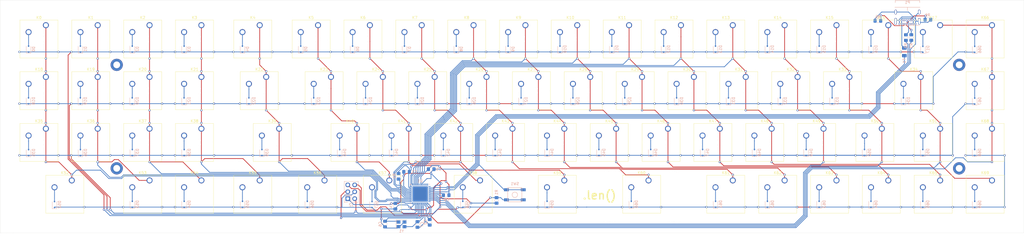
<source format=kicad_pcb>
(kicad_pcb (version 20171130) (host pcbnew "(5.1.12)-1")
  (layers (0 F.Cu signal) (31 B.Cu signal) (34 B.Paste user) (35 F.Paste user) (36 B.SilkS user) (37 F.SilkS user) (38 B.Mask user) (39 F.Mask user) (44 Edge.Cuts user))
  (net 0 "")
  (net 1 GND)
  (net 2 VCC)
  (net 3 "Net-(C6-Pad1)")
  (net 4 "Net-(C7-Pad1)")
  (net 5 "Net-(C8-Pad1)")
  (net 6 "Net-(R2-Pad1)")
  (net 7 "Net-(R3-Pad1)")
  (net 8 "Net-(R4-Pad2)")
  (net 9 "Net-(U1-Pad42)")
  (net 10 /Reset)
  (net 11 /Row_0)
  (net 12 /Row_1)
  (net 13 /Row_2)
  (net 14 /Row_3)
  (net 15 /Row_4)
  (net 16 /Row_5)
  (net 17 /Row_6)
  (net 18 /Col_0)
  (net 19 /Col_1)
  (net 20 /Col_2)
  (net 21 /Col_3)
  (net 22 /Col_4)
  (net 23 /Col_5)
  (net 24 /Col_6)
  (net 25 /Col_7)
  (net 26 /Col_8)
  (net 27 /Col_9)
  (net 28 /Col_10)
  (net 29 /Col_11)
  (net 30 /Col_12)
  (net 31 /Col_13)
  (net 32 /Col_14)
  (net 33 /Col_15)
  (net 34 /Col_16)
  (net 35 /Col_17)
  (net 36 "Net-(D0-Pad2)")
  (net 37 "Net-(D1-Pad2)")
  (net 38 "Net-(D2-Pad2)")
  (net 39 "Net-(D3-Pad2)")
  (net 40 "Net-(D4-Pad2)")
  (net 41 "Net-(D5-Pad2)")
  (net 42 "Net-(D6-Pad2)")
  (net 43 "Net-(D7-Pad2)")
  (net 44 "Net-(D8-Pad2)")
  (net 45 "Net-(D9-Pad2)")
  (net 46 "Net-(D10-Pad2)")
  (net 47 "Net-(D11-Pad2)")
  (net 48 "Net-(D12-Pad2)")
  (net 49 "Net-(D13-Pad2)")
  (net 50 "Net-(D14-Pad2)")
  (net 51 "Net-(D15-Pad2)")
  (net 52 "Net-(D16-Pad2)")
  (net 53 "Net-(D17-Pad2)")
  (net 54 "Net-(D18-Pad2)")
  (net 55 "Net-(D19-Pad2)")
  (net 56 "Net-(D20-Pad2)")
  (net 57 "Net-(D21-Pad2)")
  (net 58 "Net-(D22-Pad2)")
  (net 59 "Net-(D23-Pad2)")
  (net 60 "Net-(D24-Pad2)")
  (net 61 "Net-(D25-Pad2)")
  (net 62 "Net-(D26-Pad2)")
  (net 63 "Net-(D27-Pad2)")
  (net 64 "Net-(D28-Pad2)")
  (net 65 "Net-(D29-Pad2)")
  (net 66 "Net-(D30-Pad2)")
  (net 67 "Net-(D31-Pad2)")
  (net 68 "Net-(D32-Pad2)")
  (net 69 "Net-(D33-Pad2)")
  (net 70 "Net-(D34-Pad2)")
  (net 71 "Net-(D35-Pad2)")
  (net 72 "Net-(D36-Pad2)")
  (net 73 "Net-(D37-Pad2)")
  (net 74 "Net-(D38-Pad2)")
  (net 75 "Net-(D39-Pad2)")
  (net 76 "Net-(D40-Pad2)")
  (net 77 "Net-(D41-Pad2)")
  (net 78 "Net-(D42-Pad2)")
  (net 79 "Net-(D43-Pad2)")
  (net 80 "Net-(D44-Pad2)")
  (net 81 "Net-(D45-Pad2)")
  (net 82 "Net-(D46-Pad2)")
  (net 83 "Net-(D47-Pad2)")
  (net 84 "Net-(D48-Pad2)")
  (net 85 "Net-(D49-Pad2)")
  (net 86 "Net-(D50-Pad2)")
  (net 87 "Net-(D51-Pad2)")
  (net 88 "Net-(D52-Pad2)")
  (net 89 "Net-(D53-Pad2)")
  (net 90 "Net-(D54-Pad2)")
  (net 91 "Net-(D55-Pad2)")
  (net 92 "Net-(D56-Pad2)")
  (net 93 "Net-(D57-Pad2)")
  (net 94 "Net-(D58-Pad2)")
  (net 95 "Net-(D59-Pad2)")
  (net 96 "Net-(D60-Pad2)")
  (net 97 "Net-(D61-Pad2)")
  (net 98 "Net-(D62-Pad2)")
  (net 99 "Net-(D63-Pad2)")
  (net 100 "Net-(D64-Pad2)")
  (net 101 "Net-(D65-Pad2)")
  (net 102 "Net-(D66-Pad2)")
  (net 103 "Net-(D67-Pad2)")
  (net 104 "Net-(D68-Pad2)")
  (net 105 "Net-(D69-Pad2)")
  (net 106 "Net-(P1-PadB5)")
  (net 107 "Net-(P1-PadA7)")
  (net 108 "Net-(P1-PadA6)")
  (net 109 "Net-(P1-PadA5)")
  (net 110 "Net-(P1-PadA8)")
  (net 111 "Net-(P1-PadB8)")
  (net 112 "Net-(F1-Pad2)")
  (module "random-keyboard-parts:M2 Mounting Hole" (layer F.Cu) (at 375.3275 77.47)
    (fp_text reference H4 hide)
    (fp_text value MountingHole)
    (pad 1 thru_hole circle (at 0 0) (size 4.5 4.5) (drill 2.5) (layers *.Cu *.Mask))
  )
  (module "random-keyboard-parts:M2 Mounting Hole" (layer F.Cu) (at 65.765 39.37)
    (fp_text reference H3 hide)
    (fp_text value MountingHole)
    (pad 1 thru_hole circle (at 0 0) (size 4.5 4.5) (drill 2.5) (layers *.Cu *.Mask))
  )
  (module "random-keyboard-parts:M2 Mounting Hole" (layer F.Cu) (at 65.765 77.47)
    (fp_text reference H2 hide)
    (fp_text value MountingHole)
    (pad 1 thru_hole circle (at 0 0) (size 4.5 4.5) (drill 2.5) (layers *.Cu *.Mask))
  )
  (module "random-keyboard-parts:M2 Mounting Hole" (layer F.Cu) (at 375.3275 39.37)
    (fp_text reference H1 hide)
    (fp_text value MountingHole)
    (pad 1 thru_hole circle (at 0 0) (size 4.5 4.5) (drill 2.5) (layers *.Cu *.Mask))
  )
  (module Diode_SMD:D_SOD-323F (layer B.Cu) (at 381.0425 90.7124 90)
    (fp_text reference D69 (at 0 1.85 90) (layer B.SilkS) (effects (justify mirror)))
    (fp_text value D)
    (pad 2 smd rect (at 1.1 0 90) (size 0.5 0.5) (layers B.Cu B.Paste B.Mask) (net 105 "Net-(D69-Pad2)"))
    (pad 1 smd rect (at -1.1 0 90) (size 0.5 0.5) (layers B.Cu B.Paste B.Mask) (net 14 /Row_3))
  )
  (module Diode_SMD:D_SOD-323F (layer B.Cu) (at 381.0171 71.628 90)
    (fp_text reference D68 (at 0 1.85 90) (layer B.SilkS) (effects (justify mirror)))
    (fp_text value D)
    (pad 2 smd rect (at 1.1 0 90) (size 0.5 0.5) (layers B.Cu B.Paste B.Mask) (net 104 "Net-(D68-Pad2)"))
    (pad 1 smd rect (at -1.1 0 90) (size 0.5 0.5) (layers B.Cu B.Paste B.Mask) (net 14 /Row_3))
  )
  (module Diode_SMD:D_SOD-323F (layer B.Cu) (at 381.0425 52.705 90)
    (fp_text reference D67 (at 0 1.85 90) (layer B.SilkS) (effects (justify mirror)))
    (fp_text value D)
    (pad 2 smd rect (at 1.1 0 90) (size 0.5 0.5) (layers B.Cu B.Paste B.Mask) (net 103 "Net-(D67-Pad2)"))
    (pad 1 smd rect (at -1.1 0 90) (size 0.5 0.5) (layers B.Cu B.Paste B.Mask) (net 13 /Row_2))
  )
  (module Diode_SMD:D_SOD-323F (layer B.Cu) (at 381.0425 33.655 90)
    (fp_text reference D66 (at 0 1.85 90) (layer B.SilkS) (effects (justify mirror)))
    (fp_text value D)
    (pad 2 smd rect (at 1.1 0 90) (size 0.5 0.5) (layers B.Cu B.Paste B.Mask) (net 102 "Net-(D66-Pad2)"))
    (pad 1 smd rect (at -1.1 0 90) (size 0.5 0.5) (layers B.Cu B.Paste B.Mask) (net 12 /Row_1))
  )
  (module Diode_SMD:D_SOD-323F (layer B.Cu) (at 361.9671 90.678 90)
    (fp_text reference D65 (at 0 1.85 90) (layer B.SilkS) (effects (justify mirror)))
    (fp_text value D)
    (pad 2 smd rect (at 1.1 0 90) (size 0.5 0.5) (layers B.Cu B.Paste B.Mask) (net 101 "Net-(D65-Pad2)"))
    (pad 1 smd rect (at -1.1 0 90) (size 0.5 0.5) (layers B.Cu B.Paste B.Mask) (net 14 /Row_3))
  )
  (module Diode_SMD:D_SOD-323F (layer B.Cu) (at 342.9171 90.678 90)
    (fp_text reference D64 (at 0 1.85 90) (layer B.SilkS) (effects (justify mirror)))
    (fp_text value D)
    (pad 2 smd rect (at 1.1 0 90) (size 0.5 0.5) (layers B.Cu B.Paste B.Mask) (net 100 "Net-(D64-Pad2)"))
    (pad 1 smd rect (at -1.1 0 90) (size 0.5 0.5) (layers B.Cu B.Paste B.Mask) (net 14 /Row_3))
  )
  (module Diode_SMD:D_SOD-323F (layer B.Cu) (at 323.8671 90.678 90)
    (fp_text reference D63 (at 0 1.85 90) (layer B.SilkS) (effects (justify mirror)))
    (fp_text value D)
    (pad 2 smd rect (at 1.1 0 90) (size 0.5 0.5) (layers B.Cu B.Paste B.Mask) (net 99 "Net-(D63-Pad2)"))
    (pad 1 smd rect (at -1.1 0 90) (size 0.5 0.5) (layers B.Cu B.Paste B.Mask) (net 14 /Row_3))
  )
  (module Diode_SMD:D_SOD-323F (layer B.Cu) (at 304.8679 90.678 90)
    (fp_text reference D62 (at 0 1.85 90) (layer B.SilkS) (effects (justify mirror)))
    (fp_text value D)
    (pad 2 smd rect (at 1.1 0 90) (size 0.5 0.5) (layers B.Cu B.Paste B.Mask) (net 98 "Net-(D62-Pad2)"))
    (pad 1 smd rect (at -1.1 0 90) (size 0.5 0.5) (layers B.Cu B.Paste B.Mask) (net 14 /Row_3))
  )
  (module Diode_SMD:D_SOD-323F (layer B.Cu) (at 285.8179 90.678 90)
    (fp_text reference D61 (at 0 1.85 90) (layer B.SilkS) (effects (justify mirror)))
    (fp_text value D)
    (pad 2 smd rect (at 1.1 0 90) (size 0.5 0.5) (layers B.Cu B.Paste B.Mask) (net 97 "Net-(D61-Pad2)"))
    (pad 1 smd rect (at -1.1 0 90) (size 0.5 0.5) (layers B.Cu B.Paste B.Mask) (net 14 /Row_3))
  )
  (module Diode_SMD:D_SOD-323F (layer B.Cu) (at 254.86165 90.678 90)
    (fp_text reference D60 (at 0 1.85 90) (layer B.SilkS) (effects (justify mirror)))
    (fp_text value D)
    (pad 2 smd rect (at 1.1 0 90) (size 0.5 0.5) (layers B.Cu B.Paste B.Mask) (net 96 "Net-(D60-Pad2)"))
    (pad 1 smd rect (at -1.1 0 90) (size 0.5 0.5) (layers B.Cu B.Paste B.Mask) (net 14 /Row_3))
  )
  (module Diode_SMD:D_SOD-323F (layer B.Cu) (at 223.9054 90.678 90)
    (fp_text reference D59 (at 0 1.85 90) (layer B.SilkS) (effects (justify mirror)))
    (fp_text value D)
    (pad 2 smd rect (at 1.1 0 90) (size 0.5 0.5) (layers B.Cu B.Paste B.Mask) (net 95 "Net-(D59-Pad2)"))
    (pad 1 smd rect (at -1.1 0 90) (size 0.5 0.5) (layers B.Cu B.Paste B.Mask) (net 14 /Row_3))
  )
  (module Diode_SMD:D_SOD-323F (layer B.Cu) (at 192.94915 90.7034 90)
    (fp_text reference D58 (at 0 1.85 90) (layer B.SilkS) (effects (justify mirror)))
    (fp_text value D)
    (pad 2 smd rect (at 1.1 0 90) (size 0.5 0.5) (layers B.Cu B.Paste B.Mask) (net 94 "Net-(D58-Pad2)"))
    (pad 1 smd rect (at -1.1 0 90) (size 0.5 0.5) (layers B.Cu B.Paste B.Mask) (net 14 /Row_3))
  )
  (module Diode_SMD:D_SOD-323F (layer B.Cu) (at 159.58625 90.805 90)
    (fp_text reference D57 (at 0 1.85 90) (layer B.SilkS) (effects (justify mirror)))
    (fp_text value D)
    (pad 2 smd rect (at 1.1 0 90) (size 0.5 0.5) (layers B.Cu B.Paste B.Mask) (net 93 "Net-(D57-Pad2)"))
    (pad 1 smd rect (at -1.1 0 90) (size 0.5 0.5) (layers B.Cu B.Paste B.Mask) (net 14 /Row_3))
  )
  (module Diode_SMD:D_SOD-323F (layer B.Cu) (at 135.79915 90.7034 90)
    (fp_text reference D56 (at 0 1.85 90) (layer B.SilkS) (effects (justify mirror)))
    (fp_text value D)
    (pad 2 smd rect (at 1.1 0 90) (size 0.5 0.5) (layers B.Cu B.Paste B.Mask) (net 92 "Net-(D56-Pad2)"))
    (pad 1 smd rect (at -1.1 0 90) (size 0.5 0.5) (layers B.Cu B.Paste B.Mask) (net 14 /Row_3))
  )
  (module Diode_SMD:D_SOD-323F (layer B.Cu) (at 111.98665 90.7034 90)
    (fp_text reference D55 (at 0 1.85 90) (layer B.SilkS) (effects (justify mirror)))
    (fp_text value D)
    (pad 2 smd rect (at 1.1 0 90) (size 0.5 0.5) (layers B.Cu B.Paste B.Mask) (net 91 "Net-(D55-Pad2)"))
    (pad 1 smd rect (at -1.1 0 90) (size 0.5 0.5) (layers B.Cu B.Paste B.Mask) (net 14 /Row_3))
  )
  (module Diode_SMD:D_SOD-323F (layer B.Cu) (at 90.5554 90.7034 90)
    (fp_text reference D54 (at 0 1.85 90) (layer B.SilkS) (effects (justify mirror)))
    (fp_text value D)
    (pad 2 smd rect (at 1.1 0 90) (size 0.5 0.5) (layers B.Cu B.Paste B.Mask) (net 90 "Net-(D54-Pad2)"))
    (pad 1 smd rect (at -1.1 0 90) (size 0.5 0.5) (layers B.Cu B.Paste B.Mask) (net 14 /Row_3))
  )
  (module Diode_SMD:D_SOD-323F (layer B.Cu) (at 71.5054 90.7034 90)
    (fp_text reference D53 (at 0 1.85 90) (layer B.SilkS) (effects (justify mirror)))
    (fp_text value D)
    (pad 2 smd rect (at 1.1 0 90) (size 0.5 0.5) (layers B.Cu B.Paste B.Mask) (net 89 "Net-(D53-Pad2)"))
    (pad 1 smd rect (at -1.1 0 90) (size 0.5 0.5) (layers B.Cu B.Paste B.Mask) (net 14 /Row_3))
  )
  (module Diode_SMD:D_SOD-323F (layer B.Cu) (at 42.905 90.805 90)
    (fp_text reference D52 (at 0 1.85 90) (layer B.SilkS) (effects (justify mirror)))
    (fp_text value D)
    (pad 2 smd rect (at 1.1 0 90) (size 0.5 0.5) (layers B.Cu B.Paste B.Mask) (net 88 "Net-(D52-Pad2)"))
    (pad 1 smd rect (at -1.1 0 90) (size 0.5 0.5) (layers B.Cu B.Paste B.Mask) (net 14 /Row_3))
  )
  (module Diode_SMD:D_SOD-323F (layer B.Cu) (at 361.9671 71.628 90)
    (fp_text reference D51 (at 0 1.85 90) (layer B.SilkS) (effects (justify mirror)))
    (fp_text value D)
    (pad 2 smd rect (at 1.1 0 90) (size 0.5 0.5) (layers B.Cu B.Paste B.Mask) (net 87 "Net-(D51-Pad2)"))
    (pad 1 smd rect (at -1.1 0 90) (size 0.5 0.5) (layers B.Cu B.Paste B.Mask) (net 13 /Row_2))
  )
  (module Diode_SMD:D_SOD-323F (layer B.Cu) (at 340.53585 71.628 90)
    (fp_text reference D50 (at 0 1.85 90) (layer B.SilkS) (effects (justify mirror)))
    (fp_text value D)
    (pad 2 smd rect (at 1.1 0 90) (size 0.5 0.5) (layers B.Cu B.Paste B.Mask) (net 86 "Net-(D50-Pad2)"))
    (pad 1 smd rect (at -1.1 0 90) (size 0.5 0.5) (layers B.Cu B.Paste B.Mask) (net 13 /Row_2))
  )
  (module Diode_SMD:D_SOD-323F (layer B.Cu) (at 319.1046 71.628 90)
    (fp_text reference D49 (at 0 1.85 90) (layer B.SilkS) (effects (justify mirror)))
    (fp_text value D)
    (pad 2 smd rect (at 1.1 0 90) (size 0.5 0.5) (layers B.Cu B.Paste B.Mask) (net 85 "Net-(D49-Pad2)"))
    (pad 1 smd rect (at -1.1 0 90) (size 0.5 0.5) (layers B.Cu B.Paste B.Mask) (net 13 /Row_2))
  )
  (module Diode_SMD:D_SOD-323F (layer B.Cu) (at 300.1054 71.628 90)
    (fp_text reference D48 (at 0 1.85 90) (layer B.SilkS) (effects (justify mirror)))
    (fp_text value D)
    (pad 2 smd rect (at 1.1 0 90) (size 0.5 0.5) (layers B.Cu B.Paste B.Mask) (net 84 "Net-(D48-Pad2)"))
    (pad 1 smd rect (at -1.1 0 90) (size 0.5 0.5) (layers B.Cu B.Paste B.Mask) (net 13 /Row_2))
  )
  (module Diode_SMD:D_SOD-323F (layer B.Cu) (at 281.0554 71.628 90)
    (fp_text reference D47 (at 0 1.85 90) (layer B.SilkS) (effects (justify mirror)))
    (fp_text value D)
    (pad 2 smd rect (at 1.1 0 90) (size 0.5 0.5) (layers B.Cu B.Paste B.Mask) (net 83 "Net-(D47-Pad2)"))
    (pad 1 smd rect (at -1.1 0 90) (size 0.5 0.5) (layers B.Cu B.Paste B.Mask) (net 13 /Row_2))
  )
  (module Diode_SMD:D_SOD-323F (layer B.Cu) (at 262.0054 71.628 90)
    (fp_text reference D46 (at 0 1.85 90) (layer B.SilkS) (effects (justify mirror)))
    (fp_text value D)
    (pad 2 smd rect (at 1.1 0 90) (size 0.5 0.5) (layers B.Cu B.Paste B.Mask) (net 82 "Net-(D46-Pad2)"))
    (pad 1 smd rect (at -1.1 0 90) (size 0.5 0.5) (layers B.Cu B.Paste B.Mask) (net 13 /Row_2))
  )
  (module Diode_SMD:D_SOD-323F (layer B.Cu) (at 242.9554 71.628 90)
    (fp_text reference D45 (at 0 1.85 90) (layer B.SilkS) (effects (justify mirror)))
    (fp_text value D)
    (pad 2 smd rect (at 1.1 0 90) (size 0.5 0.5) (layers B.Cu B.Paste B.Mask) (net 81 "Net-(D45-Pad2)"))
    (pad 1 smd rect (at -1.1 0 90) (size 0.5 0.5) (layers B.Cu B.Paste B.Mask) (net 13 /Row_2))
  )
  (module Diode_SMD:D_SOD-323F (layer B.Cu) (at 223.9054 71.628 90)
    (fp_text reference D44 (at 0 1.85 90) (layer B.SilkS) (effects (justify mirror)))
    (fp_text value D)
    (pad 2 smd rect (at 1.1 0 90) (size 0.5 0.5) (layers B.Cu B.Paste B.Mask) (net 80 "Net-(D44-Pad2)"))
    (pad 1 smd rect (at -1.1 0 90) (size 0.5 0.5) (layers B.Cu B.Paste B.Mask) (net 13 /Row_2))
  )
  (module Diode_SMD:D_SOD-323F (layer B.Cu) (at 204.83 71.6456 90)
    (fp_text reference D43 (at 0 1.85 90) (layer B.SilkS) (effects (justify mirror)))
    (fp_text value D)
    (pad 2 smd rect (at 1.1 0 90) (size 0.5 0.5) (layers B.Cu B.Paste B.Mask) (net 79 "Net-(D43-Pad2)"))
    (pad 1 smd rect (at -1.1 0 90) (size 0.5 0.5) (layers B.Cu B.Paste B.Mask) (net 13 /Row_2))
  )
  (module Diode_SMD:D_SOD-323F (layer B.Cu) (at 185.8054 71.6534 90)
    (fp_text reference D42 (at 0 1.85 90) (layer B.SilkS) (effects (justify mirror)))
    (fp_text value D)
    (pad 2 smd rect (at 1.1 0 90) (size 0.5 0.5) (layers B.Cu B.Paste B.Mask) (net 78 "Net-(D42-Pad2)"))
    (pad 1 smd rect (at -1.1 0 90) (size 0.5 0.5) (layers B.Cu B.Paste B.Mask) (net 13 /Row_2))
  )
  (module Diode_SMD:D_SOD-323F (layer B.Cu) (at 166.7554 71.6534 90)
    (fp_text reference D41 (at 0 1.85 90) (layer B.SilkS) (effects (justify mirror)))
    (fp_text value D)
    (pad 2 smd rect (at 1.1 0 90) (size 0.5 0.5) (layers B.Cu B.Paste B.Mask) (net 77 "Net-(D41-Pad2)"))
    (pad 1 smd rect (at -1.1 0 90) (size 0.5 0.5) (layers B.Cu B.Paste B.Mask) (net 13 /Row_2))
  )
  (module Diode_SMD:D_SOD-323F (layer B.Cu) (at 147.7054 71.6534 90)
    (fp_text reference D40 (at 0 1.85 90) (layer B.SilkS) (effects (justify mirror)))
    (fp_text value D)
    (pad 2 smd rect (at 1.1 0 90) (size 0.5 0.5) (layers B.Cu B.Paste B.Mask) (net 76 "Net-(D40-Pad2)"))
    (pad 1 smd rect (at -1.1 0 90) (size 0.5 0.5) (layers B.Cu B.Paste B.Mask) (net 13 /Row_2))
  )
  (module Diode_SMD:D_SOD-323F (layer B.Cu) (at 119.1304 71.6534 90)
    (fp_text reference D39 (at 0 1.85 90) (layer B.SilkS) (effects (justify mirror)))
    (fp_text value D)
    (pad 2 smd rect (at 1.1 0 90) (size 0.5 0.5) (layers B.Cu B.Paste B.Mask) (net 75 "Net-(D39-Pad2)"))
    (pad 1 smd rect (at -1.1 0 90) (size 0.5 0.5) (layers B.Cu B.Paste B.Mask) (net 13 /Row_2))
  )
  (module Diode_SMD:D_SOD-323F (layer B.Cu) (at 90.5554 71.6534 90)
    (fp_text reference D38 (at 0 1.85 90) (layer B.SilkS) (effects (justify mirror)))
    (fp_text value D)
    (pad 2 smd rect (at 1.1 0 90) (size 0.5 0.5) (layers B.Cu B.Paste B.Mask) (net 74 "Net-(D38-Pad2)"))
    (pad 1 smd rect (at -1.1 0 90) (size 0.5 0.5) (layers B.Cu B.Paste B.Mask) (net 13 /Row_2))
  )
  (module Diode_SMD:D_SOD-323F (layer B.Cu) (at 71.5054 71.6534 90)
    (fp_text reference D37 (at 0 1.85 90) (layer B.SilkS) (effects (justify mirror)))
    (fp_text value D)
    (pad 2 smd rect (at 1.1 0 90) (size 0.5 0.5) (layers B.Cu B.Paste B.Mask) (net 73 "Net-(D37-Pad2)"))
    (pad 1 smd rect (at -1.1 0 90) (size 0.5 0.5) (layers B.Cu B.Paste B.Mask) (net 13 /Row_2))
  )
  (module Diode_SMD:D_SOD-323F (layer B.Cu) (at 52.43 71.6788 90)
    (fp_text reference D36 (at 0 1.85 90) (layer B.SilkS) (effects (justify mirror)))
    (fp_text value D)
    (pad 2 smd rect (at 1.1 0 90) (size 0.5 0.5) (layers B.Cu B.Paste B.Mask) (net 72 "Net-(D36-Pad2)"))
    (pad 1 smd rect (at -1.1 0 90) (size 0.5 0.5) (layers B.Cu B.Paste B.Mask) (net 13 /Row_2))
  )
  (module Diode_SMD:D_SOD-323F (layer B.Cu) (at 33.38 71.6788 90)
    (fp_text reference D35 (at 0 1.85 90) (layer B.SilkS) (effects (justify mirror)))
    (fp_text value D)
    (pad 2 smd rect (at 1.1 0 90) (size 0.5 0.5) (layers B.Cu B.Paste B.Mask) (net 71 "Net-(D35-Pad2)"))
    (pad 1 smd rect (at -1.1 0 90) (size 0.5 0.5) (layers B.Cu B.Paste B.Mask) (net 13 /Row_2))
  )
  (module Diode_SMD:D_SOD-323F (layer B.Cu) (at 354.84875 52.6034 90)
    (fp_text reference D34 (at 0 1.85 90) (layer B.SilkS) (effects (justify mirror)))
    (fp_text value D)
    (pad 2 smd rect (at 1.1 0 90) (size 0.5 0.5) (layers B.Cu B.Paste B.Mask) (net 70 "Net-(D34-Pad2)"))
    (pad 1 smd rect (at -1.1 0 90) (size 0.5 0.5) (layers B.Cu B.Paste B.Mask) (net 12 /Row_1))
  )
  (module Diode_SMD:D_SOD-323F (layer B.Cu) (at 328.655 52.6034 90)
    (fp_text reference D33 (at 0 1.85 90) (layer B.SilkS) (effects (justify mirror)))
    (fp_text value D)
    (pad 2 smd rect (at 1.1 0 90) (size 0.5 0.5) (layers B.Cu B.Paste B.Mask) (net 69 "Net-(D33-Pad2)"))
    (pad 1 smd rect (at -1.1 0 90) (size 0.5 0.5) (layers B.Cu B.Paste B.Mask) (net 12 /Row_1))
  )
  (module Diode_SMD:D_SOD-323F (layer B.Cu) (at 309.605 52.6034 90)
    (fp_text reference D32 (at 0 1.85 90) (layer B.SilkS) (effects (justify mirror)))
    (fp_text value D)
    (pad 2 smd rect (at 1.1 0 90) (size 0.5 0.5) (layers B.Cu B.Paste B.Mask) (net 68 "Net-(D32-Pad2)"))
    (pad 1 smd rect (at -1.1 0 90) (size 0.5 0.5) (layers B.Cu B.Paste B.Mask) (net 12 /Row_1))
  )
  (module Diode_SMD:D_SOD-323F (layer B.Cu) (at 290.555 52.6034 90)
    (fp_text reference D31 (at 0 1.85 90) (layer B.SilkS) (effects (justify mirror)))
    (fp_text value D)
    (pad 2 smd rect (at 1.1 0 90) (size 0.5 0.5) (layers B.Cu B.Paste B.Mask) (net 67 "Net-(D31-Pad2)"))
    (pad 1 smd rect (at -1.1 0 90) (size 0.5 0.5) (layers B.Cu B.Paste B.Mask) (net 12 /Row_1))
  )
  (module Diode_SMD:D_SOD-323F (layer B.Cu) (at 271.505 52.6034 90)
    (fp_text reference D30 (at 0 1.85 90) (layer B.SilkS) (effects (justify mirror)))
    (fp_text value D)
    (pad 2 smd rect (at 1.1 0 90) (size 0.5 0.5) (layers B.Cu B.Paste B.Mask) (net 66 "Net-(D30-Pad2)"))
    (pad 1 smd rect (at -1.1 0 90) (size 0.5 0.5) (layers B.Cu B.Paste B.Mask) (net 12 /Row_1))
  )
  (module Diode_SMD:D_SOD-323F (layer B.Cu) (at 252.455 52.6034 90)
    (fp_text reference D29 (at 0 1.85 90) (layer B.SilkS) (effects (justify mirror)))
    (fp_text value D)
    (pad 2 smd rect (at 1.1 0 90) (size 0.5 0.5) (layers B.Cu B.Paste B.Mask) (net 65 "Net-(D29-Pad2)"))
    (pad 1 smd rect (at -1.1 0 90) (size 0.5 0.5) (layers B.Cu B.Paste B.Mask) (net 12 /Row_1))
  )
  (module Diode_SMD:D_SOD-323F (layer B.Cu) (at 233.405 52.6034 90)
    (fp_text reference D28 (at 0 1.85 90) (layer B.SilkS) (effects (justify mirror)))
    (fp_text value D)
    (pad 2 smd rect (at 1.1 0 90) (size 0.5 0.5) (layers B.Cu B.Paste B.Mask) (net 64 "Net-(D28-Pad2)"))
    (pad 1 smd rect (at -1.1 0 90) (size 0.5 0.5) (layers B.Cu B.Paste B.Mask) (net 12 /Row_1))
  )
  (module Diode_SMD:D_SOD-323F (layer B.Cu) (at 214.355 52.6034 90)
    (fp_text reference D27 (at 0 1.85 90) (layer B.SilkS) (effects (justify mirror)))
    (fp_text value D)
    (pad 2 smd rect (at 1.1 0 90) (size 0.5 0.5) (layers B.Cu B.Paste B.Mask) (net 63 "Net-(D27-Pad2)"))
    (pad 1 smd rect (at -1.1 0 90) (size 0.5 0.5) (layers B.Cu B.Paste B.Mask) (net 12 /Row_1))
  )
  (module Diode_SMD:D_SOD-323F (layer B.Cu) (at 195.305 52.6034 90)
    (fp_text reference D26 (at 0 1.85 90) (layer B.SilkS) (effects (justify mirror)))
    (fp_text value D)
    (pad 2 smd rect (at 1.1 0 90) (size 0.5 0.5) (layers B.Cu B.Paste B.Mask) (net 62 "Net-(D26-Pad2)"))
    (pad 1 smd rect (at -1.1 0 90) (size 0.5 0.5) (layers B.Cu B.Paste B.Mask) (net 12 /Row_1))
  )
  (module Diode_SMD:D_SOD-323F (layer B.Cu) (at 176.255 52.6034 90)
    (fp_text reference D25 (at 0 1.85 90) (layer B.SilkS) (effects (justify mirror)))
    (fp_text value D)
    (pad 2 smd rect (at 1.1 0 90) (size 0.5 0.5) (layers B.Cu B.Paste B.Mask) (net 61 "Net-(D25-Pad2)"))
    (pad 1 smd rect (at -1.1 0 90) (size 0.5 0.5) (layers B.Cu B.Paste B.Mask) (net 12 /Row_1))
  )
  (module Diode_SMD:D_SOD-323F (layer B.Cu) (at 157.205 52.6034 90)
    (fp_text reference D24 (at 0 1.85 90) (layer B.SilkS) (effects (justify mirror)))
    (fp_text value D)
    (pad 2 smd rect (at 1.1 0 90) (size 0.5 0.5) (layers B.Cu B.Paste B.Mask) (net 60 "Net-(D24-Pad2)"))
    (pad 1 smd rect (at -1.1 0 90) (size 0.5 0.5) (layers B.Cu B.Paste B.Mask) (net 12 /Row_1))
  )
  (module Diode_SMD:D_SOD-323F (layer B.Cu) (at 138.155 52.6034 90)
    (fp_text reference D23 (at 0 1.85 90) (layer B.SilkS) (effects (justify mirror)))
    (fp_text value D)
    (pad 2 smd rect (at 1.1 0 90) (size 0.5 0.5) (layers B.Cu B.Paste B.Mask) (net 59 "Net-(D23-Pad2)"))
    (pad 1 smd rect (at -1.1 0 90) (size 0.5 0.5) (layers B.Cu B.Paste B.Mask) (net 12 /Row_1))
  )
  (module Diode_SMD:D_SOD-323F (layer B.Cu) (at 114.3425 52.6034 90)
    (fp_text reference D22 (at 0 1.85 90) (layer B.SilkS) (effects (justify mirror)))
    (fp_text value D)
    (pad 2 smd rect (at 1.1 0 90) (size 0.5 0.5) (layers B.Cu B.Paste B.Mask) (net 58 "Net-(D22-Pad2)"))
    (pad 1 smd rect (at -1.1 0 90) (size 0.5 0.5) (layers B.Cu B.Paste B.Mask) (net 12 /Row_1))
  )
  (module Diode_SMD:D_SOD-323F (layer B.Cu) (at 90.5046 52.6034 90)
    (fp_text reference D21 (at 0 1.85 90) (layer B.SilkS) (effects (justify mirror)))
    (fp_text value D)
    (pad 2 smd rect (at 1.1 0 90) (size 0.5 0.5) (layers B.Cu B.Paste B.Mask) (net 57 "Net-(D21-Pad2)"))
    (pad 1 smd rect (at -1.1 0 90) (size 0.5 0.5) (layers B.Cu B.Paste B.Mask) (net 12 /Row_1))
  )
  (module Diode_SMD:D_SOD-323F (layer B.Cu) (at 71.4546 52.6034 90)
    (fp_text reference D20 (at 0 1.85 90) (layer B.SilkS) (effects (justify mirror)))
    (fp_text value D)
    (pad 2 smd rect (at 1.1 0 90) (size 0.5 0.5) (layers B.Cu B.Paste B.Mask) (net 56 "Net-(D20-Pad2)"))
    (pad 1 smd rect (at -1.1 0 90) (size 0.5 0.5) (layers B.Cu B.Paste B.Mask) (net 12 /Row_1))
  )
  (module Diode_SMD:D_SOD-323F (layer B.Cu) (at 52.4046 52.6034 90)
    (fp_text reference D19 (at 0 1.85 90) (layer B.SilkS) (effects (justify mirror)))
    (fp_text value D)
    (pad 2 smd rect (at 1.1 0 90) (size 0.5 0.5) (layers B.Cu B.Paste B.Mask) (net 55 "Net-(D19-Pad2)"))
    (pad 1 smd rect (at -1.1 0 90) (size 0.5 0.5) (layers B.Cu B.Paste B.Mask) (net 12 /Row_1))
  )
  (module Diode_SMD:D_SOD-323F (layer B.Cu) (at 33.3546 52.6034 90)
    (fp_text reference D18 (at 0 1.85 90) (layer B.SilkS) (effects (justify mirror)))
    (fp_text value D)
    (pad 2 smd rect (at 1.1 0 90) (size 0.5 0.5) (layers B.Cu B.Paste B.Mask) (net 54 "Net-(D18-Pad2)"))
    (pad 1 smd rect (at -1.1 0 90) (size 0.5 0.5) (layers B.Cu B.Paste B.Mask) (net 12 /Row_1))
  )
  (module Diode_SMD:D_SOD-323F (layer B.Cu) (at 361.9925 33.655 90)
    (fp_text reference D17 (at 0 1.85 90) (layer B.SilkS) (effects (justify mirror)))
    (fp_text value D)
    (pad 2 smd rect (at 1.1 0 90) (size 0.5 0.5) (layers B.Cu B.Paste B.Mask) (net 53 "Net-(D17-Pad2)"))
    (pad 1 smd rect (at -1.1 0 90) (size 0.5 0.5) (layers B.Cu B.Paste B.Mask) (net 11 /Row_0))
  )
  (module Diode_SMD:D_SOD-323F (layer B.Cu) (at 342.9425 33.5534 90)
    (fp_text reference D16 (at 0 1.85 90) (layer B.SilkS) (effects (justify mirror)))
    (fp_text value D)
    (pad 2 smd rect (at 1.1 0 90) (size 0.5 0.5) (layers B.Cu B.Paste B.Mask) (net 52 "Net-(D16-Pad2)"))
    (pad 1 smd rect (at -1.1 0 90) (size 0.5 0.5) (layers B.Cu B.Paste B.Mask) (net 11 /Row_0))
  )
  (module Diode_SMD:D_SOD-323F (layer B.Cu) (at 323.8925 33.5534 90)
    (fp_text reference D15 (at 0 1.85 90) (layer B.SilkS) (effects (justify mirror)))
    (fp_text value D)
    (pad 2 smd rect (at 1.1 0 90) (size 0.5 0.5) (layers B.Cu B.Paste B.Mask) (net 51 "Net-(D15-Pad2)"))
    (pad 1 smd rect (at -1.1 0 90) (size 0.5 0.5) (layers B.Cu B.Paste B.Mask) (net 11 /Row_0))
  )
  (module Diode_SMD:D_SOD-323F (layer B.Cu) (at 304.8425 33.5534 90)
    (fp_text reference D14 (at 0 1.85 90) (layer B.SilkS) (effects (justify mirror)))
    (fp_text value D)
    (pad 2 smd rect (at 1.1 0 90) (size 0.5 0.5) (layers B.Cu B.Paste B.Mask) (net 50 "Net-(D14-Pad2)"))
    (pad 1 smd rect (at -1.1 0 90) (size 0.5 0.5) (layers B.Cu B.Paste B.Mask) (net 11 /Row_0))
  )
  (module Diode_SMD:D_SOD-323F (layer B.Cu) (at 285.7925 33.5534 90)
    (fp_text reference D13 (at 0 1.85 90) (layer B.SilkS) (effects (justify mirror)))
    (fp_text value D)
    (pad 2 smd rect (at 1.1 0 90) (size 0.5 0.5) (layers B.Cu B.Paste B.Mask) (net 49 "Net-(D13-Pad2)"))
    (pad 1 smd rect (at -1.1 0 90) (size 0.5 0.5) (layers B.Cu B.Paste B.Mask) (net 11 /Row_0))
  )
  (module Diode_SMD:D_SOD-323F (layer B.Cu) (at 266.7425 33.5534 90)
    (fp_text reference D12 (at 0 1.85 90) (layer B.SilkS) (effects (justify mirror)))
    (fp_text value D)
    (pad 2 smd rect (at 1.1 0 90) (size 0.5 0.5) (layers B.Cu B.Paste B.Mask) (net 48 "Net-(D12-Pad2)"))
    (pad 1 smd rect (at -1.1 0 90) (size 0.5 0.5) (layers B.Cu B.Paste B.Mask) (net 11 /Row_0))
  )
  (module Diode_SMD:D_SOD-323F (layer B.Cu) (at 247.6925 33.5534 90)
    (fp_text reference D11 (at 0 1.85 90) (layer B.SilkS) (effects (justify mirror)))
    (fp_text value D)
    (pad 2 smd rect (at 1.1 0 90) (size 0.5 0.5) (layers B.Cu B.Paste B.Mask) (net 47 "Net-(D11-Pad2)"))
    (pad 1 smd rect (at -1.1 0 90) (size 0.5 0.5) (layers B.Cu B.Paste B.Mask) (net 11 /Row_0))
  )
  (module Diode_SMD:D_SOD-323F (layer B.Cu) (at 228.6425 33.5534 90)
    (fp_text reference D10 (at 0 1.85 90) (layer B.SilkS) (effects (justify mirror)))
    (fp_text value D)
    (pad 2 smd rect (at 1.1 0 90) (size 0.5 0.5) (layers B.Cu B.Paste B.Mask) (net 46 "Net-(D10-Pad2)"))
    (pad 1 smd rect (at -1.1 0 90) (size 0.5 0.5) (layers B.Cu B.Paste B.Mask) (net 11 /Row_0))
  )
  (module Diode_SMD:D_SOD-323F (layer B.Cu) (at 209.5925 33.5534 90)
    (fp_text reference D9 (at 0 1.85 90) (layer B.SilkS) (effects (justify mirror)))
    (fp_text value D)
    (pad 2 smd rect (at 1.1 0 90) (size 0.5 0.5) (layers B.Cu B.Paste B.Mask) (net 45 "Net-(D9-Pad2)"))
    (pad 1 smd rect (at -1.1 0 90) (size 0.5 0.5) (layers B.Cu B.Paste B.Mask) (net 11 /Row_0))
  )
  (module Diode_SMD:D_SOD-323F (layer B.Cu) (at 190.5425 33.5534 90)
    (fp_text reference D8 (at 0 1.85 90) (layer B.SilkS) (effects (justify mirror)))
    (fp_text value D)
    (pad 2 smd rect (at 1.1 0 90) (size 0.5 0.5) (layers B.Cu B.Paste B.Mask) (net 44 "Net-(D8-Pad2)"))
    (pad 1 smd rect (at -1.1 0 90) (size 0.5 0.5) (layers B.Cu B.Paste B.Mask) (net 11 /Row_0))
  )
  (module Diode_SMD:D_SOD-323F (layer B.Cu) (at 171.4925 33.5534 90)
    (fp_text reference D7 (at 0 1.85 90) (layer B.SilkS) (effects (justify mirror)))
    (fp_text value D)
    (pad 2 smd rect (at 1.1 0 90) (size 0.5 0.5) (layers B.Cu B.Paste B.Mask) (net 43 "Net-(D7-Pad2)"))
    (pad 1 smd rect (at -1.1 0 90) (size 0.5 0.5) (layers B.Cu B.Paste B.Mask) (net 11 /Row_0))
  )
  (module Diode_SMD:D_SOD-323F (layer B.Cu) (at 152.4425 33.5534 90)
    (fp_text reference D6 (at 0 1.85 90) (layer B.SilkS) (effects (justify mirror)))
    (fp_text value D)
    (pad 2 smd rect (at 1.1 0 90) (size 0.5 0.5) (layers B.Cu B.Paste B.Mask) (net 42 "Net-(D6-Pad2)"))
    (pad 1 smd rect (at -1.1 0 90) (size 0.5 0.5) (layers B.Cu B.Paste B.Mask) (net 11 /Row_0))
  )
  (module Diode_SMD:D_SOD-323F (layer B.Cu) (at 133.3925 33.5534 90)
    (fp_text reference D5 (at 0 1.85 90) (layer B.SilkS) (effects (justify mirror)))
    (fp_text value D)
    (pad 2 smd rect (at 1.1 0 90) (size 0.5 0.5) (layers B.Cu B.Paste B.Mask) (net 41 "Net-(D5-Pad2)"))
    (pad 1 smd rect (at -1.1 0 90) (size 0.5 0.5) (layers B.Cu B.Paste B.Mask) (net 11 /Row_0))
  )
  (module Diode_SMD:D_SOD-323F (layer B.Cu) (at 111.96125 33.5534 90)
    (fp_text reference D4 (at 0 1.85 90) (layer B.SilkS) (effects (justify mirror)))
    (fp_text value D)
    (pad 2 smd rect (at 1.1 0 90) (size 0.5 0.5) (layers B.Cu B.Paste B.Mask) (net 40 "Net-(D4-Pad2)"))
    (pad 1 smd rect (at -1.1 0 90) (size 0.5 0.5) (layers B.Cu B.Paste B.Mask) (net 11 /Row_0))
  )
  (module Diode_SMD:D_SOD-323F (layer B.Cu) (at 90.53 33.5534 90)
    (fp_text reference D3 (at 0 1.85 90) (layer B.SilkS) (effects (justify mirror)))
    (fp_text value D)
    (pad 2 smd rect (at 1.1 0 90) (size 0.5 0.5) (layers B.Cu B.Paste B.Mask) (net 39 "Net-(D3-Pad2)"))
    (pad 1 smd rect (at -1.1 0 90) (size 0.5 0.5) (layers B.Cu B.Paste B.Mask) (net 11 /Row_0))
  )
  (module Diode_SMD:D_SOD-323F (layer B.Cu) (at 71.48 33.5534 90)
    (fp_text reference D2 (at 0 1.85 90) (layer B.SilkS) (effects (justify mirror)))
    (fp_text value D)
    (pad 2 smd rect (at 1.1 0 90) (size 0.5 0.5) (layers B.Cu B.Paste B.Mask) (net 38 "Net-(D2-Pad2)"))
    (pad 1 smd rect (at -1.1 0 90) (size 0.5 0.5) (layers B.Cu B.Paste B.Mask) (net 11 /Row_0))
  )
  (module Diode_SMD:D_SOD-323F (layer B.Cu) (at 52.43 33.5534 90)
    (fp_text reference D1 (at 0 1.85 90) (layer B.SilkS) (effects (justify mirror)))
    (fp_text value D)
    (pad 2 smd rect (at 1.1 0 90) (size 0.5 0.5) (layers B.Cu B.Paste B.Mask) (net 37 "Net-(D1-Pad2)"))
    (pad 1 smd rect (at -1.1 0 90) (size 0.5 0.5) (layers B.Cu B.Paste B.Mask) (net 11 /Row_0))
  )
  (module Diode_SMD:D_SOD-323F (layer B.Cu) (at 33.38 33.5534 90)
    (fp_text reference D0 (at 0 1.85 90) (layer B.SilkS) (effects (justify mirror)))
    (fp_text value D)
    (pad 2 smd rect (at 1.1 0 90) (size 0.5 0.5) (layers B.Cu B.Paste B.Mask) (net 36 "Net-(D0-Pad2)"))
    (pad 1 smd rect (at -1.1 0 90) (size 0.5 0.5) (layers B.Cu B.Paste B.Mask) (net 11 /Row_0))
  )
  (module Fuse:Fuse_1206_3216Metric (layer B.Cu) (at 355.1936 34.5694 90)
    (fp_text reference F1 (at -3.3274 0 270) (layer B.SilkS) (effects (justify mirror)))
    (fp_text value Polyfuse)
    (pad 2 smd roundrect (at 1.4 0 90) (size 1.25 1.75) (layers B.Cu B.Paste B.Mask) (roundrect_rratio 0.2) (net 112 "Net-(F1-Pad2)"))
    (pad 1 smd roundrect (at -1.4 0 90) (size 1.25 1.75) (layers B.Cu B.Paste B.Mask) (roundrect_rratio 0.2) (net 2 VCC))
  )
  (module random-keyboard-parts:SKQG-1155865 (layer B.Cu) (at 212.052 87.213)
    (fp_text reference SW1 (at 0 -4.064) (layer B.SilkS) (effects (justify mirror)))
    (fp_text value Reset_SW)
    (pad 3 smd rect (at -3.1 -1.85) (size 1.8 1.1) (layers B.Cu B.Paste B.Mask) (net 1 GND))
    (pad 4 smd rect (at 3.1 1.85) (size 1.8 1.1) (layers B.Cu B.Paste B.Mask) (net 10 /Reset))
    (pad 2 smd rect (at -3.1 1.85) (size 1.8 1.1) (layers B.Cu B.Paste B.Mask) (net 10 /Reset))
    (pad 1 smd rect (at 3.1 -1.85) (size 1.8 1.1) (layers B.Cu B.Paste B.Mask) (net 1 GND))
  )
  (module Crystal:Crystal_SMD_3225-4Pin_3.2x2.5mm (layer B.Cu) (at 170.4086 98.0948)
    (fp_text reference Y1 (at 0 2.45) (layer B.SilkS) (effects (justify mirror)))
    (fp_text value Crystal)
    (pad 4 smd rect (at -1.1 0.85) (size 1.4 1.2) (layers B.Cu B.Paste B.Mask) (net 1 GND))
    (pad 3 smd rect (at 1.1 0.85) (size 1.4 1.2) (layers B.Cu B.Paste B.Mask) (net 4 "Net-(C7-Pad1)"))
    (pad 2 smd rect (at 1.1 -0.85) (size 1.4 1.2) (layers B.Cu B.Paste B.Mask) (net 1 GND))
    (pad 1 smd rect (at -1.1 -0.85) (size 1.4 1.2) (layers B.Cu B.Paste B.Mask) (net 3 "Net-(C6-Pad1)"))
  )
  (module Package_DFN_QFN:QFN-48-1EP_7x7mm_P0.5mm_EP5.6x5.6mm (layer B.Cu) (at 177.2666 86.9188 180)
    (fp_text reference U1 (at 0 4.82) (layer B.SilkS) (effects (justify mirror)))
    (fp_text value ATmega32U4-AU)
    (pad 49 smd rect (at 0 0 180) (size 5.6 5.6) (layers B.Cu B.Mask))
    (pad 48 smd roundrect (at -2.75 3.4375 180) (size 0.25 0.875) (layers B.Cu B.Paste B.Mask))
    (pad 47 smd roundrect (at -2.25 3.4375 180) (size 0.25 0.875) (layers B.Cu B.Paste B.Mask))
    (pad 46 smd roundrect (at -1.75 3.4375 180) (size 0.25 0.875) (layers B.Cu B.Paste B.Mask))
    (pad 45 smd roundrect (at -1.25 3.4375 180) (size 0.25 0.875) (layers B.Cu B.Paste B.Mask))
    (pad 44 smd roundrect (at -0.75 3.4375 180) (size 0.25 0.875) (layers B.Cu B.Paste B.Mask) (net 2 VCC))
    (pad 43 smd roundrect (at -0.25 3.4375 180) (size 0.25 0.875) (layers B.Cu B.Paste B.Mask) (net 1 GND))
    (pad 42 smd roundrect (at 0.25 3.4375 180) (size 0.25 0.875) (layers B.Cu B.Paste B.Mask) (net 9 "Net-(U1-Pad42)"))
    (pad 41 smd roundrect (at 0.75 3.4375 180) (size 0.25 0.875) (layers B.Cu B.Paste B.Mask) (net 31 /Col_13))
    (pad 40 smd roundrect (at 1.25 3.4375 180) (size 0.25 0.875) (layers B.Cu B.Paste B.Mask) (net 30 /Col_12))
    (pad 39 smd roundrect (at 1.75 3.4375 180) (size 0.25 0.875) (layers B.Cu B.Paste B.Mask) (net 29 /Col_11))
    (pad 38 smd roundrect (at 2.25 3.4375 180) (size 0.25 0.875) (layers B.Cu B.Paste B.Mask) (net 28 /Col_10))
    (pad 37 smd roundrect (at 2.75 3.4375 180) (size 0.25 0.875) (layers B.Cu B.Paste B.Mask) (net 27 /Col_9))
    (pad 36 smd roundrect (at 3.4375 2.75 180) (size 0.875 0.25) (layers B.Cu B.Paste B.Mask) (net 26 /Col_8))
    (pad 35 smd roundrect (at 3.4375 2.25 180) (size 0.875 0.25) (layers B.Cu B.Paste B.Mask) (net 1 GND))
    (pad 34 smd roundrect (at 3.4375 1.75 180) (size 0.875 0.25) (layers B.Cu B.Paste B.Mask) (net 2 VCC))
    (pad 33 smd roundrect (at 3.4375 1.25 180) (size 0.875 0.25) (layers B.Cu B.Paste B.Mask) (net 8 "Net-(R4-Pad2)"))
    (pad 32 smd roundrect (at 3.4375 0.75 180) (size 0.875 0.25) (layers B.Cu B.Paste B.Mask) (net 25 /Col_7))
    (pad 31 smd roundrect (at 3.4375 0.25 180) (size 0.875 0.25) (layers B.Cu B.Paste B.Mask) (net 24 /Col_6))
    (pad 30 smd roundrect (at 3.4375 -0.25 180) (size 0.875 0.25) (layers B.Cu B.Paste B.Mask) (net 23 /Col_5))
    (pad 29 smd roundrect (at 3.4375 -0.75 180) (size 0.875 0.25) (layers B.Cu B.Paste B.Mask) (net 22 /Col_4))
    (pad 28 smd roundrect (at 3.4375 -1.25 180) (size 0.875 0.25) (layers B.Cu B.Paste B.Mask) (net 21 /Col_3))
    (pad 27 smd roundrect (at 3.4375 -1.75 180) (size 0.875 0.25) (layers B.Cu B.Paste B.Mask) (net 20 /Col_2))
    (pad 26 smd roundrect (at 3.4375 -2.25 180) (size 0.875 0.25) (layers B.Cu B.Paste B.Mask) (net 19 /Col_1))
    (pad 25 smd roundrect (at 3.4375 -2.75 180) (size 0.875 0.25) (layers B.Cu B.Paste B.Mask) (net 18 /Col_0))
    (pad 24 smd roundrect (at 2.75 -3.4375 180) (size 0.25 0.875) (layers B.Cu B.Paste B.Mask) (net 2 VCC))
    (pad 23 smd roundrect (at 2.25 -3.4375 180) (size 0.25 0.875) (layers B.Cu B.Paste B.Mask) (net 1 GND))
    (pad 22 smd roundrect (at 1.75 -3.4375 180) (size 0.25 0.875) (layers B.Cu B.Paste B.Mask) (net 14 /Row_3))
    (pad 21 smd roundrect (at 1.25 -3.4375 180) (size 0.25 0.875) (layers B.Cu B.Paste B.Mask) (net 13 /Row_2))
    (pad 20 smd roundrect (at 0.75 -3.4375 180) (size 0.25 0.875) (layers B.Cu B.Paste B.Mask) (net 12 /Row_1))
    (pad 19 smd roundrect (at 0.25 -3.4375 180) (size 0.25 0.875) (layers B.Cu B.Paste B.Mask) (net 11 /Row_0))
    (pad 18 smd roundrect (at -0.25 -3.4375 180) (size 0.25 0.875) (layers B.Cu B.Paste B.Mask) (net 15 /Row_4))
    (pad 17 smd roundrect (at -0.75 -3.4375 180) (size 0.25 0.875) (layers B.Cu B.Paste B.Mask) (net 3 "Net-(C6-Pad1)"))
    (pad 16 smd roundrect (at -1.25 -3.4375 180) (size 0.25 0.875) (layers B.Cu B.Paste B.Mask) (net 4 "Net-(C7-Pad1)"))
    (pad 15 smd roundrect (at -1.75 -3.4375 180) (size 0.25 0.875) (layers B.Cu B.Paste B.Mask) (net 1 GND))
    (pad 14 smd roundrect (at -2.25 -3.4375 180) (size 0.25 0.875) (layers B.Cu B.Paste B.Mask) (net 2 VCC))
    (pad 13 smd roundrect (at -2.75 -3.4375 180) (size 0.25 0.875) (layers B.Cu B.Paste B.Mask) (net 10 /Reset))
    (pad 12 smd roundrect (at -3.4375 -2.75 180) (size 0.875 0.25) (layers B.Cu B.Paste B.Mask) (net 16 /Row_5))
    (pad 11 smd roundrect (at -3.4375 -2.25 180) (size 0.875 0.25) (layers B.Cu B.Paste B.Mask) (net 35 /Col_17))
    (pad 10 smd roundrect (at -3.4375 -1.75 180) (size 0.875 0.25) (layers B.Cu B.Paste B.Mask) (net 34 /Col_16))
    (pad 9 smd roundrect (at -3.4375 -1.25 180) (size 0.875 0.25) (layers B.Cu B.Paste B.Mask) (net 33 /Col_15))
    (pad 8 smd roundrect (at -3.4375 -0.75 180) (size 0.875 0.25) (layers B.Cu B.Paste B.Mask) (net 32 /Col_14))
    (pad 7 smd roundrect (at -3.4375 -0.25 180) (size 0.875 0.25) (layers B.Cu B.Paste B.Mask) (net 2 VCC))
    (pad 6 smd roundrect (at -3.4375 0.25 180) (size 0.875 0.25) (layers B.Cu B.Paste B.Mask) (net 5 "Net-(C8-Pad1)"))
    (pad 5 smd roundrect (at -3.4375 0.75 180) (size 0.875 0.25) (layers B.Cu B.Paste B.Mask) (net 1 GND))
    (pad 4 smd roundrect (at -3.4375 1.25 180) (size 0.875 0.25) (layers B.Cu B.Paste B.Mask) (net 7 "Net-(R3-Pad1)"))
    (pad 3 smd roundrect (at -3.4375 1.75 180) (size 0.875 0.25) (layers B.Cu B.Paste B.Mask) (net 6 "Net-(R2-Pad1)"))
    (pad 2 smd roundrect (at -3.4375 2.25 180) (size 0.875 0.25) (layers B.Cu B.Paste B.Mask) (net 2 VCC))
    (pad 1 smd roundrect (at -3.4375 2.75 180) (size 0.875 0.25) (layers B.Cu B.Paste B.Mask) (net 17 /Row_6))
  )
  (module Capacitor_SMD:C_0805_2012Metric_Pad1.15x1.40mm_HandSolder (layer B.Cu) (at 164.3634 97.9842 270)
    (fp_text reference C6 (at 0.0762 1.7951 90) (layer B.SilkS) (effects (justify mirror)))
    (fp_text value 22p)
    (pad 2 smd roundrect (at 1.025 0 270) (size 1.15 1.4) (layers B.Cu B.Paste B.Mask) (roundrect_rratio 0.2173904347826087) (net 1 GND))
    (pad 1 smd roundrect (at -1.025 0 270) (size 1.15 1.4) (layers B.Cu B.Paste B.Mask) (roundrect_rratio 0.2173904347826087) (net 3 "Net-(C6-Pad1)"))
  )
  (module Button_Switch_Keyboard:SW_Cherry_MX_1.00u_PCB (layer F.Cu) (at 296.905 43.815)
    (fp_text reference K31 (at -2.54 -2.794) (layer F.SilkS))
    (fp_text value KEYSW)
    (pad "" np_thru_hole circle (at 2.54 5.08) (size 1.7 1.7) (drill 1.7) (layers *.Cu *.Mask))
    (pad "" np_thru_hole circle (at -7.62 5.08) (size 1.7 1.7) (drill 1.7) (layers *.Cu *.Mask))
    (pad "" np_thru_hole circle (at -2.54 5.08) (size 4 4) (drill 4) (layers *.Cu *.Mask))
    (pad 2 thru_hole circle (at -6.35 2.54) (size 2.2 2.2) (drill 1.5) (layers *.Cu *.Mask) (net 67 "Net-(D31-Pad2)"))
    (pad 1 thru_hole circle (at 0 0) (size 2.2 2.2) (drill 1.5) (layers *.Cu *.Mask) (net 31 /Col_13))
  )
  (module Resistor_SMD:R_0805_2012Metric_Pad1.15x1.40mm_HandSolder (layer B.Cu) (at 363.8377 22.7076 180)
    (fp_text reference R6 (at 0.1351 1.651 180) (layer B.SilkS) (effects (justify mirror)))
    (fp_text value 5.1k)
    (pad 1 smd roundrect (at -1.025 0 180) (size 1.15 1.4) (layers B.Cu B.Paste B.Mask) (roundrect_rratio 0.2173904347826087) (net 1 GND))
    (pad 2 smd roundrect (at 1.025 0 180) (size 1.15 1.4) (layers B.Cu B.Paste B.Mask) (roundrect_rratio 0.2173904347826087) (net 106 "Net-(P1-PadB5)"))
  )
  (module Resistor_SMD:R_0805_2012Metric_Pad1.15x1.40mm_HandSolder (layer B.Cu) (at 345.4571 23.1648)
    (fp_text reference R5 (at 0.0337 -1.4732 -180) (layer B.SilkS) (effects (justify mirror)))
    (fp_text value 5.1k)
    (pad 1 smd roundrect (at -1.025 0) (size 1.15 1.4) (layers B.Cu B.Paste B.Mask) (roundrect_rratio 0.2173904347826087) (net 1 GND))
    (pad 2 smd roundrect (at 1.025 0) (size 1.15 1.4) (layers B.Cu B.Paste B.Mask) (roundrect_rratio 0.2173904347826087) (net 109 "Net-(P1-PadA5)"))
  )
  (module Type-C:USB_C_GCT_USB4085 (layer B.Cu) (at 356.3283 18.1864)
    (fp_text reference P1 (at 0 -1.85) (layer B.SilkS) (effects (justify mirror)))
    (fp_text value USB_C_Plug_USB2.0)
    (pad A5 thru_hole circle (at -1.275 6.1) (size 0.65 0.65) (drill 0.4) (layers *.Cu *.Mask) (net 109 "Net-(P1-PadA5)"))
    (pad A1 thru_hole circle (at -2.975 6.1) (size 0.65 0.65) (drill 0.4) (layers *.Cu *.Mask) (net 1 GND))
    (pad A4 thru_hole circle (at -2.125 6.1) (size 0.65 0.65) (drill 0.4) (layers *.Cu *.Mask) (net 112 "Net-(F1-Pad2)"))
    (pad A6 thru_hole circle (at -0.425 6.1) (size 0.65 0.65) (drill 0.4) (layers *.Cu *.Mask) (net 108 "Net-(P1-PadA6)"))
    (pad A7 thru_hole circle (at 0.425 6.1) (size 0.65 0.65) (drill 0.4) (layers *.Cu *.Mask) (net 107 "Net-(P1-PadA7)"))
    (pad A8 thru_hole circle (at 1.275 6.1) (size 0.65 0.65) (drill 0.4) (layers *.Cu *.Mask) (net 110 "Net-(P1-PadA8)"))
    (pad A9 thru_hole circle (at 2.125 6.1) (size 0.65 0.65) (drill 0.4) (layers *.Cu *.Mask) (net 112 "Net-(F1-Pad2)"))
    (pad A12 thru_hole circle (at 2.975 6.1) (size 0.65 0.65) (drill 0.4) (layers *.Cu *.Mask) (net 1 GND))
    (pad B12 thru_hole circle (at -2.975 4.775) (size 0.65 0.65) (drill 0.4) (layers *.Cu *.Mask) (net 1 GND))
    (pad B9 thru_hole circle (at -2.12 4.775) (size 0.65 0.65) (drill 0.4) (layers *.Cu *.Mask) (net 112 "Net-(F1-Pad2)"))
    (pad B8 thru_hole circle (at -1.27 4.775) (size 0.65 0.65) (drill 0.4) (layers *.Cu *.Mask) (net 111 "Net-(P1-PadB8)"))
    (pad B7 thru_hole circle (at -0.42 4.775) (size 0.65 0.65) (drill 0.4) (layers *.Cu *.Mask) (net 107 "Net-(P1-PadA7)"))
    (pad B6 thru_hole circle (at 0.43 4.775) (size 0.65 0.65) (drill 0.4) (layers *.Cu *.Mask) (net 108 "Net-(P1-PadA6)"))
    (pad B5 thru_hole circle (at 1.28 4.775) (size 0.65 0.65) (drill 0.4) (layers *.Cu *.Mask) (net 106 "Net-(P1-PadB5)"))
    (pad B4 thru_hole circle (at 2.13 4.775) (size 0.65 0.65) (drill 0.4) (layers *.Cu *.Mask) (net 112 "Net-(F1-Pad2)"))
    (pad B1 thru_hole circle (at 2.98 4.775) (size 0.65 0.65) (drill 0.4) (layers *.Cu *.Mask) (net 1 GND))
    (pad S1 thru_hole oval (at -4.325 5.12) (size 0.9 2.4) (drill oval 0.6 2.1) (layers *.Cu *.Mask) (net 1 GND))
    (pad S1 thru_hole oval (at 4.325 5.12) (size 0.9 2.4) (drill oval 0.6 2.1) (layers *.Cu *.Mask) (net 1 GND))
    (pad S1 thru_hole oval (at -4.325 1.74) (size 0.9 1.7) (drill oval 0.6 1.4) (layers *.Cu *.Mask) (net 1 GND))
    (pad S1 thru_hole oval (at 4.325 1.74) (size 0.9 1.7) (drill oval 0.6 1.4) (layers *.Cu *.Mask) (net 1 GND))
  )
  (module Button_Switch_Keyboard:SW_Cherry_MX_1.25u_PCB (layer F.Cu) (at 142.12375 81.915)
    (fp_text reference K56 (at -2.54 -2.794) (layer F.SilkS))
    (fp_text value KEYSW)
    (pad "" np_thru_hole circle (at 2.54 5.08) (size 1.7 1.7) (drill 1.7) (layers *.Cu *.Mask))
    (pad "" np_thru_hole circle (at -7.62 5.08) (size 1.7 1.7) (drill 1.7) (layers *.Cu *.Mask))
    (pad "" np_thru_hole circle (at -2.54 5.08) (size 4 4) (drill 4) (layers *.Cu *.Mask))
    (pad 2 thru_hole circle (at -6.35 2.54) (size 2.2 2.2) (drill 1.5) (layers *.Cu *.Mask) (net 92 "Net-(D56-Pad2)"))
    (pad 1 thru_hole circle (at 0 0) (size 2.2 2.2) (drill 1.5) (layers *.Cu *.Mask) (net 22 /Col_4))
  )
  (module Button_Switch_Keyboard:SW_Cherry_MX_2.00u_PCB (layer F.Cu) (at 125.455 62.865)
    (fp_text reference K39 (at -2.54 -2.794) (layer F.SilkS))
    (fp_text value KEYSW)
    (pad "" np_thru_hole circle (at 9.36 -1.92) (size 3.05 3.05) (drill 3.05) (layers *.Cu *.Mask))
    (pad "" np_thru_hole circle (at -14.44 -1.92) (size 3.05 3.05) (drill 3.05) (layers *.Cu *.Mask))
    (pad "" np_thru_hole circle (at -14.44 13.32) (size 4 4) (drill 4) (layers *.Cu *.Mask))
    (pad "" np_thru_hole circle (at 9.36 13.32) (size 4 4) (drill 4) (layers *.Cu *.Mask))
    (pad "" np_thru_hole circle (at 2.54 5.08) (size 1.7 1.7) (drill 1.7) (layers *.Cu *.Mask))
    (pad "" np_thru_hole circle (at -7.62 5.08) (size 1.7 1.7) (drill 1.7) (layers *.Cu *.Mask))
    (pad "" np_thru_hole circle (at -2.54 5.08) (size 4 4) (drill 4) (layers *.Cu *.Mask))
    (pad 2 thru_hole circle (at -6.35 2.54) (size 2.2 2.2) (drill 1.5) (layers *.Cu *.Mask) (net 75 "Net-(D39-Pad2)"))
    (pad 1 thru_hole circle (at 0 0) (size 2.2 2.2) (drill 1.5) (layers *.Cu *.Mask) (net 22 /Col_4))
  )
  (module Button_Switch_Keyboard:SW_Cherry_MX_1.50u_PCB (layer F.Cu) (at 120.6925 43.815)
    (fp_text reference K22 (at -2.54 -2.794) (layer F.SilkS))
    (fp_text value KEYSW)
    (pad "" np_thru_hole circle (at 2.54 5.08) (size 1.7 1.7) (drill 1.7) (layers *.Cu *.Mask))
    (pad "" np_thru_hole circle (at -7.62 5.08) (size 1.7 1.7) (drill 1.7) (layers *.Cu *.Mask))
    (pad "" np_thru_hole circle (at -2.54 5.08) (size 4 4) (drill 4) (layers *.Cu *.Mask))
    (pad 2 thru_hole circle (at -6.35 2.54) (size 2.2 2.2) (drill 1.5) (layers *.Cu *.Mask) (net 58 "Net-(D22-Pad2)"))
    (pad 1 thru_hole circle (at 0 0) (size 2.2 2.2) (drill 1.5) (layers *.Cu *.Mask) (net 22 /Col_4))
  )
  (module Button_Switch_Keyboard:SW_Cherry_MX_1.25u_PCB (layer F.Cu) (at 118.31125 24.765)
    (fp_text reference K4 (at -2.54 -2.794) (layer F.SilkS))
    (fp_text value KEYSW)
    (pad "" np_thru_hole circle (at 2.54 5.08) (size 1.7 1.7) (drill 1.7) (layers *.Cu *.Mask))
    (pad "" np_thru_hole circle (at -7.62 5.08) (size 1.7 1.7) (drill 1.7) (layers *.Cu *.Mask))
    (pad "" np_thru_hole circle (at -2.54 5.08) (size 4 4) (drill 4) (layers *.Cu *.Mask))
    (pad 2 thru_hole circle (at -6.35 2.54) (size 2.2 2.2) (drill 1.5) (layers *.Cu *.Mask) (net 40 "Net-(D4-Pad2)"))
    (pad 1 thru_hole circle (at 0 0) (size 2.2 2.2) (drill 1.5) (layers *.Cu *.Mask) (net 22 /Col_4))
  )
  (module Button_Switch_Keyboard:SW_Cherry_MX_1.00u_PCB (layer F.Cu) (at 234.9925 24.765)
    (fp_text reference K10 (at -2.54 -2.794) (layer F.SilkS))
    (fp_text value KEYSW)
    (pad "" np_thru_hole circle (at 2.54 5.08) (size 1.7 1.7) (drill 1.7) (layers *.Cu *.Mask))
    (pad "" np_thru_hole circle (at -7.62 5.08) (size 1.7 1.7) (drill 1.7) (layers *.Cu *.Mask))
    (pad "" np_thru_hole circle (at -2.54 5.08) (size 4 4) (drill 4) (layers *.Cu *.Mask))
    (pad 2 thru_hole circle (at -6.35 2.54) (size 2.2 2.2) (drill 1.5) (layers *.Cu *.Mask) (net 46 "Net-(D10-Pad2)"))
    (pad 1 thru_hole circle (at 0 0) (size 2.2 2.2) (drill 1.5) (layers *.Cu *.Mask) (net 28 /Col_10))
  )
  (module Button_Switch_Keyboard:SW_Cherry_MX_1.00u_PCB (layer F.Cu) (at 230.23 81.915)
    (fp_text reference K59 (at -2.54 -2.794) (layer F.SilkS))
    (fp_text value KEYSW)
    (pad "" np_thru_hole circle (at 2.54 5.08) (size 1.7 1.7) (drill 1.7) (layers *.Cu *.Mask))
    (pad "" np_thru_hole circle (at -7.62 5.08) (size 1.7 1.7) (drill 1.7) (layers *.Cu *.Mask))
    (pad "" np_thru_hole circle (at -2.54 5.08) (size 4 4) (drill 4) (layers *.Cu *.Mask))
    (pad 2 thru_hole circle (at -6.35 2.54) (size 2.2 2.2) (drill 1.5) (layers *.Cu *.Mask) (net 95 "Net-(D59-Pad2)"))
    (pad 1 thru_hole circle (at 0 0) (size 2.2 2.2) (drill 1.5) (layers *.Cu *.Mask) (net 25 /Col_7))
  )
  (module Button_Switch_Keyboard:SW_Cherry_MX_2.25u_PCB (layer F.Cu) (at 199.27375 81.915)
    (fp_text reference K58 (at -2.54 -2.794) (layer F.SilkS))
    (fp_text value KEYSW)
    (pad "" np_thru_hole circle (at 9.36 -1.92) (size 3.05 3.05) (drill 3.05) (layers *.Cu *.Mask))
    (pad "" np_thru_hole circle (at -14.44 -1.92) (size 3.05 3.05) (drill 3.05) (layers *.Cu *.Mask))
    (pad "" np_thru_hole circle (at -14.44 13.32) (size 4 4) (drill 4) (layers *.Cu *.Mask))
    (pad "" np_thru_hole circle (at 9.36 13.32) (size 4 4) (drill 4) (layers *.Cu *.Mask))
    (pad "" np_thru_hole circle (at 2.54 5.08) (size 1.7 1.7) (drill 1.7) (layers *.Cu *.Mask))
    (pad "" np_thru_hole circle (at -7.62 5.08) (size 1.7 1.7) (drill 1.7) (layers *.Cu *.Mask))
    (pad "" np_thru_hole circle (at -2.54 5.08) (size 4 4) (drill 4) (layers *.Cu *.Mask))
    (pad 2 thru_hole circle (at -6.35 2.54) (size 2.2 2.2) (drill 1.5) (layers *.Cu *.Mask) (net 94 "Net-(D58-Pad2)"))
    (pad 1 thru_hole circle (at 0 0) (size 2.2 2.2) (drill 1.5) (layers *.Cu *.Mask) (net 24 /Col_6))
  )
  (module Button_Switch_Keyboard:SW_Cherry_MX_1.00u_PCB (layer F.Cu) (at 387.3925 81.915)
    (fp_text reference K69 (at -2.54 -2.794) (layer F.SilkS))
    (fp_text value KEYSW)
    (pad "" np_thru_hole circle (at 2.54 5.08) (size 1.7 1.7) (drill 1.7) (layers *.Cu *.Mask))
    (pad "" np_thru_hole circle (at -7.62 5.08) (size 1.7 1.7) (drill 1.7) (layers *.Cu *.Mask))
    (pad "" np_thru_hole circle (at -2.54 5.08) (size 4 4) (drill 4) (layers *.Cu *.Mask))
    (pad 2 thru_hole circle (at -6.35 2.54) (size 2.2 2.2) (drill 1.5) (layers *.Cu *.Mask) (net 105 "Net-(D69-Pad2)"))
    (pad 1 thru_hole circle (at 0 0) (size 2.2 2.2) (drill 1.5) (layers *.Cu *.Mask) (net 34 /Col_16))
  )
  (module Button_Switch_Keyboard:SW_Cherry_MX_1.00u_PCB (layer F.Cu) (at 387.3925 62.865)
    (fp_text reference K68 (at -2.54 -2.794) (layer F.SilkS))
    (fp_text value KEYSW)
    (pad "" np_thru_hole circle (at 2.54 5.08) (size 1.7 1.7) (drill 1.7) (layers *.Cu *.Mask))
    (pad "" np_thru_hole circle (at -7.62 5.08) (size 1.7 1.7) (drill 1.7) (layers *.Cu *.Mask))
    (pad "" np_thru_hole circle (at -2.54 5.08) (size 4 4) (drill 4) (layers *.Cu *.Mask))
    (pad 2 thru_hole circle (at -6.35 2.54) (size 2.2 2.2) (drill 1.5) (layers *.Cu *.Mask) (net 104 "Net-(D68-Pad2)"))
    (pad 1 thru_hole circle (at 0 0) (size 2.2 2.2) (drill 1.5) (layers *.Cu *.Mask) (net 35 /Col_17))
  )
  (module Button_Switch_Keyboard:SW_Cherry_MX_1.00u_PCB (layer F.Cu) (at 387.3925 43.815)
    (fp_text reference K67 (at -2.54 -2.794) (layer F.SilkS))
    (fp_text value KEYSW)
    (pad "" np_thru_hole circle (at 2.54 5.08) (size 1.7 1.7) (drill 1.7) (layers *.Cu *.Mask))
    (pad "" np_thru_hole circle (at -7.62 5.08) (size 1.7 1.7) (drill 1.7) (layers *.Cu *.Mask))
    (pad "" np_thru_hole circle (at -2.54 5.08) (size 4 4) (drill 4) (layers *.Cu *.Mask))
    (pad 2 thru_hole circle (at -6.35 2.54) (size 2.2 2.2) (drill 1.5) (layers *.Cu *.Mask) (net 103 "Net-(D67-Pad2)"))
    (pad 1 thru_hole circle (at 0 0) (size 2.2 2.2) (drill 1.5) (layers *.Cu *.Mask) (net 35 /Col_17))
  )
  (module Button_Switch_Keyboard:SW_Cherry_MX_1.00u_PCB (layer F.Cu) (at 387.3925 24.765)
    (fp_text reference K66 (at -2.54 -2.794) (layer F.SilkS))
    (fp_text value KEYSW)
    (pad "" np_thru_hole circle (at 2.54 5.08) (size 1.7 1.7) (drill 1.7) (layers *.Cu *.Mask))
    (pad "" np_thru_hole circle (at -7.62 5.08) (size 1.7 1.7) (drill 1.7) (layers *.Cu *.Mask))
    (pad "" np_thru_hole circle (at -2.54 5.08) (size 4 4) (drill 4) (layers *.Cu *.Mask))
    (pad 2 thru_hole circle (at -6.35 2.54) (size 2.2 2.2) (drill 1.5) (layers *.Cu *.Mask) (net 102 "Net-(D66-Pad2)"))
    (pad 1 thru_hole circle (at 0 0) (size 2.2 2.2) (drill 1.5) (layers *.Cu *.Mask) (net 35 /Col_17))
  )
  (module Button_Switch_Keyboard:SW_Cherry_MX_1.00u_PCB (layer F.Cu) (at 39.73 24.765)
    (fp_text reference K0 (at -2.54 -2.794) (layer F.SilkS))
    (fp_text value KEYSW)
    (pad "" np_thru_hole circle (at 2.54 5.08) (size 1.7 1.7) (drill 1.7) (layers *.Cu *.Mask))
    (pad "" np_thru_hole circle (at -7.62 5.08) (size 1.7 1.7) (drill 1.7) (layers *.Cu *.Mask))
    (pad "" np_thru_hole circle (at -2.54 5.08) (size 4 4) (drill 4) (layers *.Cu *.Mask))
    (pad 2 thru_hole circle (at -6.35 2.54) (size 2.2 2.2) (drill 1.5) (layers *.Cu *.Mask) (net 36 "Net-(D0-Pad2)"))
    (pad 1 thru_hole circle (at 0 0) (size 2.2 2.2) (drill 1.5) (layers *.Cu *.Mask) (net 18 /Col_0))
  )
  (module Button_Switch_Keyboard:SW_Cherry_MX_1.00u_PCB (layer F.Cu) (at 58.78 24.765)
    (fp_text reference K1 (at -2.54 -2.794) (layer F.SilkS))
    (fp_text value KEYSW)
    (pad "" np_thru_hole circle (at 2.54 5.08) (size 1.7 1.7) (drill 1.7) (layers *.Cu *.Mask))
    (pad "" np_thru_hole circle (at -7.62 5.08) (size 1.7 1.7) (drill 1.7) (layers *.Cu *.Mask))
    (pad "" np_thru_hole circle (at -2.54 5.08) (size 4 4) (drill 4) (layers *.Cu *.Mask))
    (pad 2 thru_hole circle (at -6.35 2.54) (size 2.2 2.2) (drill 1.5) (layers *.Cu *.Mask) (net 37 "Net-(D1-Pad2)"))
    (pad 1 thru_hole circle (at 0 0) (size 2.2 2.2) (drill 1.5) (layers *.Cu *.Mask) (net 19 /Col_1))
  )
  (module Button_Switch_Keyboard:SW_Cherry_MX_1.00u_PCB (layer F.Cu) (at 77.83 24.765)
    (fp_text reference K2 (at -2.54 -2.794) (layer F.SilkS))
    (fp_text value KEYSW)
    (pad "" np_thru_hole circle (at 2.54 5.08) (size 1.7 1.7) (drill 1.7) (layers *.Cu *.Mask))
    (pad "" np_thru_hole circle (at -7.62 5.08) (size 1.7 1.7) (drill 1.7) (layers *.Cu *.Mask))
    (pad "" np_thru_hole circle (at -2.54 5.08) (size 4 4) (drill 4) (layers *.Cu *.Mask))
    (pad 2 thru_hole circle (at -6.35 2.54) (size 2.2 2.2) (drill 1.5) (layers *.Cu *.Mask) (net 38 "Net-(D2-Pad2)"))
    (pad 1 thru_hole circle (at 0 0) (size 2.2 2.2) (drill 1.5) (layers *.Cu *.Mask) (net 20 /Col_2))
  )
  (module Button_Switch_Keyboard:SW_Cherry_MX_1.00u_PCB (layer F.Cu) (at 96.88 24.765)
    (fp_text reference K3 (at -2.54 -2.794) (layer F.SilkS))
    (fp_text value KEYSW)
    (pad "" np_thru_hole circle (at 2.54 5.08) (size 1.7 1.7) (drill 1.7) (layers *.Cu *.Mask))
    (pad "" np_thru_hole circle (at -7.62 5.08) (size 1.7 1.7) (drill 1.7) (layers *.Cu *.Mask))
    (pad "" np_thru_hole circle (at -2.54 5.08) (size 4 4) (drill 4) (layers *.Cu *.Mask))
    (pad 2 thru_hole circle (at -6.35 2.54) (size 2.2 2.2) (drill 1.5) (layers *.Cu *.Mask) (net 39 "Net-(D3-Pad2)"))
    (pad 1 thru_hole circle (at 0 0) (size 2.2 2.2) (drill 1.5) (layers *.Cu *.Mask) (net 21 /Col_3))
  )
  (module Button_Switch_Keyboard:SW_Cherry_MX_1.00u_PCB (layer F.Cu) (at 139.7425 24.765)
    (fp_text reference K5 (at -2.54 -2.794) (layer F.SilkS))
    (fp_text value KEYSW)
    (pad "" np_thru_hole circle (at 2.54 5.08) (size 1.7 1.7) (drill 1.7) (layers *.Cu *.Mask))
    (pad "" np_thru_hole circle (at -7.62 5.08) (size 1.7 1.7) (drill 1.7) (layers *.Cu *.Mask))
    (pad "" np_thru_hole circle (at -2.54 5.08) (size 4 4) (drill 4) (layers *.Cu *.Mask))
    (pad 2 thru_hole circle (at -6.35 2.54) (size 2.2 2.2) (drill 1.5) (layers *.Cu *.Mask) (net 41 "Net-(D5-Pad2)"))
    (pad 1 thru_hole circle (at 0 0) (size 2.2 2.2) (drill 1.5) (layers *.Cu *.Mask) (net 23 /Col_5))
  )
  (module Button_Switch_Keyboard:SW_Cherry_MX_1.00u_PCB (layer F.Cu) (at 158.7925 24.765)
    (fp_text reference K6 (at -2.54 -2.794) (layer F.SilkS))
    (fp_text value KEYSW)
    (pad "" np_thru_hole circle (at 2.54 5.08) (size 1.7 1.7) (drill 1.7) (layers *.Cu *.Mask))
    (pad "" np_thru_hole circle (at -7.62 5.08) (size 1.7 1.7) (drill 1.7) (layers *.Cu *.Mask))
    (pad "" np_thru_hole circle (at -2.54 5.08) (size 4 4) (drill 4) (layers *.Cu *.Mask))
    (pad 2 thru_hole circle (at -6.35 2.54) (size 2.2 2.2) (drill 1.5) (layers *.Cu *.Mask) (net 42 "Net-(D6-Pad2)"))
    (pad 1 thru_hole circle (at 0 0) (size 2.2 2.2) (drill 1.5) (layers *.Cu *.Mask) (net 24 /Col_6))
  )
  (module Button_Switch_Keyboard:SW_Cherry_MX_1.00u_PCB (layer F.Cu) (at 177.8425 24.765)
    (fp_text reference K7 (at -2.54 -2.794) (layer F.SilkS))
    (fp_text value KEYSW)
    (pad "" np_thru_hole circle (at 2.54 5.08) (size 1.7 1.7) (drill 1.7) (layers *.Cu *.Mask))
    (pad "" np_thru_hole circle (at -7.62 5.08) (size 1.7 1.7) (drill 1.7) (layers *.Cu *.Mask))
    (pad "" np_thru_hole circle (at -2.54 5.08) (size 4 4) (drill 4) (layers *.Cu *.Mask))
    (pad 2 thru_hole circle (at -6.35 2.54) (size 2.2 2.2) (drill 1.5) (layers *.Cu *.Mask) (net 43 "Net-(D7-Pad2)"))
    (pad 1 thru_hole circle (at 0 0) (size 2.2 2.2) (drill 1.5) (layers *.Cu *.Mask) (net 25 /Col_7))
  )
  (module Button_Switch_Keyboard:SW_Cherry_MX_1.00u_PCB (layer F.Cu) (at 196.8925 24.765)
    (fp_text reference K8 (at -2.54 -2.794) (layer F.SilkS))
    (fp_text value KEYSW)
    (pad "" np_thru_hole circle (at 2.54 5.08) (size 1.7 1.7) (drill 1.7) (layers *.Cu *.Mask))
    (pad "" np_thru_hole circle (at -7.62 5.08) (size 1.7 1.7) (drill 1.7) (layers *.Cu *.Mask))
    (pad "" np_thru_hole circle (at -2.54 5.08) (size 4 4) (drill 4) (layers *.Cu *.Mask))
    (pad 2 thru_hole circle (at -6.35 2.54) (size 2.2 2.2) (drill 1.5) (layers *.Cu *.Mask) (net 44 "Net-(D8-Pad2)"))
    (pad 1 thru_hole circle (at 0 0) (size 2.2 2.2) (drill 1.5) (layers *.Cu *.Mask) (net 26 /Col_8))
  )
  (module Button_Switch_Keyboard:SW_Cherry_MX_1.00u_PCB (layer F.Cu) (at 215.9425 24.765)
    (fp_text reference K9 (at -2.54 -2.794) (layer F.SilkS))
    (fp_text value KEYSW)
    (pad "" np_thru_hole circle (at 2.54 5.08) (size 1.7 1.7) (drill 1.7) (layers *.Cu *.Mask))
    (pad "" np_thru_hole circle (at -7.62 5.08) (size 1.7 1.7) (drill 1.7) (layers *.Cu *.Mask))
    (pad "" np_thru_hole circle (at -2.54 5.08) (size 4 4) (drill 4) (layers *.Cu *.Mask))
    (pad 2 thru_hole circle (at -6.35 2.54) (size 2.2 2.2) (drill 1.5) (layers *.Cu *.Mask) (net 45 "Net-(D9-Pad2)"))
    (pad 1 thru_hole circle (at 0 0) (size 2.2 2.2) (drill 1.5) (layers *.Cu *.Mask) (net 27 /Col_9))
  )
  (module Button_Switch_Keyboard:SW_Cherry_MX_1.00u_PCB (layer F.Cu) (at 254.0425 24.765)
    (fp_text reference K11 (at -2.54 -2.794) (layer F.SilkS))
    (fp_text value KEYSW)
    (pad "" np_thru_hole circle (at 2.54 5.08) (size 1.7 1.7) (drill 1.7) (layers *.Cu *.Mask))
    (pad "" np_thru_hole circle (at -7.62 5.08) (size 1.7 1.7) (drill 1.7) (layers *.Cu *.Mask))
    (pad "" np_thru_hole circle (at -2.54 5.08) (size 4 4) (drill 4) (layers *.Cu *.Mask))
    (pad 2 thru_hole circle (at -6.35 2.54) (size 2.2 2.2) (drill 1.5) (layers *.Cu *.Mask) (net 47 "Net-(D11-Pad2)"))
    (pad 1 thru_hole circle (at 0 0) (size 2.2 2.2) (drill 1.5) (layers *.Cu *.Mask) (net 29 /Col_11))
  )
  (module Button_Switch_Keyboard:SW_Cherry_MX_1.00u_PCB (layer F.Cu) (at 273.0925 24.765)
    (fp_text reference K12 (at -2.54 -2.794) (layer F.SilkS))
    (fp_text value KEYSW)
    (pad "" np_thru_hole circle (at 2.54 5.08) (size 1.7 1.7) (drill 1.7) (layers *.Cu *.Mask))
    (pad "" np_thru_hole circle (at -7.62 5.08) (size 1.7 1.7) (drill 1.7) (layers *.Cu *.Mask))
    (pad "" np_thru_hole circle (at -2.54 5.08) (size 4 4) (drill 4) (layers *.Cu *.Mask))
    (pad 2 thru_hole circle (at -6.35 2.54) (size 2.2 2.2) (drill 1.5) (layers *.Cu *.Mask) (net 48 "Net-(D12-Pad2)"))
    (pad 1 thru_hole circle (at 0 0) (size 2.2 2.2) (drill 1.5) (layers *.Cu *.Mask) (net 30 /Col_12))
  )
  (module Button_Switch_Keyboard:SW_Cherry_MX_1.00u_PCB (layer F.Cu) (at 292.1425 24.765)
    (fp_text reference K13 (at -2.54 -2.794) (layer F.SilkS))
    (fp_text value KEYSW)
    (pad "" np_thru_hole circle (at 2.54 5.08) (size 1.7 1.7) (drill 1.7) (layers *.Cu *.Mask))
    (pad "" np_thru_hole circle (at -7.62 5.08) (size 1.7 1.7) (drill 1.7) (layers *.Cu *.Mask))
    (pad "" np_thru_hole circle (at -2.54 5.08) (size 4 4) (drill 4) (layers *.Cu *.Mask))
    (pad 2 thru_hole circle (at -6.35 2.54) (size 2.2 2.2) (drill 1.5) (layers *.Cu *.Mask) (net 49 "Net-(D13-Pad2)"))
    (pad 1 thru_hole circle (at 0 0) (size 2.2 2.2) (drill 1.5) (layers *.Cu *.Mask) (net 31 /Col_13))
  )
  (module Button_Switch_Keyboard:SW_Cherry_MX_1.00u_PCB (layer F.Cu) (at 311.1925 24.765)
    (fp_text reference K14 (at -2.54 -2.794) (layer F.SilkS))
    (fp_text value KEYSW)
    (pad "" np_thru_hole circle (at 2.54 5.08) (size 1.7 1.7) (drill 1.7) (layers *.Cu *.Mask))
    (pad "" np_thru_hole circle (at -7.62 5.08) (size 1.7 1.7) (drill 1.7) (layers *.Cu *.Mask))
    (pad "" np_thru_hole circle (at -2.54 5.08) (size 4 4) (drill 4) (layers *.Cu *.Mask))
    (pad 2 thru_hole circle (at -6.35 2.54) (size 2.2 2.2) (drill 1.5) (layers *.Cu *.Mask) (net 50 "Net-(D14-Pad2)"))
    (pad 1 thru_hole circle (at 0 0) (size 2.2 2.2) (drill 1.5) (layers *.Cu *.Mask) (net 32 /Col_14))
  )
  (module Button_Switch_Keyboard:SW_Cherry_MX_1.00u_PCB (layer F.Cu) (at 330.2425 24.765)
    (fp_text reference K15 (at -2.54 -2.794) (layer F.SilkS))
    (fp_text value KEYSW)
    (pad "" np_thru_hole circle (at 2.54 5.08) (size 1.7 1.7) (drill 1.7) (layers *.Cu *.Mask))
    (pad "" np_thru_hole circle (at -7.62 5.08) (size 1.7 1.7) (drill 1.7) (layers *.Cu *.Mask))
    (pad "" np_thru_hole circle (at -2.54 5.08) (size 4 4) (drill 4) (layers *.Cu *.Mask))
    (pad 2 thru_hole circle (at -6.35 2.54) (size 2.2 2.2) (drill 1.5) (layers *.Cu *.Mask) (net 51 "Net-(D15-Pad2)"))
    (pad 1 thru_hole circle (at 0 0) (size 2.2 2.2) (drill 1.5) (layers *.Cu *.Mask) (net 33 /Col_15))
  )
  (module Button_Switch_Keyboard:SW_Cherry_MX_1.00u_PCB (layer F.Cu) (at 349.2925 24.765)
    (fp_text reference K16 (at -2.54 -2.794) (layer F.SilkS))
    (fp_text value KEYSW)
    (pad "" np_thru_hole circle (at 2.54 5.08) (size 1.7 1.7) (drill 1.7) (layers *.Cu *.Mask))
    (pad "" np_thru_hole circle (at -7.62 5.08) (size 1.7 1.7) (drill 1.7) (layers *.Cu *.Mask))
    (pad "" np_thru_hole circle (at -2.54 5.08) (size 4 4) (drill 4) (layers *.Cu *.Mask))
    (pad 2 thru_hole circle (at -6.35 2.54) (size 2.2 2.2) (drill 1.5) (layers *.Cu *.Mask) (net 52 "Net-(D16-Pad2)"))
    (pad 1 thru_hole circle (at 0 0) (size 2.2 2.2) (drill 1.5) (layers *.Cu *.Mask) (net 34 /Col_16))
  )
  (module Button_Switch_Keyboard:SW_Cherry_MX_1.00u_PCB (layer F.Cu) (at 368.3425 24.765)
    (fp_text reference K17 (at -2.54 -2.794) (layer F.SilkS))
    (fp_text value KEYSW)
    (pad "" np_thru_hole circle (at 2.54 5.08) (size 1.7 1.7) (drill 1.7) (layers *.Cu *.Mask))
    (pad "" np_thru_hole circle (at -7.62 5.08) (size 1.7 1.7) (drill 1.7) (layers *.Cu *.Mask))
    (pad "" np_thru_hole circle (at -2.54 5.08) (size 4 4) (drill 4) (layers *.Cu *.Mask))
    (pad 2 thru_hole circle (at -6.35 2.54) (size 2.2 2.2) (drill 1.5) (layers *.Cu *.Mask) (net 53 "Net-(D17-Pad2)"))
    (pad 1 thru_hole circle (at 0 0) (size 2.2 2.2) (drill 1.5) (layers *.Cu *.Mask) (net 35 /Col_17))
  )
  (module Button_Switch_Keyboard:SW_Cherry_MX_1.00u_PCB (layer F.Cu) (at 39.73 43.815)
    (fp_text reference K18 (at -2.54 -2.794) (layer F.SilkS))
    (fp_text value KEYSW)
    (pad "" np_thru_hole circle (at 2.54 5.08) (size 1.7 1.7) (drill 1.7) (layers *.Cu *.Mask))
    (pad "" np_thru_hole circle (at -7.62 5.08) (size 1.7 1.7) (drill 1.7) (layers *.Cu *.Mask))
    (pad "" np_thru_hole circle (at -2.54 5.08) (size 4 4) (drill 4) (layers *.Cu *.Mask))
    (pad 2 thru_hole circle (at -6.35 2.54) (size 2.2 2.2) (drill 1.5) (layers *.Cu *.Mask) (net 54 "Net-(D18-Pad2)"))
    (pad 1 thru_hole circle (at 0 0) (size 2.2 2.2) (drill 1.5) (layers *.Cu *.Mask) (net 18 /Col_0))
  )
  (module Button_Switch_Keyboard:SW_Cherry_MX_1.00u_PCB (layer F.Cu) (at 58.78 43.815)
    (fp_text reference K19 (at -2.54 -2.794) (layer F.SilkS))
    (fp_text value KEYSW)
    (pad "" np_thru_hole circle (at 2.54 5.08) (size 1.7 1.7) (drill 1.7) (layers *.Cu *.Mask))
    (pad "" np_thru_hole circle (at -7.62 5.08) (size 1.7 1.7) (drill 1.7) (layers *.Cu *.Mask))
    (pad "" np_thru_hole circle (at -2.54 5.08) (size 4 4) (drill 4) (layers *.Cu *.Mask))
    (pad 2 thru_hole circle (at -6.35 2.54) (size 2.2 2.2) (drill 1.5) (layers *.Cu *.Mask) (net 55 "Net-(D19-Pad2)"))
    (pad 1 thru_hole circle (at 0 0) (size 2.2 2.2) (drill 1.5) (layers *.Cu *.Mask) (net 19 /Col_1))
  )
  (module Button_Switch_Keyboard:SW_Cherry_MX_1.00u_PCB (layer F.Cu) (at 77.83 43.815)
    (fp_text reference K20 (at -2.54 -2.794) (layer F.SilkS))
    (fp_text value KEYSW)
    (pad "" np_thru_hole circle (at 2.54 5.08) (size 1.7 1.7) (drill 1.7) (layers *.Cu *.Mask))
    (pad "" np_thru_hole circle (at -7.62 5.08) (size 1.7 1.7) (drill 1.7) (layers *.Cu *.Mask))
    (pad "" np_thru_hole circle (at -2.54 5.08) (size 4 4) (drill 4) (layers *.Cu *.Mask))
    (pad 2 thru_hole circle (at -6.35 2.54) (size 2.2 2.2) (drill 1.5) (layers *.Cu *.Mask) (net 56 "Net-(D20-Pad2)"))
    (pad 1 thru_hole circle (at 0 0) (size 2.2 2.2) (drill 1.5) (layers *.Cu *.Mask) (net 20 /Col_2))
  )
  (module Button_Switch_Keyboard:SW_Cherry_MX_1.00u_PCB (layer F.Cu) (at 96.88 43.815)
    (fp_text reference K21 (at -2.54 -2.794) (layer F.SilkS))
    (fp_text value KEYSW)
    (pad "" np_thru_hole circle (at 2.54 5.08) (size 1.7 1.7) (drill 1.7) (layers *.Cu *.Mask))
    (pad "" np_thru_hole circle (at -7.62 5.08) (size 1.7 1.7) (drill 1.7) (layers *.Cu *.Mask))
    (pad "" np_thru_hole circle (at -2.54 5.08) (size 4 4) (drill 4) (layers *.Cu *.Mask))
    (pad 2 thru_hole circle (at -6.35 2.54) (size 2.2 2.2) (drill 1.5) (layers *.Cu *.Mask) (net 57 "Net-(D21-Pad2)"))
    (pad 1 thru_hole circle (at 0 0) (size 2.2 2.2) (drill 1.5) (layers *.Cu *.Mask) (net 21 /Col_3))
  )
  (module Button_Switch_Keyboard:SW_Cherry_MX_1.00u_PCB (layer F.Cu) (at 144.505 43.815)
    (fp_text reference K23 (at -2.54 -2.794) (layer F.SilkS))
    (fp_text value KEYSW)
    (pad "" np_thru_hole circle (at 2.54 5.08) (size 1.7 1.7) (drill 1.7) (layers *.Cu *.Mask))
    (pad "" np_thru_hole circle (at -7.62 5.08) (size 1.7 1.7) (drill 1.7) (layers *.Cu *.Mask))
    (pad "" np_thru_hole circle (at -2.54 5.08) (size 4 4) (drill 4) (layers *.Cu *.Mask))
    (pad 2 thru_hole circle (at -6.35 2.54) (size 2.2 2.2) (drill 1.5) (layers *.Cu *.Mask) (net 59 "Net-(D23-Pad2)"))
    (pad 1 thru_hole circle (at 0 0) (size 2.2 2.2) (drill 1.5) (layers *.Cu *.Mask) (net 23 /Col_5))
  )
  (module Button_Switch_Keyboard:SW_Cherry_MX_1.00u_PCB (layer F.Cu) (at 163.555 43.815)
    (fp_text reference K24 (at -2.54 -2.794) (layer F.SilkS))
    (fp_text value KEYSW)
    (pad "" np_thru_hole circle (at 2.54 5.08) (size 1.7 1.7) (drill 1.7) (layers *.Cu *.Mask))
    (pad "" np_thru_hole circle (at -7.62 5.08) (size 1.7 1.7) (drill 1.7) (layers *.Cu *.Mask))
    (pad "" np_thru_hole circle (at -2.54 5.08) (size 4 4) (drill 4) (layers *.Cu *.Mask))
    (pad 2 thru_hole circle (at -6.35 2.54) (size 2.2 2.2) (drill 1.5) (layers *.Cu *.Mask) (net 60 "Net-(D24-Pad2)"))
    (pad 1 thru_hole circle (at 0 0) (size 2.2 2.2) (drill 1.5) (layers *.Cu *.Mask) (net 24 /Col_6))
  )
  (module Button_Switch_Keyboard:SW_Cherry_MX_1.00u_PCB (layer F.Cu) (at 182.605 43.815)
    (fp_text reference K25 (at -2.54 -2.794) (layer F.SilkS))
    (fp_text value KEYSW)
    (pad "" np_thru_hole circle (at 2.54 5.08) (size 1.7 1.7) (drill 1.7) (layers *.Cu *.Mask))
    (pad "" np_thru_hole circle (at -7.62 5.08) (size 1.7 1.7) (drill 1.7) (layers *.Cu *.Mask))
    (pad "" np_thru_hole circle (at -2.54 5.08) (size 4 4) (drill 4) (layers *.Cu *.Mask))
    (pad 2 thru_hole circle (at -6.35 2.54) (size 2.2 2.2) (drill 1.5) (layers *.Cu *.Mask) (net 61 "Net-(D25-Pad2)"))
    (pad 1 thru_hole circle (at 0 0) (size 2.2 2.2) (drill 1.5) (layers *.Cu *.Mask) (net 25 /Col_7))
  )
  (module Button_Switch_Keyboard:SW_Cherry_MX_1.00u_PCB (layer F.Cu) (at 201.655 43.815)
    (fp_text reference K26 (at -2.54 -2.794) (layer F.SilkS))
    (fp_text value KEYSW)
    (pad "" np_thru_hole circle (at 2.54 5.08) (size 1.7 1.7) (drill 1.7) (layers *.Cu *.Mask))
    (pad "" np_thru_hole circle (at -7.62 5.08) (size 1.7 1.7) (drill 1.7) (layers *.Cu *.Mask))
    (pad "" np_thru_hole circle (at -2.54 5.08) (size 4 4) (drill 4) (layers *.Cu *.Mask))
    (pad 2 thru_hole circle (at -6.35 2.54) (size 2.2 2.2) (drill 1.5) (layers *.Cu *.Mask) (net 62 "Net-(D26-Pad2)"))
    (pad 1 thru_hole circle (at 0 0) (size 2.2 2.2) (drill 1.5) (layers *.Cu *.Mask) (net 26 /Col_8))
  )
  (module Button_Switch_Keyboard:SW_Cherry_MX_1.00u_PCB (layer F.Cu) (at 220.705 43.815)
    (fp_text reference K27 (at -2.54 -2.794) (layer F.SilkS))
    (fp_text value KEYSW)
    (pad "" np_thru_hole circle (at 2.54 5.08) (size 1.7 1.7) (drill 1.7) (layers *.Cu *.Mask))
    (pad "" np_thru_hole circle (at -7.62 5.08) (size 1.7 1.7) (drill 1.7) (layers *.Cu *.Mask))
    (pad "" np_thru_hole circle (at -2.54 5.08) (size 4 4) (drill 4) (layers *.Cu *.Mask))
    (pad 2 thru_hole circle (at -6.35 2.54) (size 2.2 2.2) (drill 1.5) (layers *.Cu *.Mask) (net 63 "Net-(D27-Pad2)"))
    (pad 1 thru_hole circle (at 0 0) (size 2.2 2.2) (drill 1.5) (layers *.Cu *.Mask) (net 27 /Col_9))
  )
  (module Button_Switch_Keyboard:SW_Cherry_MX_1.00u_PCB (layer F.Cu) (at 239.755 43.815)
    (fp_text reference K28 (at -2.54 -2.794) (layer F.SilkS))
    (fp_text value KEYSW)
    (pad "" np_thru_hole circle (at 2.54 5.08) (size 1.7 1.7) (drill 1.7) (layers *.Cu *.Mask))
    (pad "" np_thru_hole circle (at -7.62 5.08) (size 1.7 1.7) (drill 1.7) (layers *.Cu *.Mask))
    (pad "" np_thru_hole circle (at -2.54 5.08) (size 4 4) (drill 4) (layers *.Cu *.Mask))
    (pad 2 thru_hole circle (at -6.35 2.54) (size 2.2 2.2) (drill 1.5) (layers *.Cu *.Mask) (net 64 "Net-(D28-Pad2)"))
    (pad 1 thru_hole circle (at 0 0) (size 2.2 2.2) (drill 1.5) (layers *.Cu *.Mask) (net 28 /Col_10))
  )
  (module Button_Switch_Keyboard:SW_Cherry_MX_1.00u_PCB (layer F.Cu) (at 258.805 43.815)
    (fp_text reference K29 (at -2.54 -2.794) (layer F.SilkS))
    (fp_text value KEYSW)
    (pad "" np_thru_hole circle (at 2.54 5.08) (size 1.7 1.7) (drill 1.7) (layers *.Cu *.Mask))
    (pad "" np_thru_hole circle (at -7.62 5.08) (size 1.7 1.7) (drill 1.7) (layers *.Cu *.Mask))
    (pad "" np_thru_hole circle (at -2.54 5.08) (size 4 4) (drill 4) (layers *.Cu *.Mask))
    (pad 2 thru_hole circle (at -6.35 2.54) (size 2.2 2.2) (drill 1.5) (layers *.Cu *.Mask) (net 65 "Net-(D29-Pad2)"))
    (pad 1 thru_hole circle (at 0 0) (size 2.2 2.2) (drill 1.5) (layers *.Cu *.Mask) (net 29 /Col_11))
  )
  (module Button_Switch_Keyboard:SW_Cherry_MX_1.00u_PCB (layer F.Cu) (at 277.855 43.815)
    (fp_text reference K30 (at -2.54 -2.794) (layer F.SilkS))
    (fp_text value KEYSW)
    (pad "" np_thru_hole circle (at 2.54 5.08) (size 1.7 1.7) (drill 1.7) (layers *.Cu *.Mask))
    (pad "" np_thru_hole circle (at -7.62 5.08) (size 1.7 1.7) (drill 1.7) (layers *.Cu *.Mask))
    (pad "" np_thru_hole circle (at -2.54 5.08) (size 4 4) (drill 4) (layers *.Cu *.Mask))
    (pad 2 thru_hole circle (at -6.35 2.54) (size 2.2 2.2) (drill 1.5) (layers *.Cu *.Mask) (net 66 "Net-(D30-Pad2)"))
    (pad 1 thru_hole circle (at 0 0) (size 2.2 2.2) (drill 1.5) (layers *.Cu *.Mask) (net 30 /Col_12))
  )
  (module Button_Switch_Keyboard:SW_Cherry_MX_1.00u_PCB (layer F.Cu) (at 315.955 43.815)
    (fp_text reference K32 (at -2.54 -2.794) (layer F.SilkS))
    (fp_text value KEYSW)
    (pad "" np_thru_hole circle (at 2.54 5.08) (size 1.7 1.7) (drill 1.7) (layers *.Cu *.Mask))
    (pad "" np_thru_hole circle (at -7.62 5.08) (size 1.7 1.7) (drill 1.7) (layers *.Cu *.Mask))
    (pad "" np_thru_hole circle (at -2.54 5.08) (size 4 4) (drill 4) (layers *.Cu *.Mask))
    (pad 2 thru_hole circle (at -6.35 2.54) (size 2.2 2.2) (drill 1.5) (layers *.Cu *.Mask) (net 68 "Net-(D32-Pad2)"))
    (pad 1 thru_hole circle (at 0 0) (size 2.2 2.2) (drill 1.5) (layers *.Cu *.Mask) (net 32 /Col_14))
  )
  (module Button_Switch_Keyboard:SW_Cherry_MX_1.00u_PCB (layer F.Cu) (at 335.005 43.815)
    (fp_text reference K33 (at -2.54 -2.794) (layer F.SilkS))
    (fp_text value KEYSW)
    (pad "" np_thru_hole circle (at 2.54 5.08) (size 1.7 1.7) (drill 1.7) (layers *.Cu *.Mask))
    (pad "" np_thru_hole circle (at -7.62 5.08) (size 1.7 1.7) (drill 1.7) (layers *.Cu *.Mask))
    (pad "" np_thru_hole circle (at -2.54 5.08) (size 4 4) (drill 4) (layers *.Cu *.Mask))
    (pad 2 thru_hole circle (at -6.35 2.54) (size 2.2 2.2) (drill 1.5) (layers *.Cu *.Mask) (net 69 "Net-(D33-Pad2)"))
    (pad 1 thru_hole circle (at 0 0) (size 2.2 2.2) (drill 1.5) (layers *.Cu *.Mask) (net 33 /Col_15))
  )
  (module Button_Switch_Keyboard:SW_Cherry_MX_1.75u_PCB (layer F.Cu) (at 361.19875 43.815)
    (fp_text reference K34 (at -2.54 -2.794) (layer F.SilkS))
    (fp_text value KEYSW)
    (pad "" np_thru_hole circle (at 2.54 5.08) (size 1.7 1.7) (drill 1.7) (layers *.Cu *.Mask))
    (pad "" np_thru_hole circle (at -7.62 5.08) (size 1.7 1.7) (drill 1.7) (layers *.Cu *.Mask))
    (pad "" np_thru_hole circle (at -2.54 5.08) (size 4 4) (drill 4) (layers *.Cu *.Mask))
    (pad 2 thru_hole circle (at -6.35 2.54) (size 2.2 2.2) (drill 1.5) (layers *.Cu *.Mask) (net 70 "Net-(D34-Pad2)"))
    (pad 1 thru_hole circle (at 0 0) (size 2.2 2.2) (drill 1.5) (layers *.Cu *.Mask) (net 34 /Col_16))
  )
  (module Button_Switch_Keyboard:SW_Cherry_MX_1.00u_PCB (layer F.Cu) (at 39.73 62.865)
    (fp_text reference K35 (at -2.54 -2.794) (layer F.SilkS))
    (fp_text value KEYSW)
    (pad "" np_thru_hole circle (at 2.54 5.08) (size 1.7 1.7) (drill 1.7) (layers *.Cu *.Mask))
    (pad "" np_thru_hole circle (at -7.62 5.08) (size 1.7 1.7) (drill 1.7) (layers *.Cu *.Mask))
    (pad "" np_thru_hole circle (at -2.54 5.08) (size 4 4) (drill 4) (layers *.Cu *.Mask))
    (pad 2 thru_hole circle (at -6.35 2.54) (size 2.2 2.2) (drill 1.5) (layers *.Cu *.Mask) (net 71 "Net-(D35-Pad2)"))
    (pad 1 thru_hole circle (at 0 0) (size 2.2 2.2) (drill 1.5) (layers *.Cu *.Mask) (net 18 /Col_0))
  )
  (module Button_Switch_Keyboard:SW_Cherry_MX_1.00u_PCB (layer F.Cu) (at 58.78 62.865)
    (fp_text reference K36 (at -2.54 -2.794) (layer F.SilkS))
    (fp_text value KEYSW)
    (pad "" np_thru_hole circle (at 2.54 5.08) (size 1.7 1.7) (drill 1.7) (layers *.Cu *.Mask))
    (pad "" np_thru_hole circle (at -7.62 5.08) (size 1.7 1.7) (drill 1.7) (layers *.Cu *.Mask))
    (pad "" np_thru_hole circle (at -2.54 5.08) (size 4 4) (drill 4) (layers *.Cu *.Mask))
    (pad 2 thru_hole circle (at -6.35 2.54) (size 2.2 2.2) (drill 1.5) (layers *.Cu *.Mask) (net 72 "Net-(D36-Pad2)"))
    (pad 1 thru_hole circle (at 0 0) (size 2.2 2.2) (drill 1.5) (layers *.Cu *.Mask) (net 19 /Col_1))
  )
  (module Button_Switch_Keyboard:SW_Cherry_MX_1.00u_PCB (layer F.Cu) (at 77.83 62.865)
    (fp_text reference K37 (at -2.54 -2.794) (layer F.SilkS))
    (fp_text value KEYSW)
    (pad "" np_thru_hole circle (at 2.54 5.08) (size 1.7 1.7) (drill 1.7) (layers *.Cu *.Mask))
    (pad "" np_thru_hole circle (at -7.62 5.08) (size 1.7 1.7) (drill 1.7) (layers *.Cu *.Mask))
    (pad "" np_thru_hole circle (at -2.54 5.08) (size 4 4) (drill 4) (layers *.Cu *.Mask))
    (pad 2 thru_hole circle (at -6.35 2.54) (size 2.2 2.2) (drill 1.5) (layers *.Cu *.Mask) (net 73 "Net-(D37-Pad2)"))
    (pad 1 thru_hole circle (at 0 0) (size 2.2 2.2) (drill 1.5) (layers *.Cu *.Mask) (net 20 /Col_2))
  )
  (module Button_Switch_Keyboard:SW_Cherry_MX_1.00u_PCB (layer F.Cu) (at 96.88 62.865)
    (fp_text reference K38 (at -2.54 -2.794) (layer F.SilkS))
    (fp_text value KEYSW)
    (pad "" np_thru_hole circle (at 2.54 5.08) (size 1.7 1.7) (drill 1.7) (layers *.Cu *.Mask))
    (pad "" np_thru_hole circle (at -7.62 5.08) (size 1.7 1.7) (drill 1.7) (layers *.Cu *.Mask))
    (pad "" np_thru_hole circle (at -2.54 5.08) (size 4 4) (drill 4) (layers *.Cu *.Mask))
    (pad 2 thru_hole circle (at -6.35 2.54) (size 2.2 2.2) (drill 1.5) (layers *.Cu *.Mask) (net 74 "Net-(D38-Pad2)"))
    (pad 1 thru_hole circle (at 0 0) (size 2.2 2.2) (drill 1.5) (layers *.Cu *.Mask) (net 21 /Col_3))
  )
  (module Button_Switch_Keyboard:SW_Cherry_MX_1.00u_PCB (layer F.Cu) (at 154.03 62.865)
    (fp_text reference K40 (at -2.54 -2.794) (layer F.SilkS))
    (fp_text value KEYSW)
    (pad "" np_thru_hole circle (at 2.54 5.08) (size 1.7 1.7) (drill 1.7) (layers *.Cu *.Mask))
    (pad "" np_thru_hole circle (at -7.62 5.08) (size 1.7 1.7) (drill 1.7) (layers *.Cu *.Mask))
    (pad "" np_thru_hole circle (at -2.54 5.08) (size 4 4) (drill 4) (layers *.Cu *.Mask))
    (pad 2 thru_hole circle (at -6.35 2.54) (size 2.2 2.2) (drill 1.5) (layers *.Cu *.Mask) (net 76 "Net-(D40-Pad2)"))
    (pad 1 thru_hole circle (at 0 0) (size 2.2 2.2) (drill 1.5) (layers *.Cu *.Mask) (net 23 /Col_5))
  )
  (module Button_Switch_Keyboard:SW_Cherry_MX_1.00u_PCB (layer F.Cu) (at 173.08 62.865)
    (fp_text reference K41 (at -2.54 -2.794) (layer F.SilkS))
    (fp_text value KEYSW)
    (pad "" np_thru_hole circle (at 2.54 5.08) (size 1.7 1.7) (drill 1.7) (layers *.Cu *.Mask))
    (pad "" np_thru_hole circle (at -7.62 5.08) (size 1.7 1.7) (drill 1.7) (layers *.Cu *.Mask))
    (pad "" np_thru_hole circle (at -2.54 5.08) (size 4 4) (drill 4) (layers *.Cu *.Mask))
    (pad 2 thru_hole circle (at -6.35 2.54) (size 2.2 2.2) (drill 1.5) (layers *.Cu *.Mask) (net 77 "Net-(D41-Pad2)"))
    (pad 1 thru_hole circle (at 0 0) (size 2.2 2.2) (drill 1.5) (layers *.Cu *.Mask) (net 24 /Col_6))
  )
  (module Button_Switch_Keyboard:SW_Cherry_MX_1.00u_PCB (layer F.Cu) (at 192.13 62.865)
    (fp_text reference K42 (at -2.54 -2.794) (layer F.SilkS))
    (fp_text value KEYSW)
    (pad "" np_thru_hole circle (at 2.54 5.08) (size 1.7 1.7) (drill 1.7) (layers *.Cu *.Mask))
    (pad "" np_thru_hole circle (at -7.62 5.08) (size 1.7 1.7) (drill 1.7) (layers *.Cu *.Mask))
    (pad "" np_thru_hole circle (at -2.54 5.08) (size 4 4) (drill 4) (layers *.Cu *.Mask))
    (pad 2 thru_hole circle (at -6.35 2.54) (size 2.2 2.2) (drill 1.5) (layers *.Cu *.Mask) (net 78 "Net-(D42-Pad2)"))
    (pad 1 thru_hole circle (at 0 0) (size 2.2 2.2) (drill 1.5) (layers *.Cu *.Mask) (net 25 /Col_7))
  )
  (module Button_Switch_Keyboard:SW_Cherry_MX_1.00u_PCB (layer F.Cu) (at 211.18 62.865)
    (fp_text reference K43 (at -2.54 -2.794) (layer F.SilkS))
    (fp_text value KEYSW)
    (pad "" np_thru_hole circle (at 2.54 5.08) (size 1.7 1.7) (drill 1.7) (layers *.Cu *.Mask))
    (pad "" np_thru_hole circle (at -7.62 5.08) (size 1.7 1.7) (drill 1.7) (layers *.Cu *.Mask))
    (pad "" np_thru_hole circle (at -2.54 5.08) (size 4 4) (drill 4) (layers *.Cu *.Mask))
    (pad 2 thru_hole circle (at -6.35 2.54) (size 2.2 2.2) (drill 1.5) (layers *.Cu *.Mask) (net 79 "Net-(D43-Pad2)"))
    (pad 1 thru_hole circle (at 0 0) (size 2.2 2.2) (drill 1.5) (layers *.Cu *.Mask) (net 26 /Col_8))
  )
  (module Button_Switch_Keyboard:SW_Cherry_MX_1.00u_PCB (layer F.Cu) (at 230.23 62.865)
    (fp_text reference K44 (at -2.54 -2.794) (layer F.SilkS))
    (fp_text value KEYSW)
    (pad "" np_thru_hole circle (at 2.54 5.08) (size 1.7 1.7) (drill 1.7) (layers *.Cu *.Mask))
    (pad "" np_thru_hole circle (at -7.62 5.08) (size 1.7 1.7) (drill 1.7) (layers *.Cu *.Mask))
    (pad "" np_thru_hole circle (at -2.54 5.08) (size 4 4) (drill 4) (layers *.Cu *.Mask))
    (pad 2 thru_hole circle (at -6.35 2.54) (size 2.2 2.2) (drill 1.5) (layers *.Cu *.Mask) (net 80 "Net-(D44-Pad2)"))
    (pad 1 thru_hole circle (at 0 0) (size 2.2 2.2) (drill 1.5) (layers *.Cu *.Mask) (net 27 /Col_9))
  )
  (module Button_Switch_Keyboard:SW_Cherry_MX_1.00u_PCB (layer F.Cu) (at 249.28 62.865)
    (fp_text reference K45 (at -2.54 -2.794) (layer F.SilkS))
    (fp_text value KEYSW)
    (pad "" np_thru_hole circle (at 2.54 5.08) (size 1.7 1.7) (drill 1.7) (layers *.Cu *.Mask))
    (pad "" np_thru_hole circle (at -7.62 5.08) (size 1.7 1.7) (drill 1.7) (layers *.Cu *.Mask))
    (pad "" np_thru_hole circle (at -2.54 5.08) (size 4 4) (drill 4) (layers *.Cu *.Mask))
    (pad 2 thru_hole circle (at -6.35 2.54) (size 2.2 2.2) (drill 1.5) (layers *.Cu *.Mask) (net 81 "Net-(D45-Pad2)"))
    (pad 1 thru_hole circle (at 0 0) (size 2.2 2.2) (drill 1.5) (layers *.Cu *.Mask) (net 28 /Col_10))
  )
  (module Button_Switch_Keyboard:SW_Cherry_MX_1.00u_PCB (layer F.Cu) (at 268.33 62.865)
    (fp_text reference K46 (at -2.54 -2.794) (layer F.SilkS))
    (fp_text value KEYSW)
    (pad "" np_thru_hole circle (at 2.54 5.08) (size 1.7 1.7) (drill 1.7) (layers *.Cu *.Mask))
    (pad "" np_thru_hole circle (at -7.62 5.08) (size 1.7 1.7) (drill 1.7) (layers *.Cu *.Mask))
    (pad "" np_thru_hole circle (at -2.54 5.08) (size 4 4) (drill 4) (layers *.Cu *.Mask))
    (pad 2 thru_hole circle (at -6.35 2.54) (size 2.2 2.2) (drill 1.5) (layers *.Cu *.Mask) (net 82 "Net-(D46-Pad2)"))
    (pad 1 thru_hole circle (at 0 0) (size 2.2 2.2) (drill 1.5) (layers *.Cu *.Mask) (net 29 /Col_11))
  )
  (module Button_Switch_Keyboard:SW_Cherry_MX_1.00u_PCB (layer F.Cu) (at 287.38 62.865)
    (fp_text reference K47 (at -2.54 -2.794) (layer F.SilkS))
    (fp_text value KEYSW)
    (pad "" np_thru_hole circle (at 2.54 5.08) (size 1.7 1.7) (drill 1.7) (layers *.Cu *.Mask))
    (pad "" np_thru_hole circle (at -7.62 5.08) (size 1.7 1.7) (drill 1.7) (layers *.Cu *.Mask))
    (pad "" np_thru_hole circle (at -2.54 5.08) (size 4 4) (drill 4) (layers *.Cu *.Mask))
    (pad 2 thru_hole circle (at -6.35 2.54) (size 2.2 2.2) (drill 1.5) (layers *.Cu *.Mask) (net 83 "Net-(D47-Pad2)"))
    (pad 1 thru_hole circle (at 0 0) (size 2.2 2.2) (drill 1.5) (layers *.Cu *.Mask) (net 30 /Col_12))
  )
  (module Button_Switch_Keyboard:SW_Cherry_MX_1.00u_PCB (layer F.Cu) (at 306.43 62.865)
    (fp_text reference K48 (at -2.54 -2.794) (layer F.SilkS))
    (fp_text value KEYSW)
    (pad "" np_thru_hole circle (at 2.54 5.08) (size 1.7 1.7) (drill 1.7) (layers *.Cu *.Mask))
    (pad "" np_thru_hole circle (at -7.62 5.08) (size 1.7 1.7) (drill 1.7) (layers *.Cu *.Mask))
    (pad "" np_thru_hole circle (at -2.54 5.08) (size 4 4) (drill 4) (layers *.Cu *.Mask))
    (pad 2 thru_hole circle (at -6.35 2.54) (size 2.2 2.2) (drill 1.5) (layers *.Cu *.Mask) (net 84 "Net-(D48-Pad2)"))
    (pad 1 thru_hole circle (at 0 0) (size 2.2 2.2) (drill 1.5) (layers *.Cu *.Mask) (net 31 /Col_13))
  )
  (module Button_Switch_Keyboard:SW_Cherry_MX_1.00u_PCB (layer F.Cu) (at 325.48 62.865)
    (fp_text reference K49 (at -2.54 -2.794) (layer F.SilkS))
    (fp_text value KEYSW)
    (pad "" np_thru_hole circle (at 2.54 5.08) (size 1.7 1.7) (drill 1.7) (layers *.Cu *.Mask))
    (pad "" np_thru_hole circle (at -7.62 5.08) (size 1.7 1.7) (drill 1.7) (layers *.Cu *.Mask))
    (pad "" np_thru_hole circle (at -2.54 5.08) (size 4 4) (drill 4) (layers *.Cu *.Mask))
    (pad 2 thru_hole circle (at -6.35 2.54) (size 2.2 2.2) (drill 1.5) (layers *.Cu *.Mask) (net 85 "Net-(D49-Pad2)"))
    (pad 1 thru_hole circle (at 0 0) (size 2.2 2.2) (drill 1.5) (layers *.Cu *.Mask) (net 32 /Col_14))
  )
  (module Button_Switch_Keyboard:SW_Cherry_MX_1.25u_PCB (layer F.Cu) (at 346.91125 62.865)
    (fp_text reference K50 (at -2.54 -2.794) (layer F.SilkS))
    (fp_text value KEYSW)
    (pad "" np_thru_hole circle (at 2.54 5.08) (size 1.7 1.7) (drill 1.7) (layers *.Cu *.Mask))
    (pad "" np_thru_hole circle (at -7.62 5.08) (size 1.7 1.7) (drill 1.7) (layers *.Cu *.Mask))
    (pad "" np_thru_hole circle (at -2.54 5.08) (size 4 4) (drill 4) (layers *.Cu *.Mask))
    (pad 2 thru_hole circle (at -6.35 2.54) (size 2.2 2.2) (drill 1.5) (layers *.Cu *.Mask) (net 86 "Net-(D50-Pad2)"))
    (pad 1 thru_hole circle (at 0 0) (size 2.2 2.2) (drill 1.5) (layers *.Cu *.Mask) (net 33 /Col_15))
  )
  (module Button_Switch_Keyboard:SW_Cherry_MX_1.00u_PCB (layer F.Cu) (at 368.3425 62.865)
    (fp_text reference K51 (at -2.54 -2.794) (layer F.SilkS))
    (fp_text value KEYSW)
    (pad "" np_thru_hole circle (at 2.54 5.08) (size 1.7 1.7) (drill 1.7) (layers *.Cu *.Mask))
    (pad "" np_thru_hole circle (at -7.62 5.08) (size 1.7 1.7) (drill 1.7) (layers *.Cu *.Mask))
    (pad "" np_thru_hole circle (at -2.54 5.08) (size 4 4) (drill 4) (layers *.Cu *.Mask))
    (pad 2 thru_hole circle (at -6.35 2.54) (size 2.2 2.2) (drill 1.5) (layers *.Cu *.Mask) (net 87 "Net-(D51-Pad2)"))
    (pad 1 thru_hole circle (at 0 0) (size 2.2 2.2) (drill 1.5) (layers *.Cu *.Mask) (net 34 /Col_16))
  )
  (module Button_Switch_Keyboard:SW_Cherry_MX_2.00u_PCB (layer F.Cu) (at 49.255 81.915)
    (fp_text reference K52 (at -2.54 -2.794) (layer F.SilkS))
    (fp_text value KEYSW)
    (pad "" np_thru_hole circle (at 9.36 -1.92) (size 3.05 3.05) (drill 3.05) (layers *.Cu *.Mask))
    (pad "" np_thru_hole circle (at -14.44 -1.92) (size 3.05 3.05) (drill 3.05) (layers *.Cu *.Mask))
    (pad "" np_thru_hole circle (at -14.44 13.32) (size 4 4) (drill 4) (layers *.Cu *.Mask))
    (pad "" np_thru_hole circle (at 9.36 13.32) (size 4 4) (drill 4) (layers *.Cu *.Mask))
    (pad "" np_thru_hole circle (at 2.54 5.08) (size 1.7 1.7) (drill 1.7) (layers *.Cu *.Mask))
    (pad "" np_thru_hole circle (at -7.62 5.08) (size 1.7 1.7) (drill 1.7) (layers *.Cu *.Mask))
    (pad "" np_thru_hole circle (at -2.54 5.08) (size 4 4) (drill 4) (layers *.Cu *.Mask))
    (pad 2 thru_hole circle (at -6.35 2.54) (size 2.2 2.2) (drill 1.5) (layers *.Cu *.Mask) (net 88 "Net-(D52-Pad2)"))
    (pad 1 thru_hole circle (at 0 0) (size 2.2 2.2) (drill 1.5) (layers *.Cu *.Mask) (net 18 /Col_0))
  )
  (module Button_Switch_Keyboard:SW_Cherry_MX_1.00u_PCB (layer F.Cu) (at 77.83 81.915)
    (fp_text reference K53 (at -2.54 -2.794) (layer F.SilkS))
    (fp_text value KEYSW)
    (pad "" np_thru_hole circle (at 2.54 5.08) (size 1.7 1.7) (drill 1.7) (layers *.Cu *.Mask))
    (pad "" np_thru_hole circle (at -7.62 5.08) (size 1.7 1.7) (drill 1.7) (layers *.Cu *.Mask))
    (pad "" np_thru_hole circle (at -2.54 5.08) (size 4 4) (drill 4) (layers *.Cu *.Mask))
    (pad 2 thru_hole circle (at -6.35 2.54) (size 2.2 2.2) (drill 1.5) (layers *.Cu *.Mask) (net 89 "Net-(D53-Pad2)"))
    (pad 1 thru_hole circle (at 0 0) (size 2.2 2.2) (drill 1.5) (layers *.Cu *.Mask) (net 19 /Col_1))
  )
  (module Button_Switch_Keyboard:SW_Cherry_MX_1.00u_PCB (layer F.Cu) (at 96.88 81.915)
    (fp_text reference K54 (at -2.54 -2.794) (layer F.SilkS))
    (fp_text value KEYSW)
    (pad "" np_thru_hole circle (at 2.54 5.08) (size 1.7 1.7) (drill 1.7) (layers *.Cu *.Mask))
    (pad "" np_thru_hole circle (at -7.62 5.08) (size 1.7 1.7) (drill 1.7) (layers *.Cu *.Mask))
    (pad "" np_thru_hole circle (at -2.54 5.08) (size 4 4) (drill 4) (layers *.Cu *.Mask))
    (pad 2 thru_hole circle (at -6.35 2.54) (size 2.2 2.2) (drill 1.5) (layers *.Cu *.Mask) (net 90 "Net-(D54-Pad2)"))
    (pad 1 thru_hole circle (at 0 0) (size 2.2 2.2) (drill 1.5) (layers *.Cu *.Mask) (net 20 /Col_2))
  )
  (module Button_Switch_Keyboard:SW_Cherry_MX_1.25u_PCB (layer F.Cu) (at 118.31125 81.915)
    (fp_text reference K55 (at -2.54 -2.794) (layer F.SilkS))
    (fp_text value KEYSW)
    (pad "" np_thru_hole circle (at 2.54 5.08) (size 1.7 1.7) (drill 1.7) (layers *.Cu *.Mask))
    (pad "" np_thru_hole circle (at -7.62 5.08) (size 1.7 1.7) (drill 1.7) (layers *.Cu *.Mask))
    (pad "" np_thru_hole circle (at -2.54 5.08) (size 4 4) (drill 4) (layers *.Cu *.Mask))
    (pad 2 thru_hole circle (at -6.35 2.54) (size 2.2 2.2) (drill 1.5) (layers *.Cu *.Mask) (net 91 "Net-(D55-Pad2)"))
    (pad 1 thru_hole circle (at 0 0) (size 2.2 2.2) (drill 1.5) (layers *.Cu *.Mask) (net 21 /Col_3))
  )
  (module Button_Switch_Keyboard:SW_Cherry_MX_1.25u_PCB (layer F.Cu) (at 165.93625 81.915)
    (fp_text reference K57 (at -2.54 -2.794) (layer F.SilkS))
    (fp_text value KEYSW)
    (pad "" np_thru_hole circle (at 2.54 5.08) (size 1.7 1.7) (drill 1.7) (layers *.Cu *.Mask))
    (pad "" np_thru_hole circle (at -7.62 5.08) (size 1.7 1.7) (drill 1.7) (layers *.Cu *.Mask))
    (pad "" np_thru_hole circle (at -2.54 5.08) (size 4 4) (drill 4) (layers *.Cu *.Mask))
    (pad 2 thru_hole circle (at -6.35 2.54) (size 2.2 2.2) (drill 1.5) (layers *.Cu *.Mask) (net 93 "Net-(D57-Pad2)"))
    (pad 1 thru_hole circle (at 0 0) (size 2.2 2.2) (drill 1.5) (layers *.Cu *.Mask) (net 23 /Col_5))
  )
  (module Button_Switch_Keyboard:SW_Cherry_MX_2.25u_PCB (layer F.Cu) (at 261.18625 81.915)
    (fp_text reference K60 (at -2.54 -2.794) (layer F.SilkS))
    (fp_text value KEYSW)
    (pad "" np_thru_hole circle (at 9.36 -1.92) (size 3.05 3.05) (drill 3.05) (layers *.Cu *.Mask))
    (pad "" np_thru_hole circle (at -14.44 -1.92) (size 3.05 3.05) (drill 3.05) (layers *.Cu *.Mask))
    (pad "" np_thru_hole circle (at -14.44 13.32) (size 4 4) (drill 4) (layers *.Cu *.Mask))
    (pad "" np_thru_hole circle (at 9.36 13.32) (size 4 4) (drill 4) (layers *.Cu *.Mask))
    (pad "" np_thru_hole circle (at 2.54 5.08) (size 1.7 1.7) (drill 1.7) (layers *.Cu *.Mask))
    (pad "" np_thru_hole circle (at -7.62 5.08) (size 1.7 1.7) (drill 1.7) (layers *.Cu *.Mask))
    (pad "" np_thru_hole circle (at -2.54 5.08) (size 4 4) (drill 4) (layers *.Cu *.Mask))
    (pad 2 thru_hole circle (at -6.35 2.54) (size 2.2 2.2) (drill 1.5) (layers *.Cu *.Mask) (net 96 "Net-(D60-Pad2)"))
    (pad 1 thru_hole circle (at 0 0) (size 2.2 2.2) (drill 1.5) (layers *.Cu *.Mask) (net 26 /Col_8))
  )
  (module Button_Switch_Keyboard:SW_Cherry_MX_1.00u_PCB (layer F.Cu) (at 292.1425 81.915)
    (fp_text reference K61 (at -2.54 -2.794) (layer F.SilkS))
    (fp_text value KEYSW)
    (pad "" np_thru_hole circle (at 2.54 5.08) (size 1.7 1.7) (drill 1.7) (layers *.Cu *.Mask))
    (pad "" np_thru_hole circle (at -7.62 5.08) (size 1.7 1.7) (drill 1.7) (layers *.Cu *.Mask))
    (pad "" np_thru_hole circle (at -2.54 5.08) (size 4 4) (drill 4) (layers *.Cu *.Mask))
    (pad 2 thru_hole circle (at -6.35 2.54) (size 2.2 2.2) (drill 1.5) (layers *.Cu *.Mask) (net 97 "Net-(D61-Pad2)"))
    (pad 1 thru_hole circle (at 0 0) (size 2.2 2.2) (drill 1.5) (layers *.Cu *.Mask) (net 27 /Col_9))
  )
  (module Button_Switch_Keyboard:SW_Cherry_MX_1.00u_PCB (layer F.Cu) (at 311.1925 81.915)
    (fp_text reference K62 (at -2.54 -2.794) (layer F.SilkS))
    (fp_text value KEYSW)
    (pad "" np_thru_hole circle (at 2.54 5.08) (size 1.7 1.7) (drill 1.7) (layers *.Cu *.Mask))
    (pad "" np_thru_hole circle (at -7.62 5.08) (size 1.7 1.7) (drill 1.7) (layers *.Cu *.Mask))
    (pad "" np_thru_hole circle (at -2.54 5.08) (size 4 4) (drill 4) (layers *.Cu *.Mask))
    (pad 2 thru_hole circle (at -6.35 2.54) (size 2.2 2.2) (drill 1.5) (layers *.Cu *.Mask) (net 98 "Net-(D62-Pad2)"))
    (pad 1 thru_hole circle (at 0 0) (size 2.2 2.2) (drill 1.5) (layers *.Cu *.Mask) (net 28 /Col_10))
  )
  (module Button_Switch_Keyboard:SW_Cherry_MX_1.00u_PCB (layer F.Cu) (at 330.2425 81.915)
    (fp_text reference K63 (at -2.54 -2.794) (layer F.SilkS))
    (fp_text value KEYSW)
    (pad "" np_thru_hole circle (at 2.54 5.08) (size 1.7 1.7) (drill 1.7) (layers *.Cu *.Mask))
    (pad "" np_thru_hole circle (at -7.62 5.08) (size 1.7 1.7) (drill 1.7) (layers *.Cu *.Mask))
    (pad "" np_thru_hole circle (at -2.54 5.08) (size 4 4) (drill 4) (layers *.Cu *.Mask))
    (pad 2 thru_hole circle (at -6.35 2.54) (size 2.2 2.2) (drill 1.5) (layers *.Cu *.Mask) (net 99 "Net-(D63-Pad2)"))
    (pad 1 thru_hole circle (at 0 0) (size 2.2 2.2) (drill 1.5) (layers *.Cu *.Mask) (net 29 /Col_11))
  )
  (module Button_Switch_Keyboard:SW_Cherry_MX_1.00u_PCB (layer F.Cu) (at 349.2925 81.915)
    (fp_text reference K64 (at -2.54 -2.794) (layer F.SilkS))
    (fp_text value KEYSW)
    (pad "" np_thru_hole circle (at 2.54 5.08) (size 1.7 1.7) (drill 1.7) (layers *.Cu *.Mask))
    (pad "" np_thru_hole circle (at -7.62 5.08) (size 1.7 1.7) (drill 1.7) (layers *.Cu *.Mask))
    (pad "" np_thru_hole circle (at -2.54 5.08) (size 4 4) (drill 4) (layers *.Cu *.Mask))
    (pad 2 thru_hole circle (at -6.35 2.54) (size 2.2 2.2) (drill 1.5) (layers *.Cu *.Mask) (net 100 "Net-(D64-Pad2)"))
    (pad 1 thru_hole circle (at 0 0) (size 2.2 2.2) (drill 1.5) (layers *.Cu *.Mask) (net 30 /Col_12))
  )
  (module Button_Switch_Keyboard:SW_Cherry_MX_1.00u_PCB (layer F.Cu) (at 368.3425 81.915)
    (fp_text reference K65 (at -2.54 -2.794) (layer F.SilkS))
    (fp_text value KEYSW)
    (pad "" np_thru_hole circle (at 2.54 5.08) (size 1.7 1.7) (drill 1.7) (layers *.Cu *.Mask))
    (pad "" np_thru_hole circle (at -7.62 5.08) (size 1.7 1.7) (drill 1.7) (layers *.Cu *.Mask))
    (pad "" np_thru_hole circle (at -2.54 5.08) (size 4 4) (drill 4) (layers *.Cu *.Mask))
    (pad 2 thru_hole circle (at -6.35 2.54) (size 2.2 2.2) (drill 1.5) (layers *.Cu *.Mask) (net 101 "Net-(D65-Pad2)"))
    (pad 1 thru_hole circle (at 0 0) (size 2.2 2.2) (drill 1.5) (layers *.Cu *.Mask) (net 31 /Col_13))
  )
  (module Connector_PinHeader_2.54mm:PinHeader_2x03_P2.54mm_Vertical (layer B.Cu) (at 150.6728 88.646)
    (fp_text reference J2 (at 1.27 2.33) (layer B.SilkS) (effects (justify mirror)))
    (fp_text value Conn_02x03_Odd_Even)
    (pad 6 thru_hole oval (at 2.54 -5.08) (size 1.7 1.7) (drill 1) (layers *.Cu *.Mask) (net 10 /Reset))
    (pad 5 thru_hole oval (at 0 -5.08) (size 1.7 1.7) (drill 1) (layers *.Cu *.Mask) (net 1 GND))
    (pad 4 thru_hole oval (at 2.54 -2.54) (size 1.7 1.7) (drill 1) (layers *.Cu *.Mask) (net 14 /Row_3))
    (pad 3 thru_hole oval (at 0 -2.54) (size 1.7 1.7) (drill 1) (layers *.Cu *.Mask) (net 15 /Row_4))
    (pad 2 thru_hole oval (at 2.54 0) (size 1.7 1.7) (drill 1) (layers *.Cu *.Mask) (net 13 /Row_2))
    (pad 1 thru_hole rect (at 0 0) (size 1.7 1.7) (drill 1) (layers *.Cu *.Mask) (net 2 VCC))
  )
  (module Resistor_SMD:R_0805_2012Metric_Pad1.15x1.40mm_HandSolder (layer B.Cu) (at 169.3164 80.4 270)
    (fp_text reference R4 (at -0.1106 1.524 270) (layer B.SilkS) (effects (justify mirror)))
    (fp_text value 10k)
    (pad 1 smd roundrect (at -1.025 0 270) (size 1.15 1.4) (layers B.Cu B.Paste B.Mask) (roundrect_rratio 0.2173904347826087) (net 1 GND))
    (pad 2 smd roundrect (at 1.025 0 270) (size 1.15 1.4) (layers B.Cu B.Paste B.Mask) (roundrect_rratio 0.2173904347826087) (net 8 "Net-(R4-Pad2)"))
  )
  (module Resistor_SMD:R_0805_2012Metric_Pad1.15x1.40mm_HandSolder (layer B.Cu) (at 357.7336 29.3026 90)
    (fp_text reference R3 (at -2.975 0 270) (layer B.SilkS) (effects (justify mirror)))
    (fp_text value 22R)
    (pad 1 smd roundrect (at -1.025 0 90) (size 1.15 1.4) (layers B.Cu B.Paste B.Mask) (roundrect_rratio 0.2173904347826087) (net 7 "Net-(R3-Pad1)"))
    (pad 2 smd roundrect (at 1.025 0 90) (size 1.15 1.4) (layers B.Cu B.Paste B.Mask) (roundrect_rratio 0.2173904347826087) (net 108 "Net-(P1-PadA6)"))
  )
  (module Resistor_SMD:R_0805_2012Metric_Pad1.15x1.40mm_HandSolder (layer B.Cu) (at 355.7524 29.328 90)
    (fp_text reference R2 (at -2.975 0 270) (layer B.SilkS) (effects (justify mirror)))
    (fp_text value 22R)
    (pad 1 smd roundrect (at -1.025 0 90) (size 1.15 1.4) (layers B.Cu B.Paste B.Mask) (roundrect_rratio 0.2173904347826087) (net 6 "Net-(R2-Pad1)"))
    (pad 2 smd roundrect (at 1.025 0 90) (size 1.15 1.4) (layers B.Cu B.Paste B.Mask) (roundrect_rratio 0.2173904347826087) (net 107 "Net-(P1-PadA7)"))
  )
  (module Resistor_SMD:R_0805_2012Metric_Pad1.15x1.40mm_HandSolder (layer B.Cu) (at 205.338 89.281 270)
    (fp_text reference R1 (at -2.975 0 90) (layer B.SilkS) (effects (justify mirror)))
    (fp_text value 10k)
    (pad 1 smd roundrect (at -1.025 0 270) (size 1.15 1.4) (layers B.Cu B.Paste B.Mask) (roundrect_rratio 0.2173904347826087) (net 10 /Reset))
    (pad 2 smd roundrect (at 1.025 0 270) (size 1.15 1.4) (layers B.Cu B.Paste B.Mask) (roundrect_rratio 0.2173904347826087) (net 2 VCC))
  )
  (module Capacitor_SMD:C_0805_2012Metric_Pad1.15x1.40mm_HandSolder (layer B.Cu) (at 186.826 87.3506)
    (fp_text reference C8 (at 0.136 1.6383 180) (layer B.SilkS) (effects (justify mirror)))
    (fp_text value 1u)
    (pad 2 smd roundrect (at 1.025 0) (size 1.15 1.4) (layers B.Cu B.Paste B.Mask) (roundrect_rratio 0.2173904347826087) (net 1 GND))
    (pad 1 smd roundrect (at -1.025 0) (size 1.15 1.4) (layers B.Cu B.Paste B.Mask) (roundrect_rratio 0.2173904347826087) (net 5 "Net-(C8-Pad1)"))
  )
  (module Capacitor_SMD:C_0805_2012Metric_Pad1.15x1.40mm_HandSolder (layer B.Cu) (at 176.276 98.1456 270)
    (fp_text reference C7 (at -0.0254 -1.7018 270) (layer B.SilkS) (effects (justify mirror)))
    (fp_text value 22p)
    (pad 2 smd roundrect (at 1.025 0 270) (size 1.15 1.4) (layers B.Cu B.Paste B.Mask) (roundrect_rratio 0.2173904347826087) (net 1 GND))
    (pad 1 smd roundrect (at -1.025 0 270) (size 1.15 1.4) (layers B.Cu B.Paste B.Mask) (roundrect_rratio 0.2173904347826087) (net 4 "Net-(C7-Pad1)"))
  )
  (module Capacitor_SMD:C_0805_2012Metric_Pad1.15x1.40mm_HandSolder (layer B.Cu) (at 181.3216 77.7748 180)
    (fp_text reference C5 (at -2.7268 -0.0254) (layer B.SilkS) (effects (justify mirror)))
    (fp_text value 10u)
    (pad 2 smd roundrect (at 1.025 0 180) (size 1.15 1.4) (layers B.Cu B.Paste B.Mask) (roundrect_rratio 0.2173904347826087) (net 1 GND))
    (pad 1 smd roundrect (at -1.025 0 180) (size 1.15 1.4) (layers B.Cu B.Paste B.Mask) (roundrect_rratio 0.2173904347826087) (net 2 VCC))
  )
  (module Capacitor_SMD:C_0805_2012Metric_Pad1.15x1.40mm_HandSolder (layer B.Cu) (at 168.148 91.4056 270)
    (fp_text reference C4 (at -0.2196 1.6002 270) (layer B.SilkS) (effects (justify mirror)))
    (fp_text value 0.1u)
    (pad 2 smd roundrect (at 1.025 0 270) (size 1.15 1.4) (layers B.Cu B.Paste B.Mask) (roundrect_rratio 0.2173904347826087) (net 1 GND))
    (pad 1 smd roundrect (at -1.025 0 270) (size 1.15 1.4) (layers B.Cu B.Paste B.Mask) (roundrect_rratio 0.2173904347826087) (net 2 VCC))
  )
  (module Capacitor_SMD:C_0805_2012Metric_Pad1.15x1.40mm_HandSolder (layer B.Cu) (at 172.2792 78.7654)
    (fp_text reference C3 (at 2.93 0) (layer B.SilkS) (effects (justify mirror)))
    (fp_text value 0.1u)
    (pad 2 smd roundrect (at 1.025 0) (size 1.15 1.4) (layers B.Cu B.Paste B.Mask) (roundrect_rratio 0.2173904347826087) (net 1 GND))
    (pad 1 smd roundrect (at -1.025 0) (size 1.15 1.4) (layers B.Cu B.Paste B.Mask) (roundrect_rratio 0.2173904347826087) (net 2 VCC))
  )
  (module Capacitor_SMD:C_0805_2012Metric_Pad1.15x1.40mm_HandSolder (layer B.Cu) (at 180.7718 97.3328 270)
    (fp_text reference C2 (at -0.0418 1.5748 90) (layer B.SilkS) (effects (justify mirror)))
    (fp_text value 0.1u)
    (pad 2 smd roundrect (at 1.025 0 270) (size 1.15 1.4) (layers B.Cu B.Paste B.Mask) (roundrect_rratio 0.2173904347826087) (net 1 GND))
    (pad 1 smd roundrect (at -1.025 0 270) (size 1.15 1.4) (layers B.Cu B.Paste B.Mask) (roundrect_rratio 0.2173904347826087) (net 2 VCC))
  )
  (gr_text ".len()" (at 243.1288 87.4014) (layer F.SilkS) (effects (font (size 3 3) (thickness 0.5))))
  (gr_line (start 27.665 15.5575) (end 25.28375 15.5575) (layer Edge.Cuts) (width 0.05))
  (gr_line (start 27.665 101.2825) (end 25.28375 101.2825) (layer Edge.Cuts) (width 0.05))
  (gr_line (start 25.28375 101.2825) (end 22.9025 101.2825) (layer Edge.Cuts) (width 0.05))
  (gr_line (start 22.9025 15.5575) (end 22.9025 101.2825) (layer Edge.Cuts) (width 0.05))
  (gr_line (start 25.28375 15.5575) (end 22.9025 15.5575) (layer Edge.Cuts) (width 0.05))
  (gr_line (start 27.665 15.5575) (end 399.14 15.5575) (layer Edge.Cuts) (width 0.05))
  (gr_line (start 399.14 101.2825) (end 27.665 101.2825) (layer Edge.Cuts) (width 0.05))
  (gr_line (start 399.14 15.5575) (end 399.14 101.2825) (layer Edge.Cuts) (width 0.05))
  (segment (start 187.851 87.3506) (end 187.851 86.1242) (width 0.25) (layer B.Cu) (net 1))
  (segment (start 172.179001 76.465599) (end 173.3042 77.590798) (width 0.25) (layer B.Cu) (net 1))
  (segment (start 171.482999 76.465599) (end 172.179001 76.465599) (width 0.25) (layer B.Cu) (net 1))
  (segment (start 173.3042 77.590798) (end 173.3042 78.7654) (width 0.25) (layer B.Cu) (net 1))
  (segment (start 169.3164 78.632198) (end 171.482999 76.465599) (width 0.25) (layer B.Cu) (net 1))
  (segment (start 169.3164 79.375) (end 169.3164 78.632198) (width 0.25) (layer B.Cu) (net 1))
  (segment (start 162.98279 96.09721) (end 162.98279 96.01361) (width 0.25) (layer B.Cu) (net 1))
  (via (at 162.98279 96.09721) (size 0.8) (drill 0.4) (layers F.Cu B.Cu) (net 1))
  (segment (start 162.98279 92.36341) (end 162.98279 92.36341) (width 0.25) (layer F.Cu) (net 1))
  (via (at 162.98279 92.36341) (size 0.8) (drill 0.4) (layers F.Cu B.Cu) (net 1))
  (segment (start 163.04998 92.4306) (end 162.98279 92.36341) (width 0.25) (layer B.Cu) (net 1))
  (segment (start 168.148 92.4306) (end 163.04998 92.4306) (width 0.25) (layer B.Cu) (net 1))
  (segment (start 152.037799 84.930999) (end 154.513247 84.930999) (width 0.25) (layer F.Cu) (net 1))
  (segment (start 150.6728 83.566) (end 152.037799 84.930999) (width 0.25) (layer F.Cu) (net 1))
  (segment (start 359.3033 22.9664) (end 359.3083 22.9614) (width 0.25) (layer B.Cu) (net 1))
  (segment (start 359.3033 24.2864) (end 359.3033 22.9664) (width 0.25) (layer B.Cu) (net 1))
  (segment (start 353.3533 22.9614) (end 353.3533 24.2864) (width 0.25) (layer B.Cu) (net 1))
  (segment (start 359.6533 23.3064) (end 359.3083 22.9614) (width 0.25) (layer B.Cu) (net 1))
  (segment (start 360.6533 23.3064) (end 359.6533 23.3064) (width 0.25) (layer B.Cu) (net 1))
  (segment (start 359.3083 21.2714) (end 360.6533 19.9264) (width 0.25) (layer B.Cu) (net 1))
  (segment (start 359.3083 22.9614) (end 359.3083 21.2714) (width 0.25) (layer B.Cu) (net 1))
  (segment (start 356.732919 19.9264) (end 352.0033 19.9264) (width 0.25) (layer B.Cu) (net 1))
  (segment (start 359.3083 22.9614) (end 359.3083 22.501781) (width 0.25) (layer B.Cu) (net 1))
  (segment (start 353.3533 22.66299) (end 353.3533 22.9614) (width 0.25) (layer B.Cu) (net 1))
  (segment (start 354.28785 21.72844) (end 353.3533 22.66299) (width 0.25) (layer B.Cu) (net 1))
  (segment (start 358.53496 21.72844) (end 354.28785 21.72844) (width 0.25) (layer B.Cu) (net 1))
  (segment (start 359.3083 22.501781) (end 358.53496 21.72844) (width 0.25) (layer B.Cu) (net 1))
  (segment (start 358.53496 21.72844) (end 356.732919 19.9264) (width 0.25) (layer B.Cu) (net 1))
  (segment (start 352.3483 22.9614) (end 352.0033 23.3064) (width 0.25) (layer B.Cu) (net 1))
  (segment (start 353.3533 22.9614) (end 352.3483 22.9614) (width 0.25) (layer B.Cu) (net 1))
  (segment (start 361.07951 23.73261) (end 360.6533 23.3064) (width 0.25) (layer B.Cu) (net 1))
  (segment (start 363.83769 23.73261) (end 361.07951 23.73261) (width 0.25) (layer B.Cu) (net 1))
  (segment (start 364.8627 22.7076) (end 363.83769 23.73261) (width 0.25) (layer B.Cu) (net 1))
  (segment (start 346.860498 19.9264) (end 352.0033 19.9264) (width 0.25) (layer B.Cu) (net 1))
  (segment (start 344.4321 22.354798) (end 346.860498 19.9264) (width 0.25) (layer B.Cu) (net 1))
  (segment (start 344.4321 23.1648) (end 344.4321 22.354798) (width 0.25) (layer B.Cu) (net 1))
  (segment (start 155.199824 85.617576) (end 155.199824 91.064824) (width 0.25) (layer F.Cu) (net 1))
  (segment (start 154.513247 84.930999) (end 155.199824 85.617576) (width 0.25) (layer F.Cu) (net 1))
  (segment (start 157.44559 93.31059) (end 162.98279 93.31059) (width 0.25) (layer F.Cu) (net 1))
  (segment (start 155.199824 91.064824) (end 157.44559 93.31059) (width 0.25) (layer F.Cu) (net 1))
  (segment (start 162.98279 93.31059) (end 162.98279 92.36341) (width 0.25) (layer F.Cu) (net 1))
  (segment (start 162.98279 96.09721) (end 162.98279 93.31059) (width 0.25) (layer F.Cu) (net 1))
  (segment (start 187.851 85.3768) (end 187.851 86.1242) (width 0.25) (layer B.Cu) (net 1))
  (via (at 187.851 85.3768) (size 0.8) (drill 0.4) (layers F.Cu B.Cu) (net 1))
  (segment (start 187.851 85.3768) (end 187.851 83.457) (width 0.25) (layer F.Cu) (net 1))
  (segment (start 187.851 83.457) (end 186.7662 82.3722) (width 0.25) (layer F.Cu) (net 1))
  (segment (start 186.7662 82.3722) (end 186.7662 82.3722) (width 0.25) (layer F.Cu) (net 1))
  (via (at 186.7662 82.3722) (size 0.8) (drill 0.4) (layers F.Cu B.Cu) (net 1))
  (segment (start 189.7814 85.3768) (end 187.851 85.3768) (width 0.25) (layer B.Cu) (net 1))
  (segment (start 198.96203 76.19617) (end 198.6534 76.5048) (width 0.25) (layer B.Cu) (net 1))
  (segment (start 198.6534 76.5048) (end 189.7814 85.3768) (width 0.25) (layer B.Cu) (net 1))
  (segment (start 179.5528 97.1388) (end 180.7718 98.3578) (width 0.25) (layer B.Cu) (net 1))
  (segment (start 162.98279 97.62859) (end 162.98279 96.09721) (width 0.25) (layer B.Cu) (net 1))
  (segment (start 164.3634 99.0092) (end 162.98279 97.62859) (width 0.25) (layer B.Cu) (net 1))
  (segment (start 359.3033 31.7297) (end 359.3033 24.2864) (width 0.25) (layer B.Cu) (net 1))
  (segment (start 357.459005 38.734425) (end 357.459005 33.573995) (width 0.25) (layer B.Cu) (net 1))
  (segment (start 346.2528 49.94063) (end 357.459005 38.734425) (width 0.25) (layer B.Cu) (net 1))
  (segment (start 346.2528 55.2958) (end 346.2528 49.94063) (width 0.25) (layer B.Cu) (net 1))
  (segment (start 342.529985 59.018615) (end 346.2528 55.2958) (width 0.25) (layer B.Cu) (net 1))
  (segment (start 205.628215 59.018615) (end 342.529985 59.018615) (width 0.25) (layer B.Cu) (net 1))
  (segment (start 198.96203 65.6848) (end 205.628215 59.018615) (width 0.25) (layer B.Cu) (net 1))
  (segment (start 357.459005 33.573995) (end 359.3033 31.7297) (width 0.25) (layer B.Cu) (net 1))
  (segment (start 198.96203 76.19617) (end 198.96203 65.6848) (width 0.25) (layer B.Cu) (net 1))
  (segment (start 168.148 92.1766) (end 168.148 92.4306) (width 0.25) (layer B.Cu) (net 1))
  (segment (start 172.5666 90.9188) (end 169.4058 90.9188) (width 0.25) (layer B.Cu) (net 1))
  (segment (start 169.4058 90.9188) (end 168.148 92.1766) (width 0.25) (layer B.Cu) (net 1))
  (segment (start 180.2966 77.7748) (end 180.4666 77.9448) (width 0.25) (layer B.Cu) (net 1))
  (segment (start 180.7541 86.1188) (end 180.7041 86.1688) (width 0.25) (layer B.Cu) (net 1))
  (segment (start 187.8456 86.1188) (end 180.7541 86.1188) (width 0.25) (layer B.Cu) (net 1))
  (segment (start 187.851 86.1242) (end 187.8456 86.1188) (width 0.25) (layer B.Cu) (net 1))
  (segment (start 179.0166 96.9422) (end 179.2132 97.1388) (width 0.25) (layer B.Cu) (net 1))
  (segment (start 179.2132 97.1388) (end 179.5528 97.1388) (width 0.25) (layer B.Cu) (net 1))
  (segment (start 175.0166 90.8706) (end 173.8376 92.0496) (width 0.25) (layer B.Cu) (net 1))
  (segment (start 175.0166 90.3563) (end 175.0166 90.8706) (width 0.25) (layer B.Cu) (net 1))
  (segment (start 173.6974 92.0496) (end 173.3992 91.7514) (width 0.25) (layer B.Cu) (net 1))
  (segment (start 173.8376 92.0496) (end 173.6974 92.0496) (width 0.25) (layer B.Cu) (net 1))
  (segment (start 173.343578 84.6688) (end 173.8291 84.6688) (width 0.25) (layer B.Cu) (net 1))
  (segment (start 173.06659 84.391812) (end 173.343578 84.6688) (width 0.25) (layer B.Cu) (net 1))
  (segment (start 173.06659 79.00301) (end 173.06659 84.391812) (width 0.25) (layer B.Cu) (net 1))
  (segment (start 173.3042 78.7654) (end 173.06659 79.00301) (width 0.25) (layer B.Cu) (net 1))
  (segment (start 177.5166 80.5548) (end 177.5166 83.4813) (width 0.25) (layer B.Cu) (net 1))
  (segment (start 180.2966 77.7748) (end 177.5166 80.5548) (width 0.25) (layer B.Cu) (net 1))
  (segment (start 186.7662 79.189448) (end 184.395176 76.818424) (width 0.25) (layer F.Cu) (net 1))
  (segment (start 186.7662 82.3722) (end 186.7662 79.189448) (width 0.25) (layer F.Cu) (net 1))
  (segment (start 184.030752 76.454) (end 174.3202 76.454) (width 0.25) (layer F.Cu) (net 1))
  (segment (start 174.3202 76.454) (end 174.3202 76.4794) (width 0.25) (layer F.Cu) (net 1))
  (segment (start 174.3202 76.4794) (end 173.9646 76.835) (width 0.25) (layer F.Cu) (net 1))
  (segment (start 173.9646 76.835) (end 173.9646 76.835) (width 0.25) (layer F.Cu) (net 1))
  (via (at 173.9646 76.835) (size 0.8) (drill 0.4) (layers F.Cu B.Cu) (net 1))
  (segment (start 184.395176 76.818424) (end 184.030752 76.454) (width 0.25) (layer F.Cu) (net 1))
  (via (at 184.395176 76.818424) (size 0.8) (drill 0.4) (layers F.Cu B.Cu) (net 1))
  (segment (start 181.652975 76.418425) (end 180.2966 77.7748) (width 0.25) (layer B.Cu) (net 1))
  (segment (start 183.995177 76.418425) (end 181.652975 76.418425) (width 0.25) (layer B.Cu) (net 1))
  (segment (start 184.395176 76.818424) (end 183.995177 76.418425) (width 0.25) (layer B.Cu) (net 1))
  (segment (start 173.9646 78.105) (end 173.3042 78.7654) (width 0.25) (layer B.Cu) (net 1))
  (segment (start 173.9646 76.835) (end 173.9646 78.105) (width 0.25) (layer B.Cu) (net 1))
  (segment (start 173.3992 91.7514) (end 172.5666 90.9188) (width 0.25) (layer B.Cu) (net 1))
  (via (at 173.3992 91.7514) (size 0.8) (drill 0.4) (layers F.Cu B.Cu) (net 1))
  (segment (start 185.000997 81.972201) (end 182.2196 84.753598) (width 0.25) (layer F.Cu) (net 1))
  (segment (start 186.366201 81.972201) (end 185.000997 81.972201) (width 0.25) (layer F.Cu) (net 1))
  (segment (start 186.7662 82.3722) (end 186.366201 81.972201) (width 0.25) (layer F.Cu) (net 1))
  (segment (start 182.2196 91.059) (end 181.5272 91.7514) (width 0.25) (layer F.Cu) (net 1))
  (segment (start 182.2196 84.753598) (end 182.2196 91.059) (width 0.25) (layer F.Cu) (net 1))
  (segment (start 179.0166 90.3563) (end 179.0166 91.1072) (width 0.25) (layer B.Cu) (net 1))
  (segment (start 179.0166 91.1072) (end 179.5018 91.5924) (width 0.25) (layer B.Cu) (net 1))
  (segment (start 179.5018 94.0308) (end 179.0166 94.516) (width 0.25) (layer B.Cu) (net 1))
  (segment (start 179.5018 91.5924) (end 179.5018 92.71) (width 0.25) (layer B.Cu) (net 1))
  (segment (start 179.0166 94.516) (end 179.0166 96.9422) (width 0.25) (layer B.Cu) (net 1))
  (segment (start 179.5018 92.71) (end 179.5018 94.0308) (width 0.25) (layer B.Cu) (net 1))
  (via (at 179.5018 92.71) (size 0.8) (drill 0.4) (layers F.Cu B.Cu) (net 1))
  (segment (start 180.4604 91.7514) (end 179.5018 92.71) (width 0.25) (layer F.Cu) (net 1))
  (segment (start 181.5272 91.7514) (end 180.4604 91.7514) (width 0.25) (layer F.Cu) (net 1))
  (segment (start 174.3578 92.71) (end 173.3992 91.7514) (width 0.25) (layer F.Cu) (net 1))
  (segment (start 179.5018 92.71) (end 174.3578 92.71) (width 0.25) (layer F.Cu) (net 1))
  (segment (start 169.7086 98.9448) (end 169.3086 98.9448) (width 0.25) (layer B.Cu) (net 1))
  (segment (start 171.4086 97.2448) (end 169.7086 98.9448) (width 0.25) (layer B.Cu) (net 1))
  (segment (start 171.5086 97.2448) (end 171.4086 97.2448) (width 0.25) (layer B.Cu) (net 1))
  (segment (start 168.794191 99.459209) (end 164.813409 99.459209) (width 0.25) (layer B.Cu) (net 1))
  (segment (start 164.813409 99.459209) (end 164.3634 99.0092) (width 0.25) (layer B.Cu) (net 1))
  (segment (start 169.3086 98.9448) (end 168.794191 99.459209) (width 0.25) (layer B.Cu) (net 1))
  (segment (start 177.1814 99.1706) (end 179.2132 97.1388) (width 0.25) (layer B.Cu) (net 1))
  (segment (start 176.276 99.1706) (end 177.1814 99.1706) (width 0.25) (layer B.Cu) (net 1))
  (segment (start 215.152 85.363) (end 208.952 85.363) (width 0.25) (layer B.Cu) (net 1))
  (segment (start 208.12886 85.363) (end 198.96203 76.19617) (width 0.25) (layer B.Cu) (net 1))
  (segment (start 208.952 85.363) (end 208.12886 85.363) (width 0.25) (layer B.Cu) (net 1))
  (segment (start 181.2666 78.8548) (end 182.3466 77.7748) (width 0.25) (layer B.Cu) (net 2))
  (segment (start 181.2666 81.2188) (end 181.2666 79.3374) (width 0.25) (layer B.Cu) (net 2))
  (segment (start 182.4228 77.6986) (end 182.3466 77.7748) (width 0.25) (layer B.Cu) (net 2))
  (segment (start 184.58101 87.7188) (end 184.58101 87.7188) (width 0.25) (layer B.Cu) (net 2))
  (via (at 184.58101 87.7188) (size 0.8) (drill 0.4) (layers F.Cu B.Cu) (net 2))
  (segment (start 181.2666 79.3374) (end 181.2666 78.8548) (width 0.25) (layer B.Cu) (net 2))
  (via (at 181.2666 79.3374) (size 0.8) (drill 0.4) (layers F.Cu B.Cu) (net 2))
  (segment (start 185.1274 83.1982) (end 185.1782 83.1982) (width 0.25) (layer F.Cu) (net 2))
  (segment (start 184.9877 83.0585) (end 185.1274 83.1982) (width 0.25) (layer F.Cu) (net 2))
  (via (at 184.9877 83.0585) (size 0.8) (drill 0.4) (layers F.Cu B.Cu) (net 2))
  (segment (start 184.3274 83.7188) (end 182.9666 83.7188) (width 0.25) (layer B.Cu) (net 2))
  (segment (start 184.9877 83.0585) (end 184.3274 83.7188) (width 0.25) (layer B.Cu) (net 2))
  (segment (start 181.2666 79.3374) (end 184.9877 83.0585) (width 0.25) (layer B.Cu) (net 2))
  (segment (start 168.4098 90.1188) (end 168.148 90.3806) (width 0.25) (layer B.Cu) (net 2))
  (segment (start 171.5666 90.1188) (end 168.4098 90.1188) (width 0.25) (layer B.Cu) (net 2))
  (segment (start 166.6748 90.3986) (end 166.6748 90.3986) (width 0.25) (layer F.Cu) (net 2))
  (via (at 166.6748 90.3986) (size 0.8) (drill 0.4) (layers F.Cu B.Cu) (net 2))
  (segment (start 168.13 90.3986) (end 168.148 90.3806) (width 0.25) (layer B.Cu) (net 2))
  (segment (start 166.6748 90.3986) (end 168.13 90.3986) (width 0.25) (layer B.Cu) (net 2))
  (segment (start 184.58101 91.79639) (end 184.58101 87.7188) (width 0.25) (layer F.Cu) (net 2))
  (segment (start 184.58101 91.64399) (end 184.58101 91.79639) (width 0.25) (layer F.Cu) (net 2))
  (via (at 184.58101 91.64399) (size 0.8) (drill 0.4) (layers F.Cu B.Cu) (net 2))
  (segment (start 358.4533 22.9664) (end 358.4583 22.9614) (width 0.25) (layer B.Cu) (net 112))
  (segment (start 358.4533 24.2864) (end 358.4533 22.9664) (width 0.25) (layer B.Cu) (net 112))
  (segment (start 354.2083 24.2814) (end 354.2033 24.2864) (width 0.25) (layer B.Cu) (net 112))
  (segment (start 354.2083 22.9614) (end 354.2083 24.2814) (width 0.25) (layer B.Cu) (net 112))
  (segment (start 354.2083 22.4444) (end 354.2083 22.9614) (width 0.25) (layer B.Cu) (net 112))
  (segment (start 354.341301 22.311399) (end 354.2083 22.4444) (width 0.25) (layer B.Cu) (net 112))
  (segment (start 358.267918 22.311399) (end 354.341301 22.311399) (width 0.25) (layer B.Cu) (net 112))
  (segment (start 358.4583 22.501781) (end 358.267918 22.311399) (width 0.25) (layer B.Cu) (net 112))
  (segment (start 358.4583 22.9614) (end 358.4583 22.501781) (width 0.25) (layer B.Cu) (net 112))
  (segment (start 184.58101 83.46519) (end 184.9877 83.0585) (width 0.25) (layer F.Cu) (net 2))
  (segment (start 184.58101 87.7188) (end 184.58101 83.46519) (width 0.25) (layer F.Cu) (net 2))
  (segment (start 152.825399 90.798599) (end 150.6728 88.646) (width 0.25) (layer B.Cu) (net 2))
  (segment (start 166.274801 90.798599) (end 152.825399 90.798599) (width 0.25) (layer B.Cu) (net 2))
  (segment (start 166.6748 90.3986) (end 166.274801 90.798599) (width 0.25) (layer B.Cu) (net 2))
  (segment (start 185.553005 88.690795) (end 185.108505 88.246295) (width 0.25) (layer F.Cu) (net 2))
  (segment (start 194.341405 88.690795) (end 185.553005 88.690795) (width 0.25) (layer F.Cu) (net 2))
  (segment (start 195.92221 90.2716) (end 194.341405 88.690795) (width 0.25) (layer F.Cu) (net 2))
  (segment (start 205.3036 90.2716) (end 205.338 90.306) (width 0.25) (layer B.Cu) (net 2))
  (segment (start 195.92221 90.2716) (end 205.3036 90.2716) (width 0.25) (layer B.Cu) (net 2))
  (segment (start 185.108505 88.246295) (end 184.58101 87.7188) (width 0.25) (layer F.Cu) (net 2))
  (via (at 195.92221 90.2716) (size 0.8) (drill 0.4) (layers F.Cu B.Cu) (net 2))
  (via (at 171.2214 80.2386) (size 0.8) (drill 0.4) (layers F.Cu B.Cu) (net 2))
  (segment (start 172.1226 79.3374) (end 171.2214 80.2386) (width 0.25) (layer F.Cu) (net 2))
  (segment (start 181.2666 79.3374) (end 172.1226 79.3374) (width 0.25) (layer F.Cu) (net 2))
  (segment (start 171.2214 78.7982) (end 171.2542 78.7654) (width 0.25) (layer B.Cu) (net 2))
  (segment (start 171.2214 80.2386) (end 171.2214 78.7982) (width 0.25) (layer B.Cu) (net 2))
  (segment (start 171.2214 81.5594) (end 171.2214 80.2386) (width 0.25) (layer F.Cu) (net 2))
  (segment (start 170.1419 82.6389) (end 171.2214 81.5594) (width 0.25) (layer F.Cu) (net 2))
  (segment (start 170.1419 89.5731) (end 170.1419 82.6389) (width 0.25) (layer F.Cu) (net 2))
  (segment (start 169.3164 90.3986) (end 170.1419 89.5731) (width 0.25) (layer F.Cu) (net 2))
  (segment (start 166.6748 90.3986) (end 169.3164 90.3986) (width 0.25) (layer F.Cu) (net 2))
  (segment (start 181.192001 95.887599) (end 181.192001 95.032999) (width 0.25) (layer B.Cu) (net 2))
  (segment (start 180.7718 96.3078) (end 181.192001 95.887599) (width 0.25) (layer B.Cu) (net 2))
  (segment (start 182.9562 93.2688) (end 182.508749 93.716251) (width 0.25) (layer B.Cu) (net 2))
  (segment (start 181.192001 95.032999) (end 182.9562 93.2688) (width 0.25) (layer B.Cu) (net 2))
  (segment (start 184.58101 91.64399) (end 182.9562 93.2688) (width 0.25) (layer B.Cu) (net 2))
  (segment (start 344.902772 54.736598) (end 344.902773 49.381427) (width 0.25) (layer B.Cu) (net 2))
  (segment (start 341.970785 57.668585) (end 344.902772 54.736598) (width 0.25) (layer B.Cu) (net 2))
  (segment (start 205.069015 57.668585) (end 341.970785 57.668585) (width 0.25) (layer B.Cu) (net 2))
  (segment (start 197.612 75.63697) (end 197.612001 65.125599) (width 0.25) (layer B.Cu) (net 2))
  (segment (start 195.47417 77.7748) (end 197.612 75.63697) (width 0.25) (layer B.Cu) (net 2))
  (segment (start 197.612001 65.125599) (end 205.069015 57.668585) (width 0.25) (layer B.Cu) (net 2))
  (segment (start 182.3466 77.7748) (end 195.47417 77.7748) (width 0.25) (layer B.Cu) (net 2))
  (segment (start 182.0166 84.6688) (end 180.7041 84.6688) (width 0.25) (layer B.Cu) (net 2))
  (segment (start 182.9666 83.7188) (end 182.0166 84.6688) (width 0.25) (layer B.Cu) (net 2))
  (segment (start 184.03101 87.1688) (end 184.58101 87.7188) (width 0.25) (layer B.Cu) (net 2))
  (segment (start 180.7041 87.1688) (end 184.03101 87.1688) (width 0.25) (layer B.Cu) (net 2))
  (segment (start 171.8041 90.3563) (end 171.5666 90.1188) (width 0.25) (layer B.Cu) (net 2))
  (segment (start 174.5166 90.3563) (end 171.8041 90.3563) (width 0.25) (layer B.Cu) (net 2))
  (segment (start 171.2214 80.2386) (end 171.2214 83.1088) (width 0.25) (layer B.Cu) (net 2))
  (segment (start 173.8291 85.1688) (end 172.34865 85.1688) (width 0.25) (layer B.Cu) (net 2))
  (segment (start 171.2214 84.04155) (end 171.2214 83.1088) (width 0.25) (layer B.Cu) (net 2))
  (segment (start 172.34865 85.1688) (end 171.2214 84.04155) (width 0.25) (layer B.Cu) (net 2))
  (segment (start 178.0166 82.995778) (end 178.0166 83.4813) (width 0.25) (layer B.Cu) (net 2))
  (segment (start 179.793578 81.2188) (end 178.0166 82.995778) (width 0.25) (layer B.Cu) (net 2))
  (segment (start 181.2666 81.2188) (end 179.793578 81.2188) (width 0.25) (layer B.Cu) (net 2))
  (segment (start 180.7718 96.297602) (end 180.7718 96.3078) (width 0.25) (layer B.Cu) (net 2))
  (segment (start 179.6666 95.192402) (end 180.7718 96.297602) (width 0.25) (layer B.Cu) (net 2))
  (segment (start 179.5166 90.841822) (end 180.673578 91.9988) (width 0.25) (layer B.Cu) (net 2))
  (segment (start 179.5166 90.3563) (end 179.5166 90.841822) (width 0.25) (layer B.Cu) (net 2))
  (segment (start 180.673578 93.64022) (end 180.673578 91.9988) (width 0.25) (layer B.Cu) (net 2))
  (segment (start 179.787998 94.5258) (end 180.673578 93.64022) (width 0.25) (layer B.Cu) (net 2))
  (segment (start 179.6666 94.5258) (end 179.787998 94.5258) (width 0.25) (layer B.Cu) (net 2))
  (segment (start 179.6666 94.5258) (end 179.6666 95.192402) (width 0.25) (layer B.Cu) (net 2))
  (segment (start 355.1936 39.0906) (end 344.902773 49.381427) (width 0.25) (layer B.Cu) (net 2))
  (segment (start 355.1936 35.9694) (end 355.1936 39.0906) (width 0.25) (layer B.Cu) (net 2))
  (segment (start 165.54256 95.78004) (end 164.3634 96.9592) (width 0.25) (layer B.Cu) (net 3))
  (segment (start 177.96658 91.67982) (end 177.96658 95.13422) (width 0.25) (layer B.Cu) (net 3))
  (segment (start 178.0166 91.6298) (end 177.96658 91.67982) (width 0.25) (layer B.Cu) (net 3))
  (segment (start 178.0166 90.3563) (end 178.0166 91.6298) (width 0.25) (layer B.Cu) (net 3))
  (segment (start 178.0166 91.6298) (end 178.0166 91.77938) (width 0.25) (layer B.Cu) (net 3))
  (segment (start 177.32076 95.78004) (end 175.92376 95.78004) (width 0.25) (layer B.Cu) (net 3))
  (segment (start 177.96658 95.13422) (end 177.32076 95.78004) (width 0.25) (layer B.Cu) (net 3))
  (segment (start 175.92376 95.78004) (end 165.54256 95.78004) (width 0.25) (layer B.Cu) (net 3))
  (segment (start 176.27936 95.78004) (end 175.92376 95.78004) (width 0.25) (layer B.Cu) (net 3))
  (segment (start 169.023 96.9592) (end 169.3086 97.2448) (width 0.25) (layer B.Cu) (net 3))
  (segment (start 164.3634 96.9592) (end 169.023 96.9592) (width 0.25) (layer B.Cu) (net 3))
  (segment (start 176.8348 97.1206) (end 176.276 97.1206) (width 0.25) (layer B.Cu) (net 4))
  (segment (start 178.41659 95.53881) (end 176.8348 97.1206) (width 0.25) (layer B.Cu) (net 4))
  (segment (start 178.5166 90.3563) (end 178.5166 91.91579) (width 0.25) (layer B.Cu) (net 4))
  (segment (start 178.5166 94.7112) (end 178.5166 91.91579) (width 0.25) (layer B.Cu) (net 4))
  (segment (start 178.41659 94.81121) (end 178.5166 94.7112) (width 0.25) (layer B.Cu) (net 4))
  (segment (start 178.41659 95.53881) (end 178.41659 94.81121) (width 0.25) (layer B.Cu) (net 4))
  (segment (start 174.4518 98.9448) (end 171.5086 98.9448) (width 0.25) (layer B.Cu) (net 4))
  (segment (start 176.276 97.1206) (end 174.4518 98.9448) (width 0.25) (layer B.Cu) (net 4))
  (segment (start 185.1192 86.6688) (end 185.801 87.3506) (width 0.25) (layer B.Cu) (net 5))
  (segment (start 180.7041 86.6688) (end 185.1192 86.6688) (width 0.25) (layer B.Cu) (net 5))
  (segment (start 182.15301 85.1688) (end 180.7041 85.1688) (width 0.25) (layer B.Cu) (net 6))
  (segment (start 182.80301 84.5188) (end 182.15301 85.1688) (width 0.25) (layer B.Cu) (net 6))
  (segment (start 355.7524 30.353) (end 355.7524 30.9372) (width 0.25) (layer B.Cu) (net 6))
  (segment (start 205.255415 58.118595) (end 198.06201 65.312) (width 0.25) (layer B.Cu) (net 6))
  (segment (start 356.489 38.43161) (end 345.352782 49.567828) (width 0.25) (layer B.Cu) (net 6))
  (segment (start 342.157185 58.118595) (end 205.255415 58.118595) (width 0.25) (layer B.Cu) (net 6))
  (segment (start 198.06201 65.312) (end 198.06201 75.82337) (width 0.25) (layer B.Cu) (net 6))
  (segment (start 356.489 31.6738) (end 356.489 38.43161) (width 0.25) (layer B.Cu) (net 6))
  (segment (start 345.352781 54.922999) (end 342.157185 58.118595) (width 0.25) (layer B.Cu) (net 6))
  (segment (start 198.06201 75.82337) (end 189.683591 84.201789) (width 0.25) (layer B.Cu) (net 6))
  (segment (start 355.7524 30.9372) (end 356.489 31.6738) (width 0.25) (layer B.Cu) (net 6))
  (segment (start 189.683591 84.201789) (end 187.279401 84.201789) (width 0.25) (layer B.Cu) (net 6))
  (segment (start 187.279401 84.201789) (end 186.96239 84.5188) (width 0.25) (layer B.Cu) (net 6))
  (segment (start 345.352782 49.567828) (end 345.352781 54.922999) (width 0.25) (layer B.Cu) (net 6))
  (segment (start 186.96239 84.5188) (end 182.80301 84.5188) (width 0.25) (layer B.Cu) (net 6))
  (segment (start 182.28942 85.6688) (end 180.7041 85.6688) (width 0.25) (layer B.Cu) (net 7))
  (segment (start 182.63942 85.3188) (end 182.28942 85.6688) (width 0.25) (layer B.Cu) (net 7))
  (segment (start 357.7336 30.3276) (end 357.7336 31.03161) (width 0.25) (layer B.Cu) (net 7))
  (segment (start 186.7988 85.3188) (end 182.63942 85.3188) (width 0.25) (layer B.Cu) (net 7))
  (segment (start 357.7336 31.03161) (end 357.008995 31.756215) (width 0.25) (layer B.Cu) (net 7))
  (segment (start 357.008995 38.548025) (end 345.80279 49.75423) (width 0.25) (layer B.Cu) (net 7))
  (segment (start 357.008995 31.756215) (end 357.008995 38.548025) (width 0.25) (layer B.Cu) (net 7))
  (segment (start 345.80279 55.1094) (end 342.343585 58.568605) (width 0.25) (layer B.Cu) (net 7))
  (segment (start 345.80279 49.75423) (end 345.80279 55.1094) (width 0.25) (layer B.Cu) (net 7))
  (segment (start 205.441815 58.568605) (end 198.51202 65.4984) (width 0.25) (layer B.Cu) (net 7))
  (segment (start 198.51202 65.4984) (end 198.51202 76.00977) (width 0.25) (layer B.Cu) (net 7))
  (segment (start 189.869991 84.651799) (end 187.465803 84.651799) (width 0.25) (layer B.Cu) (net 7))
  (segment (start 198.51202 76.00977) (end 189.869991 84.651799) (width 0.25) (layer B.Cu) (net 7))
  (segment (start 342.343585 58.568605) (end 205.441815 58.568605) (width 0.25) (layer B.Cu) (net 7))
  (segment (start 187.465803 84.651799) (end 186.7988 85.3188) (width 0.25) (layer B.Cu) (net 7))
  (segment (start 172.21224 85.6688) (end 169.77924 83.2358) (width 0.25) (layer B.Cu) (net 8))
  (segment (start 173.8291 85.6688) (end 172.21224 85.6688) (width 0.25) (layer B.Cu) (net 8))
  (segment (start 169.77924 81.88784) (end 169.3164 81.425) (width 0.25) (layer B.Cu) (net 8))
  (segment (start 169.77924 83.2358) (end 169.77924 81.88784) (width 0.25) (layer B.Cu) (net 8))
  (via (at 203.052 88.265) (size 0.8) (drill 0.4) (layers F.Cu B.Cu) (net 10))
  (segment (start 205.329 88.265) (end 205.338 88.256) (width 0.25) (layer B.Cu) (net 10))
  (segment (start 203.052 88.265) (end 205.329 88.265) (width 0.25) (layer B.Cu) (net 10))
  (segment (start 205.338 88.256) (end 206.87 88.256) (width 0.25) (layer B.Cu) (net 10))
  (via (at 180.467 94.9198) (size 0.8) (drill 0.4) (layers F.Cu B.Cu) (net 10))
  (segment (start 155.649834 84.682234) (end 154.5336 83.566) (width 0.25) (layer F.Cu) (net 10))
  (segment (start 154.5336 83.566) (end 153.2128 83.566) (width 0.25) (layer F.Cu) (net 10))
  (segment (start 157.75758 92.86058) (end 155.649834 90.752834) (width 0.25) (layer F.Cu) (net 10))
  (segment (start 161.44422 92.86058) (end 157.75758 92.86058) (width 0.25) (layer F.Cu) (net 10))
  (segment (start 162.666391 91.638409) (end 161.44422 92.86058) (width 0.25) (layer F.Cu) (net 10))
  (segment (start 164.660657 91.638409) (end 162.666391 91.638409) (width 0.25) (layer F.Cu) (net 10))
  (segment (start 167.942048 94.9198) (end 164.660657 91.638409) (width 0.25) (layer F.Cu) (net 10))
  (segment (start 155.649834 90.752834) (end 155.649834 84.682234) (width 0.25) (layer F.Cu) (net 10))
  (segment (start 180.467 94.9198) (end 167.942048 94.9198) (width 0.25) (layer F.Cu) (net 10))
  (segment (start 183.717749 97.560001) (end 181.077548 94.9198) (width 0.25) (layer F.Cu) (net 10))
  (segment (start 193.756999 97.560001) (end 183.717749 97.560001) (width 0.25) (layer F.Cu) (net 10))
  (segment (start 181.077548 94.9198) (end 180.467 94.9198) (width 0.25) (layer F.Cu) (net 10))
  (segment (start 203.052 88.265) (end 193.756999 97.560001) (width 0.25) (layer F.Cu) (net 10))
  (segment (start 180.0166 90.3563) (end 181.2036 91.5433) (width 0.25) (layer B.Cu) (net 10))
  (segment (start 181.2036 94.1832) (end 180.467 94.9198) (width 0.25) (layer B.Cu) (net 10))
  (segment (start 181.2036 91.5433) (end 181.2036 94.1832) (width 0.25) (layer B.Cu) (net 10))
  (segment (start 215.152 89.063) (end 208.952 89.063) (width 0.25) (layer B.Cu) (net 10))
  (segment (start 207.677 89.063) (end 206.87 88.256) (width 0.25) (layer B.Cu) (net 10))
  (segment (start 208.952 89.063) (end 207.677 89.063) (width 0.25) (layer B.Cu) (net 10))
  (via (at 358.6625 34.595) (size 0.8) (drill 0.4) (layers F.Cu B.Cu) (net 11))
  (via (at 353.8925 34.595) (size 0.8) (drill 0.4) (layers F.Cu B.Cu) (net 11))
  (via (at 339.6125 34.595) (size 0.8) (drill 0.4) (layers F.Cu B.Cu) (net 11))
  (via (at 334.8425 34.595) (size 0.8) (drill 0.4) (layers F.Cu B.Cu) (net 11))
  (via (at 320.5625 34.595) (size 0.8) (drill 0.4) (layers F.Cu B.Cu) (net 11))
  (via (at 315.7925 34.595) (size 0.8) (drill 0.4) (layers F.Cu B.Cu) (net 11))
  (via (at 301.5125 34.595) (size 0.8) (drill 0.4) (layers F.Cu B.Cu) (net 11))
  (via (at 296.7425 34.595) (size 0.8) (drill 0.4) (layers F.Cu B.Cu) (net 11))
  (via (at 282.4625 34.595) (size 0.8) (drill 0.4) (layers F.Cu B.Cu) (net 11))
  (via (at 277.6925 34.595) (size 0.8) (drill 0.4) (layers F.Cu B.Cu) (net 11))
  (via (at 263.4125 34.595) (size 0.8) (drill 0.4) (layers F.Cu B.Cu) (net 11))
  (via (at 258.6425 34.595) (size 0.8) (drill 0.4) (layers F.Cu B.Cu) (net 11))
  (via (at 244.3625 34.595) (size 0.8) (drill 0.4) (layers F.Cu B.Cu) (net 11))
  (via (at 239.5925 34.595) (size 0.8) (drill 0.4) (layers F.Cu B.Cu) (net 11))
  (via (at 225.3125 34.595) (size 0.8) (drill 0.4) (layers F.Cu B.Cu) (net 11))
  (via (at 220.5425 34.595) (size 0.8) (drill 0.4) (layers F.Cu B.Cu) (net 11))
  (via (at 206.2625 34.595) (size 0.8) (drill 0.4) (layers F.Cu B.Cu) (net 11))
  (via (at 201.4925 34.595) (size 0.8) (drill 0.4) (layers F.Cu B.Cu) (net 11))
  (via (at 187.2125 34.595) (size 0.8) (drill 0.4) (layers F.Cu B.Cu) (net 11))
  (via (at 182.4425 34.595) (size 0.8) (drill 0.4) (layers F.Cu B.Cu) (net 11))
  (via (at 168.1625 34.595) (size 0.8) (drill 0.4) (layers F.Cu B.Cu) (net 11))
  (via (at 163.3925 34.595) (size 0.8) (drill 0.4) (layers F.Cu B.Cu) (net 11))
  (via (at 149.1125 34.595) (size 0.8) (drill 0.4) (layers F.Cu B.Cu) (net 11))
  (via (at 144.3425 34.595) (size 0.8) (drill 0.4) (layers F.Cu B.Cu) (net 11))
  (via (at 130.0625 34.595) (size 0.8) (drill 0.4) (layers F.Cu B.Cu) (net 11))
  (via (at 122.91125 34.595) (size 0.8) (drill 0.4) (layers F.Cu B.Cu) (net 11))
  (via (at 108.63125 34.595) (size 0.8) (drill 0.4) (layers F.Cu B.Cu) (net 11))
  (via (at 101.48 34.595) (size 0.8) (drill 0.4) (layers F.Cu B.Cu) (net 11))
  (via (at 87.2 34.595) (size 0.8) (drill 0.4) (layers F.Cu B.Cu) (net 11))
  (via (at 82.43 34.595) (size 0.8) (drill 0.4) (layers F.Cu B.Cu) (net 11))
  (via (at 68.15 34.595) (size 0.8) (drill 0.4) (layers F.Cu B.Cu) (net 11))
  (via (at 63.38 34.595) (size 0.8) (drill 0.4) (layers F.Cu B.Cu) (net 11))
  (via (at 49.1 34.595) (size 0.8) (drill 0.4) (layers F.Cu B.Cu) (net 11))
  (via (at 44.33 34.595) (size 0.8) (drill 0.4) (layers F.Cu B.Cu) (net 11))
  (via (at 30.05 34.595) (size 0.8) (drill 0.4) (layers F.Cu B.Cu) (net 11))
  (segment (start 30.05 34.595) (end 353.8925 34.595) (width 0.25) (layer B.Cu) (net 11))
  (segment (start 361.9075 34.595) (end 361.9925 34.68) (width 0.25) (layer B.Cu) (net 11))
  (segment (start 358.6625 34.595) (end 361.9075 34.595) (width 0.25) (layer B.Cu) (net 11))
  (segment (start 358.6625 34.595) (end 353.8925 34.595) (width 0.25) (layer F.Cu) (net 11))
  (via (at 61.087 92.6592) (size 0.8) (drill 0.4) (layers F.Cu B.Cu) (net 11))
  (segment (start 47.924989 35.770011) (end 49.1 34.595) (width 0.25) (layer F.Cu) (net 11))
  (segment (start 47.924989 74.089809) (end 47.924989 35.770011) (width 0.25) (layer F.Cu) (net 11))
  (segment (start 61.087 87.25182) (end 47.924989 74.089809) (width 0.25) (layer F.Cu) (net 11))
  (segment (start 61.087 92.6592) (end 61.087 87.25182) (width 0.25) (layer F.Cu) (net 11))
  (segment (start 176.9703 90.3563) (end 177.0166 90.3563) (width 0.25) (layer B.Cu) (net 11))
  (segment (start 176.96661 90.35999) (end 176.9703 90.3563) (width 0.25) (layer B.Cu) (net 11))
  (segment (start 176.96661 94.35619) (end 176.96661 90.35999) (width 0.25) (layer B.Cu) (net 11))
  (segment (start 176.44278 94.88002) (end 176.96661 94.35619) (width 0.25) (layer B.Cu) (net 11))
  (segment (start 63.307818 94.880018) (end 176.44278 94.88002) (width 0.25) (layer B.Cu) (net 11))
  (segment (start 61.087 92.6592) (end 63.307818 94.880018) (width 0.25) (layer B.Cu) (net 11))
  (via (at 365.79875 53.645) (size 0.8) (drill 0.4) (layers F.Cu B.Cu) (net 12))
  (via (at 351.51875 53.645) (size 0.8) (drill 0.4) (layers F.Cu B.Cu) (net 12))
  (via (at 339.605 53.645) (size 0.8) (drill 0.4) (layers F.Cu B.Cu) (net 12))
  (via (at 325.325 53.645) (size 0.8) (drill 0.4) (layers F.Cu B.Cu) (net 12))
  (via (at 320.555 53.645) (size 0.8) (drill 0.4) (layers F.Cu B.Cu) (net 12))
  (via (at 306.275 53.645) (size 0.8) (drill 0.4) (layers F.Cu B.Cu) (net 12))
  (via (at 301.505 53.645) (size 0.8) (drill 0.4) (layers F.Cu B.Cu) (net 12))
  (via (at 287.225 53.645) (size 0.8) (drill 0.4) (layers F.Cu B.Cu) (net 12))
  (via (at 282.455 53.645) (size 0.8) (drill 0.4) (layers F.Cu B.Cu) (net 12))
  (via (at 268.175 53.645) (size 0.8) (drill 0.4) (layers F.Cu B.Cu) (net 12))
  (via (at 263.405 53.645) (size 0.8) (drill 0.4) (layers F.Cu B.Cu) (net 12))
  (via (at 249.125 53.645) (size 0.8) (drill 0.4) (layers F.Cu B.Cu) (net 12))
  (via (at 244.355 53.645) (size 0.8) (drill 0.4) (layers F.Cu B.Cu) (net 12))
  (via (at 230.075 53.645) (size 0.8) (drill 0.4) (layers F.Cu B.Cu) (net 12))
  (via (at 225.305 53.645) (size 0.8) (drill 0.4) (layers F.Cu B.Cu) (net 12))
  (via (at 211.025 53.645) (size 0.8) (drill 0.4) (layers F.Cu B.Cu) (net 12))
  (via (at 206.255 53.645) (size 0.8) (drill 0.4) (layers F.Cu B.Cu) (net 12))
  (via (at 191.975 53.645) (size 0.8) (drill 0.4) (layers F.Cu B.Cu) (net 12))
  (via (at 187.205 53.645) (size 0.8) (drill 0.4) (layers F.Cu B.Cu) (net 12))
  (via (at 172.925 53.645) (size 0.8) (drill 0.4) (layers F.Cu B.Cu) (net 12))
  (via (at 168.155 53.645) (size 0.8) (drill 0.4) (layers F.Cu B.Cu) (net 12))
  (via (at 153.875 53.645) (size 0.8) (drill 0.4) (layers F.Cu B.Cu) (net 12))
  (via (at 149.105 53.645) (size 0.8) (drill 0.4) (layers F.Cu B.Cu) (net 12))
  (via (at 134.825 53.645) (size 0.8) (drill 0.4) (layers F.Cu B.Cu) (net 12))
  (via (at 125.2925 53.645) (size 0.8) (drill 0.4) (layers F.Cu B.Cu) (net 12))
  (via (at 111.0125 53.645) (size 0.8) (drill 0.4) (layers F.Cu B.Cu) (net 12))
  (via (at 101.48 53.645) (size 0.8) (drill 0.4) (layers F.Cu B.Cu) (net 12))
  (via (at 87.2 53.645) (size 0.8) (drill 0.4) (layers F.Cu B.Cu) (net 12))
  (via (at 82.43 53.645) (size 0.8) (drill 0.4) (layers F.Cu B.Cu) (net 12))
  (via (at 68.15 53.645) (size 0.8) (drill 0.4) (layers F.Cu B.Cu) (net 12))
  (via (at 63.38 53.645) (size 0.8) (drill 0.4) (layers F.Cu B.Cu) (net 12))
  (via (at 49.1 53.645) (size 0.8) (drill 0.4) (layers F.Cu B.Cu) (net 12))
  (via (at 44.33 53.645) (size 0.8) (drill 0.4) (layers F.Cu B.Cu) (net 12))
  (via (at 30.05 53.645) (size 0.8) (drill 0.4) (layers F.Cu B.Cu) (net 12))
  (via (at 377.7125 34.595) (size 0.8) (drill 0.4) (layers F.Cu B.Cu) (net 12))
  (segment (start 63.38 53.645) (end 49.1 53.645) (width 0.25) (layer B.Cu) (net 12))
  (segment (start 30.05 53.645) (end 44.33 53.645) (width 0.25) (layer B.Cu) (net 12))
  (segment (start 44.33 53.645) (end 49.1 53.645) (width 0.25) (layer B.Cu) (net 12))
  (segment (start 63.38 53.645) (end 149.105 53.645) (width 0.25) (layer B.Cu) (net 12))
  (segment (start 153.875 53.645) (end 168.155 53.645) (width 0.25) (layer B.Cu) (net 12))
  (segment (start 172.925 53.645) (end 187.205 53.645) (width 0.25) (layer B.Cu) (net 12))
  (segment (start 191.975 53.645) (end 206.255 53.645) (width 0.25) (layer B.Cu) (net 12))
  (segment (start 377.7975 34.68) (end 377.7125 34.595) (width 0.25) (layer B.Cu) (net 12))
  (segment (start 381.0425 34.68) (end 377.7975 34.68) (width 0.25) (layer B.Cu) (net 12))
  (segment (start 365.79875 53.645) (end 351.51875 53.645) (width 0.25) (layer B.Cu) (net 12))
  (segment (start 339.605 53.645) (end 325.325 53.645) (width 0.25) (layer B.Cu) (net 12))
  (segment (start 325.325 53.645) (end 306.275 53.645) (width 0.25) (layer B.Cu) (net 12))
  (segment (start 306.275 53.645) (end 287.225 53.645) (width 0.25) (layer B.Cu) (net 12))
  (segment (start 287.225 53.645) (end 211.025 53.645) (width 0.25) (layer B.Cu) (net 12))
  (segment (start 206.255 53.645) (end 211.025 53.645) (width 0.25) (layer F.Cu) (net 12))
  (segment (start 172.925 53.645) (end 168.155 53.645) (width 0.25) (layer B.Cu) (net 12))
  (segment (start 153.875 53.645) (end 149.105 53.645) (width 0.25) (layer B.Cu) (net 12))
  (via (at 62.2046 92.583) (size 0.8) (drill 0.4) (layers F.Cu B.Cu) (net 12))
  (segment (start 64.05161 94.43001) (end 62.2046 92.583) (width 0.25) (layer B.Cu) (net 12))
  (segment (start 173.865392 94.43001) (end 64.05161 94.43001) (width 0.25) (layer B.Cu) (net 12))
  (segment (start 48.374999 54.370001) (end 49.1 53.645) (width 0.25) (layer F.Cu) (net 12))
  (segment (start 48.374999 73.903409) (end 48.374999 54.370001) (width 0.25) (layer F.Cu) (net 12))
  (segment (start 62.2046 87.73301) (end 48.374999 73.903409) (width 0.25) (layer F.Cu) (net 12))
  (segment (start 62.2046 92.583) (end 62.2046 87.73301) (width 0.25) (layer F.Cu) (net 12))
  (segment (start 374.8784 34.595) (end 377.7125 34.595) (width 0.25) (layer B.Cu) (net 12))
  (segment (start 365.79875 43.67465) (end 374.8784 34.595) (width 0.25) (layer B.Cu) (net 12))
  (segment (start 365.79875 53.645) (end 365.79875 43.67465) (width 0.25) (layer B.Cu) (net 12))
  (segment (start 187.205 53.645) (end 191.975 53.645) (width 0.25) (layer F.Cu) (net 12))
  (segment (start 339.605 53.645) (end 351.51875 53.645) (width 0.25) (layer F.Cu) (net 12))
  (segment (start 176.5166 90.3563) (end 176.5166 90.841822) (width 0.25) (layer B.Cu) (net 12))
  (segment (start 176.5166 90.3563) (end 176.5166 94.16979) (width 0.25) (layer B.Cu) (net 12))
  (segment (start 176.25638 94.43001) (end 173.865392 94.43001) (width 0.25) (layer B.Cu) (net 12))
  (segment (start 176.5166 94.16979) (end 176.25638 94.43001) (width 0.25) (layer B.Cu) (net 12))
  (via (at 130.1032 72.7075) (size 0.8) (drill 0.4) (layers F.Cu B.Cu) (net 13))
  (via (at 372.9425 72.695) (size 0.8) (drill 0.4) (layers F.Cu B.Cu) (net 13))
  (via (at 358.6625 72.695) (size 0.8) (drill 0.4) (layers F.Cu B.Cu) (net 13))
  (via (at 351.51125 72.695) (size 0.8) (drill 0.4) (layers F.Cu B.Cu) (net 13))
  (via (at 337.23125 72.695) (size 0.8) (drill 0.4) (layers F.Cu B.Cu) (net 13))
  (via (at 330.08 72.695) (size 0.8) (drill 0.4) (layers F.Cu B.Cu) (net 13))
  (via (at 315.8 72.695) (size 0.8) (drill 0.4) (layers F.Cu B.Cu) (net 13))
  (via (at 311.03 72.695) (size 0.8) (drill 0.4) (layers F.Cu B.Cu) (net 13))
  (via (at 296.75 72.695) (size 0.8) (drill 0.4) (layers F.Cu B.Cu) (net 13))
  (via (at 291.98 72.695) (size 0.8) (drill 0.4) (layers F.Cu B.Cu) (net 13))
  (via (at 277.7 72.695) (size 0.8) (drill 0.4) (layers F.Cu B.Cu) (net 13))
  (via (at 272.93 72.695) (size 0.8) (drill 0.4) (layers F.Cu B.Cu) (net 13))
  (via (at 258.65 72.695) (size 0.8) (drill 0.4) (layers F.Cu B.Cu) (net 13))
  (via (at 253.88 72.695) (size 0.8) (drill 0.4) (layers F.Cu B.Cu) (net 13))
  (via (at 239.6 72.695) (size 0.8) (drill 0.4) (layers F.Cu B.Cu) (net 13))
  (via (at 234.83 72.695) (size 0.8) (drill 0.4) (layers F.Cu B.Cu) (net 13))
  (via (at 220.55 72.695) (size 0.8) (drill 0.4) (layers F.Cu B.Cu) (net 13))
  (via (at 215.78 72.695) (size 0.8) (drill 0.4) (layers F.Cu B.Cu) (net 13))
  (via (at 201.5 72.695) (size 0.8) (drill 0.4) (layers F.Cu B.Cu) (net 13))
  (via (at 196.73 72.695) (size 0.8) (drill 0.4) (layers F.Cu B.Cu) (net 13))
  (via (at 182.45 72.695) (size 0.8) (drill 0.4) (layers F.Cu B.Cu) (net 13))
  (via (at 177.68 72.695) (size 0.8) (drill 0.4) (layers F.Cu B.Cu) (net 13))
  (via (at 163.4 72.695) (size 0.8) (drill 0.4) (layers F.Cu B.Cu) (net 13))
  (via (at 158.63 72.695) (size 0.8) (drill 0.4) (layers F.Cu B.Cu) (net 13))
  (via (at 144.35 72.695) (size 0.8) (drill 0.4) (layers F.Cu B.Cu) (net 13))
  (via (at 115.775 72.695) (size 0.8) (drill 0.4) (layers F.Cu B.Cu) (net 13))
  (via (at 101.52445 72.695) (size 0.8) (drill 0.4) (layers F.Cu B.Cu) (net 13))
  (via (at 87.2 72.695) (size 0.8) (drill 0.4) (layers F.Cu B.Cu) (net 13))
  (via (at 82.43 72.695) (size 0.8) (drill 0.4) (layers F.Cu B.Cu) (net 13))
  (via (at 68.15 72.695) (size 0.8) (drill 0.4) (layers F.Cu B.Cu) (net 13))
  (via (at 63.38 72.695) (size 0.8) (drill 0.4) (layers F.Cu B.Cu) (net 13))
  (via (at 49.1 72.695) (size 0.8) (drill 0.4) (layers F.Cu B.Cu) (net 13))
  (via (at 44.33 72.695) (size 0.8) (drill 0.4) (layers F.Cu B.Cu) (net 13))
  (via (at 30.05 72.695) (size 0.8) (drill 0.4) (layers F.Cu B.Cu) (net 13))
  (via (at 377.7125 53.645) (size 0.8) (drill 0.4) (layers F.Cu B.Cu) (net 13))
  (segment (start 177.68 72.695) (end 163.4 72.695) (width 0.25) (layer B.Cu) (net 13))
  (segment (start 158.63 72.695) (end 144.35 72.695) (width 0.25) (layer B.Cu) (net 13))
  (segment (start 115.7875 72.7075) (end 115.775 72.695) (width 0.25) (layer B.Cu) (net 13))
  (segment (start 130.1032 72.7075) (end 115.7875 72.7075) (width 0.25) (layer B.Cu) (net 13))
  (segment (start 101.52445 72.695) (end 87.2 72.695) (width 0.25) (layer B.Cu) (net 13))
  (segment (start 82.43 72.695) (end 68.15 72.695) (width 0.25) (layer B.Cu) (net 13))
  (segment (start 63.38 72.695) (end 49.1 72.695) (width 0.25) (layer B.Cu) (net 13))
  (segment (start 44.33 72.695) (end 30.05 72.695) (width 0.25) (layer B.Cu) (net 13))
  (segment (start 44.33 72.695) (end 49.1 72.695) (width 0.25) (layer B.Cu) (net 13))
  (segment (start 63.38 72.695) (end 68.15 72.695) (width 0.25) (layer B.Cu) (net 13))
  (segment (start 82.43 72.695) (end 87.2 72.695) (width 0.25) (layer B.Cu) (net 13))
  (segment (start 177.68 72.695) (end 182.45 72.695) (width 0.25) (layer F.Cu) (net 13))
  (segment (start 182.45 72.695) (end 196.73 72.695) (width 0.25) (layer B.Cu) (net 13))
  (segment (start 196.73 72.695) (end 201.5 72.695) (width 0.25) (layer F.Cu) (net 13))
  (segment (start 201.5 72.695) (end 215.78 72.695) (width 0.25) (layer B.Cu) (net 13))
  (segment (start 101.52445 72.695) (end 115.775 72.695) (width 0.25) (layer B.Cu) (net 13))
  (segment (start 158.63 72.695) (end 163.4 72.695) (width 0.25) (layer B.Cu) (net 13))
  (segment (start 154.3812 93.98) (end 153.6446 93.2434) (width 0.25) (layer B.Cu) (net 13))
  (segment (start 173.515402 93.98) (end 154.3812 93.98) (width 0.25) (layer B.Cu) (net 13))
  (segment (start 153.6446 93.2434) (end 153.6446 93.2434) (width 0.25) (layer B.Cu) (net 13))
  (via (at 153.6446 93.2434) (size 0.8) (drill 0.4) (layers F.Cu B.Cu) (net 13))
  (segment (start 153.6446 89.0778) (end 153.2128 88.646) (width 0.25) (layer F.Cu) (net 13))
  (segment (start 153.6446 93.2434) (end 153.6446 89.0778) (width 0.25) (layer F.Cu) (net 13))
  (segment (start 377.7975 53.73) (end 377.7125 53.645) (width 0.25) (layer B.Cu) (net 13))
  (segment (start 381.0425 53.73) (end 377.7975 53.73) (width 0.25) (layer B.Cu) (net 13))
  (segment (start 372.9425 58.415) (end 377.7125 53.645) (width 0.25) (layer B.Cu) (net 13))
  (segment (start 372.9425 72.695) (end 372.9425 58.415) (width 0.25) (layer B.Cu) (net 13))
  (segment (start 358.6625 72.695) (end 351.51125 72.695) (width 0.25) (layer B.Cu) (net 13))
  (segment (start 358.6625 72.695) (end 372.9425 72.695) (width 0.25) (layer B.Cu) (net 13))
  (segment (start 351.51125 72.695) (end 337.23125 72.695) (width 0.25) (layer B.Cu) (net 13))
  (segment (start 337.23125 72.695) (end 329.6414 72.695) (width 0.25) (layer B.Cu) (net 13))
  (segment (start 329.6414 72.695) (end 330.08 72.695) (width 0.25) (layer B.Cu) (net 13))
  (segment (start 330.08 72.695) (end 315.8 72.695) (width 0.25) (layer B.Cu) (net 13))
  (segment (start 315.8 72.695) (end 311.03 72.695) (width 0.25) (layer B.Cu) (net 13))
  (segment (start 311.03 72.695) (end 296.75 72.695) (width 0.25) (layer B.Cu) (net 13))
  (segment (start 215.78 72.695) (end 220.55 72.695) (width 0.25) (layer B.Cu) (net 13))
  (segment (start 220.55 72.695) (end 234.83 72.695) (width 0.25) (layer B.Cu) (net 13))
  (segment (start 234.83 72.695) (end 239.6 72.695) (width 0.25) (layer B.Cu) (net 13))
  (segment (start 239.6 72.695) (end 253.88 72.695) (width 0.25) (layer B.Cu) (net 13))
  (segment (start 361.61569 72.695) (end 372.9425 72.695) (width 0.25) (layer B.Cu) (net 13))
  (segment (start 253.88 72.695) (end 361.61569 72.695) (width 0.25) (layer B.Cu) (net 13))
  (segment (start 49.1 73.992) (end 49.1 72.695) (width 0.25) (layer F.Cu) (net 13))
  (via (at 63.3984 92.6084) (size 0.8) (drill 0.4) (layers F.Cu B.Cu) (net 13))
  (segment (start 63.3984 92.6084) (end 63.3984 88.2904) (width 0.25) (layer F.Cu) (net 13))
  (segment (start 63.3984 88.2904) (end 49.1 73.992) (width 0.25) (layer F.Cu) (net 13))
  (segment (start 152.908 93.98) (end 153.6446 93.2434) (width 0.25) (layer B.Cu) (net 13))
  (segment (start 64.77 93.98) (end 152.908 93.98) (width 0.25) (layer B.Cu) (net 13))
  (segment (start 63.3984 92.6084) (end 64.77 93.98) (width 0.25) (layer B.Cu) (net 13))
  (segment (start 144.3375 72.7075) (end 144.35 72.695) (width 0.25) (layer B.Cu) (net 13))
  (segment (start 130.1032 72.7075) (end 144.3375 72.7075) (width 0.25) (layer B.Cu) (net 13))
  (segment (start 176.0166 93.2234) (end 176.0166 90.3563) (width 0.25) (layer B.Cu) (net 13))
  (segment (start 175.26 93.98) (end 176.0166 93.2234) (width 0.25) (layer B.Cu) (net 13))
  (segment (start 173.515402 93.98) (end 175.26 93.98) (width 0.25) (layer B.Cu) (net 13))
  (via (at 195.453 91.745) (size 0.8) (drill 0.4) (layers F.Cu B.Cu) (net 14))
  (via (at 372.9425 91.745) (size 0.8) (drill 0.4) (layers F.Cu B.Cu) (net 14))
  (via (at 358.6625 91.745) (size 0.8) (drill 0.4) (layers F.Cu B.Cu) (net 14))
  (via (at 353.8925 91.745) (size 0.8) (drill 0.4) (layers F.Cu B.Cu) (net 14))
  (via (at 339.6125 91.745) (size 0.8) (drill 0.4) (layers F.Cu B.Cu) (net 14))
  (via (at 334.8425 91.745) (size 0.8) (drill 0.4) (layers F.Cu B.Cu) (net 14))
  (via (at 320.5625 91.745) (size 0.8) (drill 0.4) (layers F.Cu B.Cu) (net 14))
  (via (at 315.7925 91.745) (size 0.8) (drill 0.4) (layers F.Cu B.Cu) (net 14))
  (via (at 301.5125 91.745) (size 0.8) (drill 0.4) (layers F.Cu B.Cu) (net 14))
  (via (at 296.7425 91.745) (size 0.8) (drill 0.4) (layers F.Cu B.Cu) (net 14))
  (via (at 282.4625 91.745) (size 0.8) (drill 0.4) (layers F.Cu B.Cu) (net 14))
  (via (at 265.78625 91.745) (size 0.8) (drill 0.4) (layers F.Cu B.Cu) (net 14))
  (via (at 251.50625 91.745) (size 0.8) (drill 0.4) (layers F.Cu B.Cu) (net 14))
  (via (at 234.83 91.745) (size 0.8) (drill 0.4) (layers F.Cu B.Cu) (net 14))
  (via (at 220.55 91.745) (size 0.8) (drill 0.4) (layers F.Cu B.Cu) (net 14))
  (via (at 146.72375 91.745) (size 0.8) (drill 0.4) (layers F.Cu B.Cu) (net 14))
  (via (at 132.44375 91.745) (size 0.8) (drill 0.4) (layers F.Cu B.Cu) (net 14))
  (via (at 122.91125 91.745) (size 0.8) (drill 0.4) (layers F.Cu B.Cu) (net 14))
  (via (at 108.63125 91.745) (size 0.8) (drill 0.4) (layers F.Cu B.Cu) (net 14))
  (via (at 87.2 91.745) (size 0.8) (drill 0.4) (layers F.Cu B.Cu) (net 14))
  (via (at 82.43 91.745) (size 0.8) (drill 0.4) (layers F.Cu B.Cu) (net 14))
  (via (at 68.15 91.745) (size 0.8) (drill 0.4) (layers F.Cu B.Cu) (net 14))
  (via (at 53.855 91.745) (size 0.8) (drill 0.4) (layers F.Cu B.Cu) (net 14))
  (via (at 391.9925 91.745) (size 0.8) (drill 0.4) (layers F.Cu B.Cu) (net 14))
  (via (at 377.7125 91.745) (size 0.8) (drill 0.4) (layers F.Cu B.Cu) (net 14))
  (via (at 391.9925 72.695) (size 0.8) (drill 0.4) (layers F.Cu B.Cu) (net 14))
  (via (at 377.7125 72.695) (size 0.8) (drill 0.4) (layers F.Cu B.Cu) (net 14))
  (segment (start 146.72375 91.745) (end 132.44375 91.745) (width 0.25) (layer B.Cu) (net 14))
  (segment (start 42.99 91.745) (end 42.905 91.83) (width 0.25) (layer B.Cu) (net 14))
  (segment (start 132.44375 91.745) (end 42.99 91.745) (width 0.25) (layer B.Cu) (net 14))
  (segment (start 238.447004 91.745) (end 238.454604 91.7374) (width 0.25) (layer B.Cu) (net 14))
  (segment (start 195.453 91.745) (end 238.447004 91.745) (width 0.25) (layer B.Cu) (net 14))
  (segment (start 146.80875 91.83) (end 146.72375 91.745) (width 0.25) (layer B.Cu) (net 14))
  (segment (start 159.58625 91.83) (end 154.7204 91.83) (width 0.25) (layer B.Cu) (net 14))
  (segment (start 154.7204 91.83) (end 148.5482 91.83) (width 0.25) (layer B.Cu) (net 14))
  (segment (start 148.5482 91.83) (end 146.80875 91.83) (width 0.25) (layer B.Cu) (net 14))
  (segment (start 238.454604 91.7374) (end 315.8564 91.7374) (width 0.25) (layer B.Cu) (net 14))
  (segment (start 320.3776 91.7374) (end 381.0425 91.7374) (width 0.25) (layer B.Cu) (net 14))
  (segment (start 391.9849 91.7374) (end 391.9925 91.745) (width 0.25) (layer B.Cu) (net 14))
  (segment (start 381.0425 91.7374) (end 391.9849 91.7374) (width 0.25) (layer B.Cu) (net 14))
  (segment (start 391.9925 91.745) (end 391.9925 72.695) (width 0.25) (layer B.Cu) (net 14))
  (segment (start 391.9925 72.695) (end 377.7125 72.695) (width 0.25) (layer B.Cu) (net 14))
  (segment (start 161.08686 93.33061) (end 159.58625 91.83) (width 0.25) (layer B.Cu) (net 14))
  (segment (start 169.78799 93.33061) (end 161.08686 93.33061) (width 0.25) (layer B.Cu) (net 14))
  (segment (start 170.4998 92.6188) (end 170.0276 93.091) (width 0.25) (layer B.Cu) (net 14))
  (segment (start 315.7925 91.745) (end 320.5625 91.745) (width 0.25) (layer F.Cu) (net 14))
  (segment (start 193.00875 91.745) (end 192.92375 91.83) (width 0.25) (layer B.Cu) (net 14))
  (segment (start 195.453 91.745) (end 193.00875 91.745) (width 0.25) (layer B.Cu) (net 14))
  (segment (start 170.0276 93.091) (end 169.78799 93.33061) (width 0.25) (layer B.Cu) (net 14))
  (via (at 170.0276 93.091) (size 0.8) (drill 0.4) (layers F.Cu B.Cu) (net 14))
  (segment (start 191.0588 91.8972) (end 191.0588 91.8972) (width 0.25) (layer F.Cu) (net 14))
  (via (at 191.0588 91.8972) (size 0.8) (drill 0.4) (layers F.Cu B.Cu) (net 14))
  (segment (start 192.85655 91.8972) (end 192.92375 91.83) (width 0.25) (layer B.Cu) (net 14))
  (segment (start 191.0588 91.8972) (end 192.85655 91.8972) (width 0.25) (layer B.Cu) (net 14))
  (segment (start 152.037799 87.281001) (end 153.2128 86.106) (width 0.25) (layer B.Cu) (net 14))
  (segment (start 149.752797 87.281001) (end 152.037799 87.281001) (width 0.25) (layer B.Cu) (net 14))
  (segment (start 148.5482 88.485598) (end 149.752797 87.281001) (width 0.25) (layer B.Cu) (net 14))
  (segment (start 148.5482 91.83) (end 148.5482 88.485598) (width 0.25) (layer B.Cu) (net 14))
  (segment (start 171.1198 94.1832) (end 170.0276 93.091) (width 0.25) (layer F.Cu) (net 14))
  (segment (start 182.118 94.1832) (end 171.1198 94.1832) (width 0.25) (layer F.Cu) (net 14))
  (segment (start 183.7563 92.5449) (end 182.118 94.1832) (width 0.25) (layer F.Cu) (net 14))
  (segment (start 190.4111 92.5449) (end 183.7563 92.5449) (width 0.25) (layer F.Cu) (net 14))
  (segment (start 191.0588 91.8972) (end 190.4111 92.5449) (width 0.25) (layer F.Cu) (net 14))
  (segment (start 175.5166 90.3563) (end 175.5166 93.08699) (width 0.25) (layer B.Cu) (net 14))
  (segment (start 175.04841 92.6188) (end 173.0398 92.6188) (width 0.25) (layer B.Cu) (net 14))
  (segment (start 175.5166 93.08699) (end 175.04841 92.6188) (width 0.25) (layer B.Cu) (net 14))
  (segment (start 173.0398 92.6188) (end 170.4998 92.6188) (width 0.25) (layer B.Cu) (net 14))
  (segment (start 173.2666 92.6188) (end 173.0398 92.6188) (width 0.25) (layer B.Cu) (net 14))
  (via (at 148.209 95.7072) (size 0.8) (drill 0.4) (layers F.Cu B.Cu) (net 15))
  (segment (start 149.5806 86.106) (end 150.6728 86.106) (width 0.25) (layer F.Cu) (net 15))
  (segment (start 148.209 87.4776) (end 149.5806 86.106) (width 0.25) (layer F.Cu) (net 15))
  (segment (start 148.209 95.7072) (end 148.209 87.4776) (width 0.25) (layer F.Cu) (net 15))
  (segment (start 148.58617 95.33003) (end 148.209 95.7072) (width 0.25) (layer B.Cu) (net 15))
  (segment (start 177.075395 95.33003) (end 148.58617 95.33003) (width 0.25) (layer B.Cu) (net 15))
  (segment (start 177.51657 94.888855) (end 177.075395 95.33003) (width 0.25) (layer B.Cu) (net 15))
  (segment (start 177.51657 90.35633) (end 177.51657 94.888855) (width 0.25) (layer B.Cu) (net 15))
  (segment (start 177.5166 90.3563) (end 177.51657 90.35633) (width 0.25) (layer B.Cu) (net 15))
  (via (at 49.255 79.885) (size 0.8) (drill 0.4) (layers F.Cu B.Cu) (net 18))
  (via (at 39.73 75.105) (size 0.8) (drill 0.4) (layers F.Cu B.Cu) (net 18))
  (via (at 39.73 60.835) (size 0.8) (drill 0.4) (layers F.Cu B.Cu) (net 18))
  (via (at 39.73 56.055) (size 0.8) (drill 0.4) (layers F.Cu B.Cu) (net 18))
  (via (at 39.73 41.785) (size 0.8) (drill 0.4) (layers F.Cu B.Cu) (net 18))
  (via (at 39.73 37.005) (size 0.8) (drill 0.4) (layers F.Cu B.Cu) (net 18))
  (segment (start 49.255 79.885) (end 49.255 81.915) (width 0.25) (layer F.Cu) (net 18))
  (segment (start 44.475 75.105) (end 49.255 79.885) (width 0.25) (layer F.Cu) (net 18))
  (segment (start 39.73 75.105) (end 44.475 75.105) (width 0.25) (layer F.Cu) (net 18))
  (segment (start 39.73 60.835) (end 39.73 75.105) (width 0.25) (layer F.Cu) (net 18))
  (segment (start 39.73 60.835) (end 39.73 56.055) (width 0.25) (layer F.Cu) (net 18))
  (segment (start 39.73 56.055) (end 39.73 24.765) (width 0.25) (layer F.Cu) (net 18))
  (segment (start 59.780799 78.144999) (end 50.995001 78.144999) (width 0.25) (layer B.Cu) (net 18))
  (segment (start 62.865 81.2292) (end 59.780799 78.144999) (width 0.25) (layer B.Cu) (net 18))
  (segment (start 173.8291 89.6688) (end 169.02439 89.6688) (width 0.25) (layer B.Cu) (net 18))
  (segment (start 169.02439 89.6688) (end 168.67439 89.3188) (width 0.25) (layer B.Cu) (net 18))
  (segment (start 160.62124 85.692598) (end 161.193419 85.120419) (width 0.25) (layer B.Cu) (net 18))
  (segment (start 165.149862 89.3188) (end 164.698652 89.77001) (width 0.25) (layer B.Cu) (net 18))
  (segment (start 164.698652 89.77001) (end 162.093848 89.77001) (width 0.25) (layer B.Cu) (net 18))
  (segment (start 50.995001 78.144999) (end 49.255 79.885) (width 0.25) (layer B.Cu) (net 18))
  (segment (start 68.483159 80.310041) (end 67.564 81.2292) (width 0.25) (layer B.Cu) (net 18))
  (segment (start 67.564 81.2292) (end 62.865 81.2292) (width 0.25) (layer B.Cu) (net 18))
  (segment (start 162.093848 89.77001) (end 160.621239 88.297401) (width 0.25) (layer B.Cu) (net 18))
  (segment (start 160.621239 88.297401) (end 160.62124 85.692598) (width 0.25) (layer B.Cu) (net 18))
  (segment (start 161.193419 85.120419) (end 161.193419 82.463221) (width 0.25) (layer B.Cu) (net 18))
  (segment (start 168.67439 89.3188) (end 165.149862 89.3188) (width 0.25) (layer B.Cu) (net 18))
  (segment (start 161.193419 82.463221) (end 159.040239 80.310041) (width 0.25) (layer B.Cu) (net 18))
  (segment (start 159.040239 80.310041) (end 68.483159 80.310041) (width 0.25) (layer B.Cu) (net 18))
  (via (at 58.78 75.105) (size 0.8) (drill 0.4) (layers F.Cu B.Cu) (net 19))
  (via (at 58.78 60.835) (size 0.8) (drill 0.4) (layers F.Cu B.Cu) (net 19))
  (via (at 58.78 56.055) (size 0.8) (drill 0.4) (layers F.Cu B.Cu) (net 19))
  (via (at 58.78 41.785) (size 0.8) (drill 0.4) (layers F.Cu B.Cu) (net 19))
  (via (at 58.78 37.005) (size 0.8) (drill 0.4) (layers F.Cu B.Cu) (net 19))
  (segment (start 58.78 75.105) (end 58.78 60.835) (width 0.25) (layer F.Cu) (net 19))
  (segment (start 58.78 56.055) (end 58.78 60.835) (width 0.25) (layer F.Cu) (net 19))
  (segment (start 58.78 24.765) (end 58.78 56.055) (width 0.25) (layer F.Cu) (net 19))
  (via (at 58.78 75.105) (size 0.8) (drill 0.4) (layers F.Cu B.Cu) (net 19))
  (via (at 58.78 75.105) (size 0.8) (drill 0.4) (layers F.Cu B.Cu) (net 19))
  (segment (start 74.021002 81.915) (end 74.9046 81.915) (width 0.25) (layer F.Cu) (net 19))
  (segment (start 74.9046 81.915) (end 77.83 81.915) (width 0.25) (layer F.Cu) (net 19))
  (segment (start 66.324802 74.2188) (end 74.021002 81.915) (width 0.25) (layer F.Cu) (net 19))
  (segment (start 64.897 74.2188) (end 66.324802 74.2188) (width 0.25) (layer F.Cu) (net 19))
  (segment (start 64.0108 75.105) (end 64.897 74.2188) (width 0.25) (layer F.Cu) (net 19))
  (segment (start 58.78 75.105) (end 64.0108 75.105) (width 0.25) (layer F.Cu) (net 19))
  (segment (start 58.78 76.306) (end 58.78 75.105) (width 0.25) (layer B.Cu) (net 19))
  (segment (start 63.25319 80.77919) (end 58.78 76.306) (width 0.25) (layer B.Cu) (net 19))
  (segment (start 168.83401 88.84201) (end 164.990242 88.84201) (width 0.25) (layer B.Cu) (net 19))
  (segment (start 161.643429 85.306819) (end 161.643429 82.276821) (width 0.25) (layer B.Cu) (net 19))
  (segment (start 169.1608 89.1688) (end 168.83401 88.84201) (width 0.25) (layer B.Cu) (net 19))
  (segment (start 164.990242 88.84201) (end 164.512251 89.320001) (width 0.25) (layer B.Cu) (net 19))
  (segment (start 164.512251 89.320001) (end 162.280249 89.320001) (width 0.25) (layer B.Cu) (net 19))
  (segment (start 162.280249 89.320001) (end 161.071249 88.111001) (width 0.25) (layer B.Cu) (net 19))
  (segment (start 161.643429 82.276821) (end 159.226639 79.860031) (width 0.25) (layer B.Cu) (net 19))
  (segment (start 161.071249 88.111001) (end 161.071249 85.878999) (width 0.25) (layer B.Cu) (net 19))
  (segment (start 159.226639 79.860031) (end 68.296758 79.860032) (width 0.25) (layer B.Cu) (net 19))
  (segment (start 173.8291 89.1688) (end 169.1608 89.1688) (width 0.25) (layer B.Cu) (net 19))
  (segment (start 161.071249 85.878999) (end 161.643429 85.306819) (width 0.25) (layer B.Cu) (net 19))
  (segment (start 68.296758 79.860032) (end 67.3776 80.77919) (width 0.25) (layer B.Cu) (net 19))
  (segment (start 67.3776 80.77919) (end 63.25319 80.77919) (width 0.25) (layer B.Cu) (net 19))
  (via (at 77.83 75.105) (size 0.8) (drill 0.4) (layers F.Cu B.Cu) (net 20))
  (via (at 77.83 60.835) (size 0.8) (drill 0.4) (layers F.Cu B.Cu) (net 20))
  (via (at 77.83 56.055) (size 0.8) (drill 0.4) (layers F.Cu B.Cu) (net 20))
  (via (at 77.83 41.785) (size 0.8) (drill 0.4) (layers F.Cu B.Cu) (net 20))
  (via (at 77.83 37.005) (size 0.8) (drill 0.4) (layers F.Cu B.Cu) (net 20))
  (segment (start 77.83 60.835) (end 77.83 75.105) (width 0.25) (layer F.Cu) (net 20))
  (segment (start 77.83 24.765) (end 77.83 60.835) (width 0.25) (layer F.Cu) (net 20))
  (segment (start 90.07 75.105) (end 96.88 81.915) (width 0.25) (layer F.Cu) (net 20))
  (segment (start 77.83 75.105) (end 90.07 75.105) (width 0.25) (layer F.Cu) (net 20))
  (segment (start 166.582409 87.613809) (end 167.3606 88.392) (width 0.25) (layer B.Cu) (net 20))
  (segment (start 166.582409 86.579391) (end 166.582409 87.613809) (width 0.25) (layer B.Cu) (net 20))
  (segment (start 159.413039 79.410021) (end 166.582409 86.579391) (width 0.25) (layer B.Cu) (net 20))
  (segment (start 82.135021 79.410021) (end 159.413039 79.410021) (width 0.25) (layer B.Cu) (net 20))
  (segment (start 77.83 75.105) (end 82.135021 79.410021) (width 0.25) (layer B.Cu) (net 20))
  (segment (start 169.0624 88.43399) (end 169.0624 88.392) (width 0.25) (layer B.Cu) (net 20))
  (segment (start 169.29721 88.6688) (end 169.0624 88.43399) (width 0.25) (layer B.Cu) (net 20))
  (segment (start 173.8291 88.6688) (end 169.29721 88.6688) (width 0.25) (layer B.Cu) (net 20))
  (segment (start 167.3606 88.392) (end 169.0624 88.392) (width 0.25) (layer B.Cu) (net 20))
  (via (at 96.88 75.105) (size 0.8) (drill 0.4) (layers F.Cu B.Cu) (net 21))
  (via (at 96.88 60.835) (size 0.8) (drill 0.4) (layers F.Cu B.Cu) (net 21))
  (via (at 96.88 56.055) (size 0.8) (drill 0.4) (layers F.Cu B.Cu) (net 21))
  (via (at 96.88 41.785) (size 0.8) (drill 0.4) (layers F.Cu B.Cu) (net 21))
  (via (at 96.88 37.005) (size 0.8) (drill 0.4) (layers F.Cu B.Cu) (net 21))
  (segment (start 96.88 60.835) (end 96.88 75.105) (width 0.25) (layer F.Cu) (net 21))
  (segment (start 96.88 60.835) (end 96.88 56.055) (width 0.25) (layer F.Cu) (net 21))
  (segment (start 96.88 24.765) (end 96.88 56.055) (width 0.25) (layer F.Cu) (net 21))
  (segment (start 118.31125 80.040248) (end 118.31125 81.915) (width 0.25) (layer F.Cu) (net 21))
  (segment (start 112.131001 73.859999) (end 118.31125 80.040248) (width 0.25) (layer F.Cu) (net 21))
  (segment (start 98.125001 73.859999) (end 112.131001 73.859999) (width 0.25) (layer F.Cu) (net 21))
  (segment (start 96.88 75.105) (end 98.125001 73.859999) (width 0.25) (layer F.Cu) (net 21))
  (segment (start 99.917443 78.960011) (end 96.88 75.922568) (width 0.25) (layer B.Cu) (net 21))
  (segment (start 166.459427 85.819999) (end 159.599439 78.960011) (width 0.25) (layer B.Cu) (net 21))
  (segment (start 159.599439 78.960011) (end 99.917443 78.960011) (width 0.25) (layer B.Cu) (net 21))
  (segment (start 171.389052 88.1688) (end 169.040251 85.819999) (width 0.25) (layer B.Cu) (net 21))
  (segment (start 96.88 75.922568) (end 96.88 75.105) (width 0.25) (layer B.Cu) (net 21))
  (segment (start 169.040251 85.819999) (end 166.459427 85.819999) (width 0.25) (layer B.Cu) (net 21))
  (segment (start 173.8291 88.1688) (end 171.389052 88.1688) (width 0.25) (layer B.Cu) (net 21))
  (via (at 125.455 75.105) (size 0.8) (drill 0.4) (layers F.Cu B.Cu) (net 22))
  (via (at 125.455 60.835) (size 0.8) (drill 0.4) (layers F.Cu B.Cu) (net 22))
  (via (at 120.6925 56.055) (size 0.8) (drill 0.4) (layers F.Cu B.Cu) (net 22))
  (via (at 120.6925 41.785) (size 0.8) (drill 0.4) (layers F.Cu B.Cu) (net 22))
  (via (at 118.31125 37.005) (size 0.8) (drill 0.4) (layers F.Cu B.Cu) (net 22))
  (segment (start 125.455 75.105) (end 125.455 60.835) (width 0.25) (layer F.Cu) (net 22))
  (segment (start 120.6925 56.0725) (end 120.6925 56.055) (width 0.25) (layer F.Cu) (net 22))
  (segment (start 125.455 60.835) (end 120.6925 56.0725) (width 0.25) (layer F.Cu) (net 22))
  (segment (start 120.6925 56.055) (end 120.6925 41.785) (width 0.25) (layer F.Cu) (net 22))
  (segment (start 118.31125 39.40375) (end 120.6925 41.785) (width 0.25) (layer F.Cu) (net 22))
  (segment (start 118.31125 37.005) (end 118.31125 39.40375) (width 0.25) (layer F.Cu) (net 22))
  (segment (start 118.31125 30.746002) (end 118.31125 37.005) (width 0.25) (layer F.Cu) (net 22))
  (segment (start 118.31125 24.765) (end 118.31125 30.746002) (width 0.25) (layer F.Cu) (net 22))
  (segment (start 135.931001 73.859999) (end 142.12375 80.052748) (width 0.25) (layer F.Cu) (net 22))
  (segment (start 142.12375 80.052748) (end 142.12375 81.915) (width 0.25) (layer F.Cu) (net 22))
  (segment (start 126.700001 73.859999) (end 135.931001 73.859999) (width 0.25) (layer F.Cu) (net 22))
  (segment (start 125.455 75.105) (end 126.700001 73.859999) (width 0.25) (layer F.Cu) (net 22))
  (segment (start 167.511 85.369988) (end 169.226651 85.369989) (width 0.25) (layer B.Cu) (net 22))
  (segment (start 169.226651 85.369989) (end 169.975462 86.1188) (width 0.25) (layer B.Cu) (net 22))
  (segment (start 166.645823 85.369985) (end 167.511 85.369988) (width 0.25) (layer B.Cu) (net 22))
  (segment (start 159.785839 78.510001) (end 166.645823 85.369985) (width 0.25) (layer B.Cu) (net 22))
  (segment (start 128.860001 78.510001) (end 159.785839 78.510001) (width 0.25) (layer B.Cu) (net 22))
  (segment (start 125.455 75.105) (end 128.860001 78.510001) (width 0.25) (layer B.Cu) (net 22))
  (segment (start 171.6666 87.6688) (end 173.8291 87.6688) (width 0.25) (layer B.Cu) (net 22))
  (segment (start 170.1166 86.1188) (end 171.6666 87.6688) (width 0.25) (layer B.Cu) (net 22))
  (segment (start 169.975462 86.1188) (end 170.1166 86.1188) (width 0.25) (layer B.Cu) (net 22))
  (via (at 165.93625 79.885) (size 0.8) (drill 0.4) (layers F.Cu B.Cu) (net 23))
  (via (at 154.03 75.105) (size 0.8) (drill 0.4) (layers F.Cu B.Cu) (net 23))
  (via (at 154.03 60.835) (size 0.8) (drill 0.4) (layers F.Cu B.Cu) (net 23))
  (via (at 144.505 56.055) (size 0.8) (drill 0.4) (layers F.Cu B.Cu) (net 23))
  (via (at 144.505 41.785) (size 0.8) (drill 0.4) (layers F.Cu B.Cu) (net 23))
  (via (at 139.7425 37.005) (size 0.8) (drill 0.4) (layers F.Cu B.Cu) (net 23))
  (segment (start 165.93625 79.885) (end 165.93625 81.915) (width 0.25) (layer F.Cu) (net 23))
  (segment (start 139.7425 24.765) (end 139.7425 37.005) (width 0.25) (layer F.Cu) (net 23))
  (segment (start 144.505 41.7675) (end 144.505 41.785) (width 0.25) (layer F.Cu) (net 23))
  (segment (start 139.7425 37.005) (end 144.505 41.7675) (width 0.25) (layer F.Cu) (net 23))
  (segment (start 144.505 48.094002) (end 144.505 56.055) (width 0.25) (layer F.Cu) (net 23))
  (segment (start 144.505 41.785) (end 144.505 48.094002) (width 0.25) (layer F.Cu) (net 23))
  (segment (start 144.505 56.055) (end 148.463 60.013) (width 0.25) (layer F.Cu) (net 23))
  (segment (start 153.208 60.013) (end 154.03 60.835) (width 0.25) (layer F.Cu) (net 23))
  (segment (start 148.463 60.013) (end 153.208 60.013) (width 0.25) (layer F.Cu) (net 23))
  (segment (start 165.93625 79.885) (end 165.93625 78.86505) (width 0.25) (layer F.Cu) (net 23))
  (segment (start 162.1762 75.105) (end 154.03 75.105) (width 0.25) (layer F.Cu) (net 23))
  (segment (start 165.93625 78.86505) (end 162.1762 75.105) (width 0.25) (layer F.Cu) (net 23))
  (segment (start 154.03 60.835) (end 154.03 75.105) (width 0.25) (layer F.Cu) (net 23))
  (segment (start 169.413051 84.919979) (end 169.811872 85.3188) (width 0.25) (layer B.Cu) (net 23))
  (segment (start 166.832224 84.919976) (end 169.413051 84.919979) (width 0.25) (layer B.Cu) (net 23))
  (segment (start 159.972239 78.059991) (end 166.832224 84.919976) (width 0.25) (layer B.Cu) (net 23))
  (segment (start 156.984991 78.059991) (end 159.972239 78.059991) (width 0.25) (layer B.Cu) (net 23))
  (segment (start 154.03 75.105) (end 156.984991 78.059991) (width 0.25) (layer B.Cu) (net 23))
  (segment (start 169.95301 85.3188) (end 169.811872 85.3188) (width 0.25) (layer B.Cu) (net 23))
  (segment (start 171.80301 87.1688) (end 169.95301 85.3188) (width 0.25) (layer B.Cu) (net 23))
  (segment (start 173.8291 87.1688) (end 171.80301 87.1688) (width 0.25) (layer B.Cu) (net 23))
  (via (at 173.08 75.105) (size 0.8) (drill 0.4) (layers F.Cu B.Cu) (net 24))
  (via (at 173.08 60.835) (size 0.8) (drill 0.4) (layers F.Cu B.Cu) (net 24))
  (via (at 163.555 56.055) (size 0.8) (drill 0.4) (layers F.Cu B.Cu) (net 24))
  (via (at 163.555 41.785) (size 0.8) (drill 0.4) (layers F.Cu B.Cu) (net 24))
  (via (at 158.7925 37.005) (size 0.8) (drill 0.4) (layers F.Cu B.Cu) (net 24))
  (segment (start 171.3618 75.105) (end 173.08 75.105) (width 0.25) (layer B.Cu) (net 24))
  (segment (start 167.64719 78.81961) (end 171.3618 75.105) (width 0.25) (layer B.Cu) (net 24))
  (segment (start 167.64719 79.38219) (end 167.64719 78.81961) (width 0.25) (layer B.Cu) (net 24))
  (segment (start 167.64719 79.38219) (end 167.64719 79.03761) (width 0.25) (layer B.Cu) (net 24))
  (segment (start 158.7925 30.746002) (end 158.7925 37.005) (width 0.25) (layer F.Cu) (net 24))
  (segment (start 158.7925 24.765) (end 158.7925 30.746002) (width 0.25) (layer F.Cu) (net 24))
  (segment (start 163.555 41.7675) (end 163.555 41.785) (width 0.25) (layer F.Cu) (net 24))
  (segment (start 158.7925 37.005) (end 163.555 41.7675) (width 0.25) (layer F.Cu) (net 24))
  (segment (start 163.555 56.055) (end 163.555 41.785) (width 0.25) (layer F.Cu) (net 24))
  (segment (start 168.3 56.055) (end 173.08 60.835) (width 0.25) (layer F.Cu) (net 24))
  (segment (start 163.555 56.055) (end 168.3 56.055) (width 0.25) (layer F.Cu) (net 24))
  (segment (start 173.08 60.835) (end 173.08 75.105) (width 0.25) (layer F.Cu) (net 24))
  (segment (start 197.718116 81.915) (end 199.27375 81.915) (width 0.25) (layer F.Cu) (net 24))
  (segment (start 191.633117 75.830001) (end 197.718116 81.915) (width 0.25) (layer F.Cu) (net 24))
  (segment (start 173.805001 75.830001) (end 191.633117 75.830001) (width 0.25) (layer F.Cu) (net 24))
  (segment (start 173.08 75.105) (end 173.805001 75.830001) (width 0.25) (layer F.Cu) (net 24))
  (segment (start 167.64719 83.346) (end 167.64719 79.38219) (width 0.25) (layer B.Cu) (net 24))
  (segment (start 168.771159 84.469969) (end 167.64719 83.346) (width 0.25) (layer B.Cu) (net 24))
  (segment (start 169.74059 84.46997) (end 168.771159 84.469969) (width 0.25) (layer B.Cu) (net 24))
  (segment (start 171.93942 86.6688) (end 169.74059 84.46997) (width 0.25) (layer B.Cu) (net 24))
  (segment (start 173.8291 86.6688) (end 171.93942 86.6688) (width 0.25) (layer B.Cu) (net 24))
  (via (at 230.23 79.885) (size 0.8) (drill 0.4) (layers F.Cu B.Cu) (net 25))
  (via (at 192.13 75.105) (size 0.8) (drill 0.4) (layers F.Cu B.Cu) (net 25))
  (via (at 192.13 60.835) (size 0.8) (drill 0.4) (layers F.Cu B.Cu) (net 25))
  (via (at 182.605 56.055) (size 0.8) (drill 0.4) (layers F.Cu B.Cu) (net 25))
  (via (at 182.605 41.785) (size 0.8) (drill 0.4) (layers F.Cu B.Cu) (net 25))
  (via (at 177.8425 37.005) (size 0.8) (drill 0.4) (layers F.Cu B.Cu) (net 25))
  (segment (start 230.23 81.915) (end 230.23 79.885) (width 0.25) (layer F.Cu) (net 25))
  (segment (start 168.6564 83.7188) (end 168.0972 83.1596) (width 0.25) (layer B.Cu) (net 25))
  (segment (start 171.087621 76.015589) (end 172.789589 76.015589) (width 0.25) (layer B.Cu) (net 25))
  (segment (start 168.097199 79.006011) (end 171.087621 76.015589) (width 0.25) (layer B.Cu) (net 25))
  (segment (start 168.097199 79.019401) (end 168.097199 79.006011) (width 0.25) (layer B.Cu) (net 25))
  (segment (start 168.0972 83.1596) (end 168.097199 79.019401) (width 0.25) (layer B.Cu) (net 25))
  (segment (start 172.789589 76.015589) (end 174.606211 76.015589) (width 0.25) (layer B.Cu) (net 25))
  (segment (start 174.606211 76.015589) (end 174.733211 76.015589) (width 0.25) (layer B.Cu) (net 25))
  (segment (start 174.733211 76.015589) (end 175.6791 75.0697) (width 0.25) (layer B.Cu) (net 25))
  (segment (start 184.2488 75.105) (end 192.13 75.105) (width 0.25) (layer F.Cu) (net 25))
  (segment (start 192.13 60.835) (end 192.13 75.105) (width 0.25) (layer F.Cu) (net 25))
  (segment (start 228.489999 78.144999) (end 230.23 79.885) (width 0.25) (layer F.Cu) (net 25))
  (segment (start 195.169999 78.144999) (end 228.489999 78.144999) (width 0.25) (layer F.Cu) (net 25))
  (segment (start 192.13 75.105) (end 195.169999 78.144999) (width 0.25) (layer F.Cu) (net 25))
  (segment (start 182.605 41.785) (end 182.605 56.055) (width 0.25) (layer F.Cu) (net 25))
  (segment (start 177.8425 24.765) (end 177.8425 37.005) (width 0.25) (layer F.Cu) (net 25))
  (segment (start 182.605 41.7675) (end 182.605 41.785) (width 0.25) (layer F.Cu) (net 25))
  (segment (start 177.8425 37.005) (end 182.605 41.7675) (width 0.25) (layer F.Cu) (net 25))
  (via (at 175.6791 75.0697) (size 0.8) (drill 0.4) (layers F.Cu B.Cu) (net 25))
  (segment (start 175.7144 75.105) (end 175.6791 75.0697) (width 0.25) (layer F.Cu) (net 25))
  (segment (start 184.2488 75.105) (end 175.7144 75.105) (width 0.25) (layer F.Cu) (net 25))
  (segment (start 187.35 56.055) (end 192.13 60.835) (width 0.25) (layer F.Cu) (net 25))
  (segment (start 182.605 56.055) (end 187.35 56.055) (width 0.25) (layer F.Cu) (net 25))
  (segment (start 169.62583 83.7188) (end 169.2152 83.7188) (width 0.25) (layer B.Cu) (net 25))
  (segment (start 173.8291 86.1688) (end 172.07583 86.1688) (width 0.25) (layer B.Cu) (net 25))
  (segment (start 169.2152 83.7188) (end 168.6564 83.7188) (width 0.25) (layer B.Cu) (net 25))
  (segment (start 172.07583 86.1688) (end 169.62583 83.7188) (width 0.25) (layer B.Cu) (net 25))
  (via (at 261.18625 79.885) (size 0.8) (drill 0.4) (layers F.Cu B.Cu) (net 26))
  (via (at 211.18 75.105) (size 0.8) (drill 0.4) (layers F.Cu B.Cu) (net 26))
  (via (at 211.18 60.835) (size 0.8) (drill 0.4) (layers F.Cu B.Cu) (net 26))
  (via (at 201.655 56.055) (size 0.8) (drill 0.4) (layers F.Cu B.Cu) (net 26))
  (via (at 201.655 41.785) (size 0.8) (drill 0.4) (layers F.Cu B.Cu) (net 26))
  (via (at 196.8925 37.005) (size 0.8) (drill 0.4) (layers F.Cu B.Cu) (net 26))
  (segment (start 261.18625 81.915) (end 261.18625 79.885) (width 0.25) (layer F.Cu) (net 26))
  (segment (start 211.18 75.105) (end 211.18 60.835) (width 0.25) (layer F.Cu) (net 26))
  (segment (start 211.3308 60.6842) (end 211.18 60.835) (width 0.25) (layer B.Cu) (net 26))
  (segment (start 196.8925 24.765) (end 196.8925 37.005) (width 0.25) (layer F.Cu) (net 26))
  (segment (start 201.655 41.7675) (end 201.655 41.785) (width 0.25) (layer F.Cu) (net 26))
  (segment (start 196.8925 37.005) (end 201.655 41.7675) (width 0.25) (layer F.Cu) (net 26))
  (segment (start 201.655 41.785) (end 201.655 56.055) (width 0.25) (layer F.Cu) (net 26))
  (segment (start 252.78718 79.885) (end 261.18625 79.885) (width 0.25) (layer F.Cu) (net 26))
  (segment (start 213.66481 77.58981) (end 250.49199 77.58981) (width 0.25) (layer F.Cu) (net 26))
  (segment (start 250.49199 77.58981) (end 252.78718 79.885) (width 0.25) (layer F.Cu) (net 26))
  (segment (start 211.18 75.105) (end 213.66481 77.58981) (width 0.25) (layer F.Cu) (net 26))
  (segment (start 206.4 56.055) (end 211.18 60.835) (width 0.25) (layer F.Cu) (net 26))
  (segment (start 201.655 56.055) (end 206.4 56.055) (width 0.25) (layer F.Cu) (net 26))
  (segment (start 192.7811 37.81845) (end 196.07905 37.81845) (width 0.25) (layer B.Cu) (net 26))
  (segment (start 188.415054 42.184496) (end 192.7811 37.81845) (width 0.25) (layer B.Cu) (net 26))
  (segment (start 188.415051 55.472929) (end 188.415051 43.131349) (width 0.25) (layer B.Cu) (net 26))
  (segment (start 196.07905 37.81845) (end 196.8925 37.005) (width 0.25) (layer B.Cu) (net 26))
  (segment (start 188.415051 43.131349) (end 188.415054 42.184496) (width 0.25) (layer B.Cu) (net 26))
  (segment (start 185.634787 58.250373) (end 185.637607 58.250373) (width 0.25) (layer B.Cu) (net 26))
  (segment (start 185.637607 58.250373) (end 188.415051 55.472929) (width 0.25) (layer B.Cu) (net 26))
  (segment (start 179.03049 64.85467) (end 185.634787 58.250373) (width 0.25) (layer B.Cu) (net 26))
  (segment (start 174.8666 77.40338) (end 179.03049 73.23949) (width 0.25) (layer B.Cu) (net 26))
  (segment (start 179.03049 73.23949) (end 179.03049 64.85467) (width 0.25) (layer B.Cu) (net 26))
  (segment (start 174.8666 78.9556) (end 174.8666 77.40338) (width 0.25) (layer B.Cu) (net 26))
  (segment (start 173.8291 79.9931) (end 174.8666 78.9556) (width 0.25) (layer B.Cu) (net 26))
  (segment (start 173.8291 84.1688) (end 173.8291 79.9931) (width 0.25) (layer B.Cu) (net 26))
  (via (at 292.1425 79.885) (size 0.8) (drill 0.4) (layers F.Cu B.Cu) (net 27))
  (via (at 230.23 75.105) (size 0.8) (drill 0.4) (layers F.Cu B.Cu) (net 27))
  (via (at 230.23 60.835) (size 0.8) (drill 0.4) (layers F.Cu B.Cu) (net 27))
  (via (at 220.705 56.055) (size 0.8) (drill 0.4) (layers F.Cu B.Cu) (net 27))
  (via (at 220.705 41.785) (size 0.8) (drill 0.4) (layers F.Cu B.Cu) (net 27))
  (via (at 215.9425 37.005) (size 0.8) (drill 0.4) (layers F.Cu B.Cu) (net 27))
  (segment (start 292.1425 79.885) (end 292.1425 81.915) (width 0.25) (layer F.Cu) (net 27))
  (segment (start 230.23 60.835) (end 230.23 75.105) (width 0.25) (layer F.Cu) (net 27))
  (segment (start 215.9425 24.765) (end 215.9425 37.005) (width 0.25) (layer F.Cu) (net 27))
  (segment (start 220.705 41.7675) (end 220.705 41.785) (width 0.25) (layer F.Cu) (net 27))
  (segment (start 215.9425 37.005) (end 220.705 41.7675) (width 0.25) (layer F.Cu) (net 27))
  (segment (start 220.705 41.785) (end 220.705 56.055) (width 0.25) (layer F.Cu) (net 27))
  (segment (start 232.2648 77.1398) (end 250.67839 77.1398) (width 0.25) (layer F.Cu) (net 27))
  (segment (start 230.23 75.105) (end 232.2648 77.1398) (width 0.25) (layer F.Cu) (net 27))
  (segment (start 250.67839 77.1398) (end 251.38982 77.85123) (width 0.25) (layer F.Cu) (net 27))
  (segment (start 290.10873 77.85123) (end 292.1425 79.885) (width 0.25) (layer F.Cu) (net 27))
  (segment (start 251.38982 77.85123) (end 290.10873 77.85123) (width 0.25) (layer F.Cu) (net 27))
  (segment (start 225.45 56.055) (end 230.23 60.835) (width 0.25) (layer F.Cu) (net 27))
  (segment (start 220.705 56.055) (end 225.45 56.055) (width 0.25) (layer F.Cu) (net 27))
  (segment (start 215.37375 37.57375) (end 215.9425 37.005) (width 0.25) (layer B.Cu) (net 27))
  (segment (start 214.67904 38.26846) (end 215.37375 37.57375) (width 0.25) (layer B.Cu) (net 27))
  (segment (start 188.865063 42.370897) (end 192.9675 38.26846) (width 0.25) (layer B.Cu) (net 27))
  (segment (start 188.865061 43.119861) (end 188.865063 42.370897) (width 0.25) (layer B.Cu) (net 27))
  (segment (start 188.865061 55.659329) (end 188.865061 43.119861) (width 0.25) (layer B.Cu) (net 27))
  (segment (start 185.824007 58.700383) (end 188.865061 55.659329) (width 0.25) (layer B.Cu) (net 27))
  (segment (start 185.821187 58.700383) (end 185.824007 58.700383) (width 0.25) (layer B.Cu) (net 27))
  (segment (start 179.4805 65.04107) (end 185.821187 58.700383) (width 0.25) (layer B.Cu) (net 27))
  (segment (start 192.9675 38.26846) (end 214.67904 38.26846) (width 0.25) (layer B.Cu) (net 27))
  (segment (start 179.4805 73.42589) (end 179.4805 65.04107) (width 0.25) (layer B.Cu) (net 27))
  (segment (start 175.6666 77.23979) (end 179.4805 73.42589) (width 0.25) (layer B.Cu) (net 27))
  (segment (start 175.6666 78.9942) (end 175.46441 78.9942) (width 0.25) (layer B.Cu) (net 27))
  (segment (start 175.46441 78.9942) (end 174.27911 80.1795) (width 0.25) (layer B.Cu) (net 27))
  (segment (start 175.6666 78.9942) (end 175.6666 77.23979) (width 0.25) (layer B.Cu) (net 27))
  (segment (start 174.27911 83.24381) (end 174.5166 83.4813) (width 0.25) (layer B.Cu) (net 27))
  (segment (start 174.27911 80.1795) (end 174.27911 83.24381) (width 0.25) (layer B.Cu) (net 27))
  (via (at 311.1925 79.885) (size 0.8) (drill 0.4) (layers F.Cu B.Cu) (net 28))
  (via (at 249.28 75.105) (size 0.8) (drill 0.4) (layers F.Cu B.Cu) (net 28))
  (via (at 249.28 60.835) (size 0.8) (drill 0.4) (layers F.Cu B.Cu) (net 28))
  (via (at 239.755 56.055) (size 0.8) (drill 0.4) (layers F.Cu B.Cu) (net 28))
  (via (at 239.755 41.785) (size 0.8) (drill 0.4) (layers F.Cu B.Cu) (net 28))
  (via (at 234.9925 37.005) (size 0.8) (drill 0.4) (layers F.Cu B.Cu) (net 28))
  (segment (start 311.1925 79.885) (end 311.1925 81.915) (width 0.25) (layer F.Cu) (net 28))
  (segment (start 249.28 75.105) (end 249.28 60.835) (width 0.25) (layer F.Cu) (net 28))
  (segment (start 234.9925 24.765) (end 234.9925 37.005) (width 0.25) (layer F.Cu) (net 28))
  (segment (start 239.755 41.7675) (end 239.755 41.785) (width 0.25) (layer F.Cu) (net 28))
  (segment (start 234.9925 37.005) (end 239.755 41.7675) (width 0.25) (layer F.Cu) (net 28))
  (segment (start 239.755 41.785) (end 239.755 56.055) (width 0.25) (layer F.Cu) (net 28))
  (segment (start 249.28 75.105) (end 251.57622 77.40122) (width 0.25) (layer F.Cu) (net 28))
  (segment (start 308.70872 77.40122) (end 311.1925 79.885) (width 0.25) (layer F.Cu) (net 28))
  (segment (start 251.57622 77.40122) (end 308.70872 77.40122) (width 0.25) (layer F.Cu) (net 28))
  (segment (start 244.5 56.055) (end 249.28 60.835) (width 0.25) (layer F.Cu) (net 28))
  (segment (start 239.755 56.055) (end 244.5 56.055) (width 0.25) (layer F.Cu) (net 28))
  (segment (start 234.22055 37.77695) (end 234.9925 37.005) (width 0.25) (layer B.Cu) (net 28))
  (segment (start 233.27903 38.71847) (end 234.22055 37.77695) (width 0.25) (layer B.Cu) (net 28))
  (segment (start 193.1539 38.71847) (end 233.27903 38.71847) (width 0.25) (layer B.Cu) (net 28))
  (segment (start 189.315072 42.557298) (end 193.1539 38.71847) (width 0.25) (layer B.Cu) (net 28))
  (segment (start 189.315071 55.845729) (end 189.315072 42.557298) (width 0.25) (layer B.Cu) (net 28))
  (segment (start 186.007588 59.150392) (end 186.010409 59.150391) (width 0.25) (layer B.Cu) (net 28))
  (segment (start 179.93051 65.22747) (end 186.007588 59.150392) (width 0.25) (layer B.Cu) (net 28))
  (segment (start 179.93051 73.61229) (end 179.93051 65.22747) (width 0.25) (layer B.Cu) (net 28))
  (segment (start 176.4666 77.0762) (end 179.93051 73.61229) (width 0.25) (layer B.Cu) (net 28))
  (segment (start 186.010409 59.150391) (end 189.315071 55.845729) (width 0.25) (layer B.Cu) (net 28))
  (segment (start 175.0166 80.28061) (end 176.31601 78.9812) (width 0.25) (layer B.Cu) (net 28))
  (segment (start 175.0166 83.4813) (end 175.0166 80.28061) (width 0.25) (layer B.Cu) (net 28))
  (segment (start 176.31601 78.9812) (end 176.4666 78.9812) (width 0.25) (layer B.Cu) (net 28))
  (segment (start 176.4666 78.9812) (end 176.4666 77.0762) (width 0.25) (layer B.Cu) (net 28))
  (via (at 268.33 75.105) (size 0.8) (drill 0.4) (layers F.Cu B.Cu) (net 29))
  (via (at 330.2425 79.885) (size 0.8) (drill 0.4) (layers F.Cu B.Cu) (net 29))
  (via (at 268.33 60.835) (size 0.8) (drill 0.4) (layers F.Cu B.Cu) (net 29))
  (via (at 258.805 56.055) (size 0.8) (drill 0.4) (layers F.Cu B.Cu) (net 29))
  (via (at 258.805 41.785) (size 0.8) (drill 0.4) (layers F.Cu B.Cu) (net 29))
  (via (at 254.0425 37.005) (size 0.8) (drill 0.4) (layers F.Cu B.Cu) (net 29))
  (segment (start 330.2425 81.915) (end 330.2425 79.885) (width 0.25) (layer F.Cu) (net 29))
  (segment (start 268.33 75.105) (end 268.33 60.835) (width 0.25) (layer F.Cu) (net 29))
  (segment (start 254.0425 24.765) (end 254.0425 37.005) (width 0.25) (layer F.Cu) (net 29))
  (segment (start 258.805 41.7675) (end 258.805 41.785) (width 0.25) (layer F.Cu) (net 29))
  (segment (start 254.0425 37.005) (end 258.805 41.7675) (width 0.25) (layer F.Cu) (net 29))
  (segment (start 258.805 41.785) (end 258.805 56.055) (width 0.25) (layer F.Cu) (net 29))
  (segment (start 270.17621 76.95121) (end 268.33 75.105) (width 0.25) (layer F.Cu) (net 29))
  (segment (start 327.30871 76.95121) (end 270.17621 76.95121) (width 0.25) (layer F.Cu) (net 29))
  (segment (start 330.2425 79.885) (end 327.30871 76.95121) (width 0.25) (layer F.Cu) (net 29))
  (segment (start 263.55 56.055) (end 268.33 60.835) (width 0.25) (layer F.Cu) (net 29))
  (segment (start 258.805 56.055) (end 263.55 56.055) (width 0.25) (layer F.Cu) (net 29))
  (segment (start 252.88955 38.15795) (end 254.0425 37.005) (width 0.25) (layer B.Cu) (net 29))
  (segment (start 251.87902 39.16848) (end 252.88955 38.15795) (width 0.25) (layer B.Cu) (net 29))
  (segment (start 193.3403 39.16848) (end 251.87902 39.16848) (width 0.25) (layer B.Cu) (net 29))
  (segment (start 189.765081 42.743699) (end 193.3403 39.16848) (width 0.25) (layer B.Cu) (net 29))
  (segment (start 189.765081 56.032129) (end 189.765081 42.743699) (width 0.25) (layer B.Cu) (net 29))
  (segment (start 186.196809 59.600401) (end 189.765081 56.032129) (width 0.25) (layer B.Cu) (net 29))
  (segment (start 180.38052 65.41387) (end 186.193989 59.600401) (width 0.25) (layer B.Cu) (net 29))
  (segment (start 180.38052 73.84526) (end 180.38052 65.41387) (width 0.25) (layer B.Cu) (net 29))
  (segment (start 186.193989 59.600401) (end 186.196809 59.600401) (width 0.25) (layer B.Cu) (net 29))
  (segment (start 177.2666 76.95918) (end 180.38052 73.84526) (width 0.25) (layer B.Cu) (net 29))
  (segment (start 177.2666 78.81761) (end 177.2666 78.74) (width 0.25) (layer B.Cu) (net 29))
  (segment (start 175.5166 80.56761) (end 177.2666 78.81761) (width 0.25) (layer B.Cu) (net 29))
  (segment (start 175.5166 83.4813) (end 175.5166 80.56761) (width 0.25) (layer B.Cu) (net 29))
  (segment (start 177.2666 78.74) (end 177.2666 76.95918) (width 0.25) (layer B.Cu) (net 29))
  (via (at 349.2925 79.885) (size 0.8) (drill 0.4) (layers F.Cu B.Cu) (net 30))
  (via (at 287.38 75.105) (size 0.8) (drill 0.4) (layers F.Cu B.Cu) (net 30))
  (via (at 287.38 60.835) (size 0.8) (drill 0.4) (layers F.Cu B.Cu) (net 30))
  (via (at 277.855 56.055) (size 0.8) (drill 0.4) (layers F.Cu B.Cu) (net 30))
  (via (at 277.855 41.785) (size 0.8) (drill 0.4) (layers F.Cu B.Cu) (net 30))
  (via (at 273.0925 37.005) (size 0.8) (drill 0.4) (layers F.Cu B.Cu) (net 30))
  (segment (start 349.2925 81.915) (end 349.2925 79.885) (width 0.25) (layer F.Cu) (net 30))
  (segment (start 287.38 60.835) (end 287.38 75.105) (width 0.25) (layer F.Cu) (net 30))
  (segment (start 273.0925 29.044002) (end 273.0925 37.005) (width 0.25) (layer F.Cu) (net 30))
  (segment (start 273.0925 24.765) (end 273.0925 29.044002) (width 0.25) (layer F.Cu) (net 30))
  (segment (start 277.855 41.7675) (end 277.855 41.785) (width 0.25) (layer F.Cu) (net 30))
  (segment (start 273.0925 37.005) (end 277.855 41.7675) (width 0.25) (layer F.Cu) (net 30))
  (segment (start 277.855 41.785) (end 277.855 56.055) (width 0.25) (layer F.Cu) (net 30))
  (segment (start 345.9087 76.5012) (end 348.24155 78.83405) (width 0.25) (layer F.Cu) (net 30))
  (segment (start 288.7762 76.5012) (end 345.9087 76.5012) (width 0.25) (layer F.Cu) (net 30))
  (segment (start 348.24155 78.83405) (end 349.2925 79.885) (width 0.25) (layer F.Cu) (net 30))
  (segment (start 287.38 75.105) (end 288.7762 76.5012) (width 0.25) (layer F.Cu) (net 30))
  (segment (start 282.6 56.055) (end 287.38 60.835) (width 0.25) (layer F.Cu) (net 30))
  (segment (start 277.855 56.055) (end 282.6 56.055) (width 0.25) (layer F.Cu) (net 30))
  (segment (start 271.36805 38.72945) (end 273.0925 37.005) (width 0.25) (layer B.Cu) (net 30))
  (segment (start 193.5267 39.61849) (end 270.47901 39.61849) (width 0.25) (layer B.Cu) (net 30))
  (segment (start 190.215091 56.218529) (end 190.21509 42.9301) (width 0.25) (layer B.Cu) (net 30))
  (segment (start 180.83053 65.60309) (end 190.215091 56.218529) (width 0.25) (layer B.Cu) (net 30))
  (segment (start 180.83053 74.03166) (end 180.83053 65.60309) (width 0.25) (layer B.Cu) (net 30))
  (segment (start 270.47901 39.61849) (end 271.36805 38.72945) (width 0.25) (layer B.Cu) (net 30))
  (segment (start 190.21509 42.9301) (end 193.5267 39.61849) (width 0.25) (layer B.Cu) (net 30))
  (segment (start 178.0666 76.79559) (end 180.83053 74.03166) (width 0.25) (layer B.Cu) (net 30))
  (segment (start 178.04422 78.6764) (end 178.0666 78.6764) (width 0.25) (layer B.Cu) (net 30))
  (segment (start 176.0166 80.70402) (end 178.04422 78.6764) (width 0.25) (layer B.Cu) (net 30))
  (segment (start 176.0166 83.4813) (end 176.0166 80.70402) (width 0.25) (layer B.Cu) (net 30))
  (segment (start 178.0666 78.6764) (end 178.0666 76.79559) (width 0.25) (layer B.Cu) (net 30))
  (via (at 368.3425 79.885) (size 0.8) (drill 0.4) (layers F.Cu B.Cu) (net 31))
  (via (at 306.43 75.105) (size 0.8) (drill 0.4) (layers F.Cu B.Cu) (net 31))
  (via (at 306.43 60.835) (size 0.8) (drill 0.4) (layers F.Cu B.Cu) (net 31))
  (via (at 296.905 56.055) (size 0.8) (drill 0.4) (layers F.Cu B.Cu) (net 31))
  (via (at 296.905 41.785) (size 0.8) (drill 0.4) (layers F.Cu B.Cu) (net 31))
  (via (at 292.1425 37.005) (size 0.8) (drill 0.4) (layers F.Cu B.Cu) (net 31))
  (segment (start 368.3425 81.915) (end 368.3425 79.885) (width 0.25) (layer F.Cu) (net 31))
  (segment (start 306.43 60.835) (end 306.43 75.105) (width 0.25) (layer F.Cu) (net 31))
  (segment (start 292.1425 24.765) (end 292.1425 37.005) (width 0.25) (layer F.Cu) (net 31))
  (segment (start 296.905 41.7675) (end 296.905 41.785) (width 0.25) (layer F.Cu) (net 31))
  (segment (start 292.1425 37.005) (end 296.905 41.7675) (width 0.25) (layer F.Cu) (net 31))
  (segment (start 296.905 41.785) (end 296.905 56.055) (width 0.25) (layer F.Cu) (net 31))
  (segment (start 307.3309 76.0059) (end 364.4634 76.0059) (width 0.25) (layer F.Cu) (net 31))
  (segment (start 364.4634 76.0059) (end 366.68195 78.22445) (width 0.25) (layer F.Cu) (net 31))
  (segment (start 366.68195 78.22445) (end 368.3425 79.885) (width 0.25) (layer F.Cu) (net 31))
  (segment (start 306.43 75.105) (end 307.3309 76.0059) (width 0.25) (layer F.Cu) (net 31))
  (segment (start 301.65 56.055) (end 306.43 60.835) (width 0.25) (layer F.Cu) (net 31))
  (segment (start 296.905 56.055) (end 301.65 56.055) (width 0.25) (layer F.Cu) (net 31))
  (segment (start 181.28054 65.78949) (end 190.6651 56.40493) (width 0.25) (layer B.Cu) (net 31))
  (segment (start 190.6651 56.40493) (end 190.6651 43.1165) (width 0.25) (layer B.Cu) (net 31))
  (segment (start 181.28054 74.21806) (end 181.28054 65.78949) (width 0.25) (layer B.Cu) (net 31))
  (segment (start 178.8666 76.632) (end 181.28054 74.21806) (width 0.25) (layer B.Cu) (net 31))
  (segment (start 289.079 40.0685) (end 290.10055 39.04695) (width 0.25) (layer B.Cu) (net 31))
  (segment (start 193.7131 40.0685) (end 289.079 40.0685) (width 0.25) (layer B.Cu) (net 31))
  (segment (start 290.10055 39.04695) (end 292.1425 37.005) (width 0.25) (layer B.Cu) (net 31))
  (segment (start 190.6651 43.1165) (end 193.7131 40.0685) (width 0.25) (layer B.Cu) (net 31))
  (segment (start 178.8666 78.51281) (end 178.8666 78.5116) (width 0.25) (layer B.Cu) (net 31))
  (segment (start 176.5166 80.86281) (end 178.8666 78.51281) (width 0.25) (layer B.Cu) (net 31))
  (segment (start 176.5166 83.4813) (end 176.5166 80.86281) (width 0.25) (layer B.Cu) (net 31))
  (segment (start 178.8666 78.5116) (end 178.8666 76.632) (width 0.25) (layer B.Cu) (net 31))
  (via (at 325.48 75.105) (size 0.8) (drill 0.4) (layers F.Cu B.Cu) (net 32))
  (via (at 325.48 60.835) (size 0.8) (drill 0.4) (layers F.Cu B.Cu) (net 32))
  (via (at 315.955 56.055) (size 0.8) (drill 0.4) (layers F.Cu B.Cu) (net 32))
  (via (at 315.955 41.785) (size 0.8) (drill 0.4) (layers F.Cu B.Cu) (net 32))
  (via (at 311.1925 37.005) (size 0.8) (drill 0.4) (layers F.Cu B.Cu) (net 32))
  (segment (start 325.48 60.835) (end 325.48 75.105) (width 0.25) (layer F.Cu) (net 32))
  (segment (start 315.955 56.055) (end 315.955 41.785) (width 0.25) (layer F.Cu) (net 32))
  (segment (start 311.1925 37.0225) (end 311.1925 37.005) (width 0.25) (layer F.Cu) (net 32))
  (segment (start 311.1925 37.0225) (end 311.6338 37.4638) (width 0.25) (layer F.Cu) (net 32))
  (segment (start 311.1925 24.765) (end 311.1925 37.0225) (width 0.25) (layer F.Cu) (net 32))
  (segment (start 315.955 41.785) (end 311.6338 37.4638) (width 0.25) (layer F.Cu) (net 32))
  (segment (start 320.7 56.055) (end 325.48 60.835) (width 0.25) (layer F.Cu) (net 32))
  (segment (start 315.955 56.055) (end 320.7 56.055) (width 0.25) (layer F.Cu) (net 32))
  (segment (start 324.272351 76.312649) (end 325.48 75.105) (width 0.25) (layer B.Cu) (net 32))
  (segment (start 318.125455 78.978273) (end 320.791079 76.312649) (width 0.25) (layer B.Cu) (net 32))
  (segment (start 318.125455 94.649945) (end 318.125455 78.978273) (width 0.25) (layer B.Cu) (net 32))
  (segment (start 314.808 97.9674) (end 318.125455 94.649945) (width 0.25) (layer B.Cu) (net 32))
  (segment (start 195.6812 97.9674) (end 314.808 97.9674) (width 0.25) (layer B.Cu) (net 32))
  (segment (start 186.2326 88.5188) (end 195.6812 97.9674) (width 0.25) (layer B.Cu) (net 32))
  (segment (start 184.308008 88.5188) (end 186.2326 88.5188) (width 0.25) (layer B.Cu) (net 32))
  (segment (start 183.458008 87.6688) (end 184.308008 88.5188) (width 0.25) (layer B.Cu) (net 32))
  (segment (start 320.791079 76.312649) (end 324.272351 76.312649) (width 0.25) (layer B.Cu) (net 32))
  (segment (start 180.7041 87.6688) (end 183.458008 87.6688) (width 0.25) (layer B.Cu) (net 32))
  (via (at 346.91125 75.105) (size 0.8) (drill 0.4) (layers F.Cu B.Cu) (net 33))
  (via (at 346.91125 60.835) (size 0.8) (drill 0.4) (layers F.Cu B.Cu) (net 33))
  (via (at 335.005 56.055) (size 0.8) (drill 0.4) (layers F.Cu B.Cu) (net 33))
  (via (at 335.005 41.785) (size 0.8) (drill 0.4) (layers F.Cu B.Cu) (net 33))
  (via (at 330.2425 37.005) (size 0.8) (drill 0.4) (layers F.Cu B.Cu) (net 33))
  (segment (start 346.91125 60.835) (end 346.91125 75.105) (width 0.25) (layer F.Cu) (net 33))
  (segment (start 335.005 41.785) (end 335.005 56.055) (width 0.25) (layer F.Cu) (net 33))
  (segment (start 330.2425 37.0225) (end 330.2425 37.005) (width 0.25) (layer F.Cu) (net 33))
  (segment (start 335.005 41.785) (end 330.2425 37.0225) (width 0.25) (layer F.Cu) (net 33))
  (segment (start 330.2425 37.005) (end 330.2425 24.765) (width 0.25) (layer F.Cu) (net 33))
  (segment (start 342.13125 56.055) (end 346.91125 60.835) (width 0.25) (layer F.Cu) (net 33))
  (segment (start 335.005 56.055) (end 342.13125 56.055) (width 0.25) (layer F.Cu) (net 33))
  (segment (start 346.186249 75.830001) (end 346.91125 75.105) (width 0.25) (layer B.Cu) (net 33))
  (segment (start 345.253591 76.762659) (end 346.186249 75.830001) (width 0.25) (layer B.Cu) (net 33))
  (segment (start 320.977479 76.762659) (end 345.253591 76.762659) (width 0.25) (layer B.Cu) (net 33))
  (segment (start 318.575465 79.164673) (end 320.977479 76.762659) (width 0.25) (layer B.Cu) (net 33))
  (segment (start 318.575465 94.836345) (end 318.575465 79.164673) (width 0.25) (layer B.Cu) (net 33))
  (segment (start 314.994401 98.417409) (end 318.575465 94.836345) (width 0.25) (layer B.Cu) (net 33))
  (segment (start 195.4948 98.41741) (end 314.994401 98.417409) (width 0.25) (layer B.Cu) (net 33))
  (segment (start 186.39619 89.3188) (end 195.4948 98.41741) (width 0.25) (layer B.Cu) (net 33))
  (segment (start 183.321598 88.1688) (end 184.471598 89.3188) (width 0.25) (layer B.Cu) (net 33))
  (segment (start 180.7041 88.1688) (end 183.321598 88.1688) (width 0.25) (layer B.Cu) (net 33))
  (segment (start 184.471598 89.3188) (end 184.645 89.3188) (width 0.25) (layer B.Cu) (net 33))
  (segment (start 184.645 89.3188) (end 186.39619 89.3188) (width 0.25) (layer B.Cu) (net 33))
  (via (at 361.19875 41.785) (size 0.8) (drill 0.4) (layers F.Cu B.Cu) (net 34))
  (via (at 368.3425 75.105) (size 0.8) (drill 0.4) (layers F.Cu B.Cu) (net 34))
  (via (at 368.3425 60.835) (size 0.8) (drill 0.4) (layers F.Cu B.Cu) (net 34))
  (via (at 361.19875 56.055) (size 0.8) (drill 0.4) (layers F.Cu B.Cu) (net 34))
  (via (at 349.2925 37.005) (size 0.8) (drill 0.4) (layers F.Cu B.Cu) (net 34))
  (segment (start 368.3425 60.835) (end 368.3425 75.105) (width 0.25) (layer F.Cu) (net 34))
  (segment (start 361.19875 56.055) (end 361.19875 41.785) (width 0.25) (layer F.Cu) (net 34))
  (segment (start 354.0725 41.785) (end 349.2925 37.005) (width 0.25) (layer F.Cu) (net 34))
  (segment (start 361.19875 41.785) (end 354.0725 41.785) (width 0.25) (layer F.Cu) (net 34))
  (segment (start 349.2925 37.005) (end 349.2925 24.765) (width 0.25) (layer F.Cu) (net 34))
  (segment (start 363.5625 56.055) (end 368.3425 60.835) (width 0.25) (layer F.Cu) (net 34))
  (segment (start 361.19875 56.055) (end 363.5625 56.055) (width 0.25) (layer F.Cu) (net 34))
  (segment (start 366.234831 77.212669) (end 367.60865 75.83885) (width 0.25) (layer B.Cu) (net 34))
  (segment (start 321.163879 77.212669) (end 366.234831 77.212669) (width 0.25) (layer B.Cu) (net 34))
  (segment (start 319.025474 79.351074) (end 321.163879 77.212669) (width 0.25) (layer B.Cu) (net 34))
  (segment (start 315.1808 98.86742) (end 319.046069 95.002151) (width 0.25) (layer B.Cu) (net 34))
  (segment (start 195.3084 98.86742) (end 315.1808 98.86742) (width 0.25) (layer B.Cu) (net 34))
  (segment (start 319.046069 95.002151) (end 319.046069 79.371669) (width 0.25) (layer B.Cu) (net 34))
  (segment (start 186.55978 90.1188) (end 195.3084 98.86742) (width 0.25) (layer B.Cu) (net 34))
  (segment (start 319.046069 79.371669) (end 319.025474 79.351074) (width 0.25) (layer B.Cu) (net 34))
  (segment (start 367.60865 75.83885) (end 368.3425 75.105) (width 0.25) (layer B.Cu) (net 34))
  (segment (start 367.26575 76.18175) (end 367.60865 75.83885) (width 0.25) (layer B.Cu) (net 34))
  (segment (start 386.6305 81.153) (end 387.3925 81.915) (width 0.25) (layer F.Cu) (net 34))
  (segment (start 373.6848 81.153) (end 386.6305 81.153) (width 0.25) (layer F.Cu) (net 34))
  (segment (start 368.3425 75.8107) (end 373.6848 81.153) (width 0.25) (layer F.Cu) (net 34))
  (segment (start 368.3425 75.105) (end 368.3425 75.8107) (width 0.25) (layer F.Cu) (net 34))
  (segment (start 183.1576 88.6688) (end 184.6076 90.1188) (width 0.25) (layer B.Cu) (net 34))
  (segment (start 184.6076 90.1188) (end 186.55978 90.1188) (width 0.25) (layer B.Cu) (net 34))
  (segment (start 180.7041 88.6688) (end 183.1576 88.6688) (width 0.25) (layer B.Cu) (net 34))
  (via (at 387.3925 37.005) (size 0.8) (drill 0.4) (layers F.Cu B.Cu) (net 35))
  (via (at 387.3925 41.785) (size 0.8) (drill 0.4) (layers F.Cu B.Cu) (net 35))
  (via (at 387.3925 56.055) (size 0.8) (drill 0.4) (layers F.Cu B.Cu) (net 35))
  (via (at 387.3925 60.835) (size 0.8) (drill 0.4) (layers F.Cu B.Cu) (net 35))
  (via (at 387.3925 75.105) (size 0.8) (drill 0.4) (layers F.Cu B.Cu) (net 35))
  (segment (start 368.3425 24.765) (end 387.3925 24.765) (width 0.25) (layer F.Cu) (net 35))
  (segment (start 387.3925 24.765) (end 387.3925 43.815) (width 0.25) (layer F.Cu) (net 35))
  (segment (start 387.3925 43.815) (end 387.3925 75.105) (width 0.25) (layer F.Cu) (net 35))
  (segment (start 376.8908 73.5838) (end 378.412 75.105) (width 0.25) (layer B.Cu) (net 35))
  (segment (start 373.9896 73.5838) (end 376.8908 73.5838) (width 0.25) (layer B.Cu) (net 35))
  (segment (start 321.350279 77.662679) (end 369.910721 77.662679) (width 0.25) (layer B.Cu) (net 35))
  (segment (start 319.496079 79.516879) (end 321.350279 77.662679) (width 0.25) (layer B.Cu) (net 35))
  (segment (start 319.496079 95.188551) (end 319.496079 79.516879) (width 0.25) (layer B.Cu) (net 35))
  (segment (start 369.910721 77.662679) (end 373.9896 73.5838) (width 0.25) (layer B.Cu) (net 35))
  (segment (start 195.122 99.31743) (end 315.367201 99.317429) (width 0.25) (layer B.Cu) (net 35))
  (segment (start 378.412 75.105) (end 387.3925 75.105) (width 0.25) (layer B.Cu) (net 35))
  (segment (start 186.72337 90.9188) (end 195.122 99.31743) (width 0.25) (layer B.Cu) (net 35))
  (segment (start 315.367201 99.317429) (end 319.496079 95.188551) (width 0.25) (layer B.Cu) (net 35))
  (segment (start 184.6702 90.81781) (end 184.6702 90.9188) (width 0.25) (layer B.Cu) (net 35))
  (segment (start 180.7041 89.1688) (end 183.02119 89.1688) (width 0.25) (layer B.Cu) (net 35))
  (segment (start 184.6702 90.9188) (end 186.72337 90.9188) (width 0.25) (layer B.Cu) (net 35))
  (segment (start 183.02119 89.1688) (end 184.6702 90.81781) (width 0.25) (layer B.Cu) (net 35))
  (segment (start 33.38 32.63) (end 33.38 27.305) (width 0.25) (layer B.Cu) (net 36))
  (segment (start 52.43 27.305) (end 52.43 32.63) (width 0.25) (layer B.Cu) (net 37))
  (segment (start 71.48 27.305) (end 71.48 32.63) (width 0.25) (layer B.Cu) (net 38))
  (segment (start 90.53 27.305) (end 90.53 32.63) (width 0.25) (layer B.Cu) (net 39))
  (segment (start 111.96125 27.305) (end 111.96125 32.63) (width 0.25) (layer B.Cu) (net 40))
  (segment (start 133.3925 32.63) (end 133.3925 27.305) (width 0.25) (layer B.Cu) (net 41))
  (segment (start 152.4425 32.63) (end 152.4425 27.305) (width 0.25) (layer B.Cu) (net 42))
  (segment (start 171.4925 32.63) (end 171.4925 27.305) (width 0.25) (layer B.Cu) (net 43))
  (segment (start 190.5425 32.63) (end 190.5425 27.305) (width 0.25) (layer B.Cu) (net 44))
  (segment (start 209.5925 32.63) (end 209.5925 27.305) (width 0.25) (layer B.Cu) (net 45))
  (segment (start 228.6425 32.63) (end 228.6425 27.305) (width 0.25) (layer B.Cu) (net 46))
  (segment (start 247.6925 32.63) (end 247.6925 27.305) (width 0.25) (layer B.Cu) (net 47))
  (segment (start 266.7425 32.63) (end 266.7425 27.305) (width 0.25) (layer B.Cu) (net 48))
  (segment (start 285.7925 27.305) (end 285.7925 32.63) (width 0.25) (layer B.Cu) (net 49))
  (segment (start 304.8425 27.305) (end 304.8425 32.63) (width 0.25) (layer B.Cu) (net 50))
  (segment (start 323.8925 32.63) (end 323.8925 27.305) (width 0.25) (layer B.Cu) (net 51))
  (segment (start 342.9125 27.305) (end 342.9125 32.535) (width 0.25) (layer B.Cu) (net 52))
  (segment (start 361.9925 32.63) (end 361.9925 27.305) (width 0.25) (layer B.Cu) (net 53))
  (segment (start 33.38 51.68) (end 33.38 46.355) (width 0.25) (layer B.Cu) (net 54))
  (segment (start 52.43 51.68) (end 52.43 46.355) (width 0.25) (layer B.Cu) (net 55))
  (segment (start 71.48 51.68) (end 71.48 46.355) (width 0.25) (layer B.Cu) (net 56))
  (segment (start 90.53 51.68) (end 90.53 46.355) (width 0.25) (layer B.Cu) (net 57))
  (segment (start 114.3425 48.425998) (end 114.3425 46.355) (width 0.25) (layer B.Cu) (net 58))
  (segment (start 114.3425 51.68) (end 114.3425 48.425998) (width 0.25) (layer B.Cu) (net 58))
  (segment (start 138.155 51.68) (end 138.155 46.355) (width 0.25) (layer B.Cu) (net 59))
  (segment (start 157.205 46.355) (end 157.205 51.68) (width 0.25) (layer B.Cu) (net 60))
  (segment (start 176.255 46.355) (end 176.255 51.68) (width 0.25) (layer B.Cu) (net 61))
  (segment (start 195.305 46.355) (end 195.305 51.68) (width 0.25) (layer B.Cu) (net 62))
  (segment (start 214.355 46.355) (end 214.355 51.68) (width 0.25) (layer B.Cu) (net 63))
  (segment (start 233.405 48.425998) (end 233.405 46.355) (width 0.25) (layer B.Cu) (net 64))
  (segment (start 233.405 51.68) (end 233.405 48.425998) (width 0.25) (layer B.Cu) (net 64))
  (segment (start 252.455 51.68) (end 252.455 46.355) (width 0.25) (layer B.Cu) (net 65))
  (segment (start 271.505 51.68) (end 271.505 46.355) (width 0.25) (layer B.Cu) (net 66))
  (segment (start 290.555 51.68) (end 290.555 46.355) (width 0.25) (layer B.Cu) (net 67))
  (segment (start 309.605 51.68) (end 309.605 46.355) (width 0.25) (layer B.Cu) (net 68))
  (segment (start 328.655 51.68) (end 328.655 46.355) (width 0.25) (layer B.Cu) (net 69))
  (segment (start 354.84875 51.68) (end 354.84875 46.355) (width 0.25) (layer B.Cu) (net 70))
  (segment (start 33.38 67.475998) (end 33.38 65.405) (width 0.25) (layer B.Cu) (net 71))
  (segment (start 33.38 70.73) (end 33.38 67.475998) (width 0.25) (layer B.Cu) (net 71))
  (segment (start 52.43 70.73) (end 52.43 65.405) (width 0.25) (layer B.Cu) (net 72))
  (segment (start 71.48 70.73) (end 71.48 65.405) (width 0.25) (layer B.Cu) (net 73))
  (segment (start 90.53 67.475998) (end 90.53 65.405) (width 0.25) (layer B.Cu) (net 74))
  (segment (start 90.53 70.73) (end 90.53 67.475998) (width 0.25) (layer B.Cu) (net 74))
  (segment (start 119.105 70.73) (end 119.105 65.405) (width 0.25) (layer B.Cu) (net 75))
  (segment (start 147.68 67.475998) (end 147.68 65.405) (width 0.25) (layer B.Cu) (net 76))
  (segment (start 147.68 70.73) (end 147.68 67.475998) (width 0.25) (layer B.Cu) (net 76))
  (segment (start 166.73 70.73) (end 166.73 65.405) (width 0.25) (layer B.Cu) (net 77))
  (segment (start 185.78 67.475998) (end 185.78 65.405) (width 0.25) (layer B.Cu) (net 78))
  (segment (start 185.78 70.73) (end 185.78 67.475998) (width 0.25) (layer B.Cu) (net 78))
  (segment (start 204.83 70.73) (end 204.83 65.405) (width 0.25) (layer B.Cu) (net 79))
  (segment (start 223.88 70.73) (end 223.88 65.405) (width 0.25) (layer B.Cu) (net 80))
  (segment (start 242.93 70.73) (end 242.93 65.405) (width 0.25) (layer B.Cu) (net 81))
  (segment (start 261.98 70.73) (end 261.98 65.405) (width 0.25) (layer B.Cu) (net 82))
  (segment (start 281.03 70.73) (end 281.03 65.405) (width 0.25) (layer B.Cu) (net 83))
  (segment (start 300.08 67.475998) (end 300.08 65.405) (width 0.25) (layer B.Cu) (net 84))
  (segment (start 300.08 70.73) (end 300.08 67.475998) (width 0.25) (layer B.Cu) (net 84))
  (segment (start 319.13 67.475998) (end 319.13 65.405) (width 0.25) (layer B.Cu) (net 85))
  (segment (start 319.13 70.73) (end 319.13 67.475998) (width 0.25) (layer B.Cu) (net 85))
  (segment (start 340.56125 68.313998) (end 340.56125 65.405) (width 0.25) (layer B.Cu) (net 86))
  (segment (start 340.56125 70.73) (end 340.56125 68.313998) (width 0.25) (layer B.Cu) (net 86))
  (segment (start 361.9925 70.73) (end 361.9925 65.405) (width 0.25) (layer B.Cu) (net 87))
  (segment (start 42.905 89.78) (end 42.905 84.455) (width 0.25) (layer B.Cu) (net 88))
  (segment (start 71.48 89.78) (end 71.48 84.455) (width 0.25) (layer B.Cu) (net 89))
  (segment (start 90.53 89.78) (end 90.53 84.455) (width 0.25) (layer B.Cu) (net 90))
  (segment (start 111.96125 89.78) (end 111.96125 84.455) (width 0.25) (layer B.Cu) (net 91))
  (segment (start 135.77375 89.78) (end 135.77375 84.455) (width 0.25) (layer B.Cu) (net 92))
  (segment (start 159.58625 84.455) (end 159.58625 89.78) (width 0.25) (layer B.Cu) (net 93))
  (segment (start 192.92375 84.455) (end 192.92375 89.78) (width 0.25) (layer B.Cu) (net 94))
  (segment (start 223.88 86.525998) (end 223.88 84.455) (width 0.25) (layer B.Cu) (net 95))
  (segment (start 223.88 89.78) (end 223.88 86.525998) (width 0.25) (layer B.Cu) (net 95))
  (segment (start 254.83625 89.78) (end 254.83625 84.455) (width 0.25) (layer B.Cu) (net 96))
  (segment (start 285.7925 84.455) (end 285.7925 89.78) (width 0.25) (layer B.Cu) (net 97))
  (segment (start 304.8425 84.455) (end 304.8425 89.78) (width 0.25) (layer B.Cu) (net 98))
  (segment (start 323.8925 89.78) (end 323.8925 84.455) (width 0.25) (layer B.Cu) (net 99))
  (segment (start 342.9425 84.455) (end 342.9425 89.78) (width 0.25) (layer B.Cu) (net 100))
  (segment (start 361.9925 84.455) (end 361.9925 89.78) (width 0.25) (layer B.Cu) (net 101))
  (segment (start 381.0425 27.305) (end 381.0425 32.63) (width 0.25) (layer B.Cu) (net 102))
  (segment (start 381.0425 46.355) (end 381.0425 51.68) (width 0.25) (layer B.Cu) (net 103))
  (segment (start 381.0425 70.73) (end 381.0425 65.405) (width 0.25) (layer B.Cu) (net 104))
  (segment (start 381.0425 89.6874) (end 381.0425 84.455) (width 0.25) (layer B.Cu) (net 105))
  (segment (start 362.91289 22.60741) (end 362.8127 22.7076) (width 0.25) (layer B.Cu) (net 106))
  (segment (start 362.91289 21.336) (end 362.91289 22.60741) (width 0.25) (layer B.Cu) (net 106))
  (via (at 362.91289 21.336) (size 0.8) (drill 0.4) (layers F.Cu B.Cu) (net 106))
  (segment (start 358.774081 21.336) (end 359.8672 21.336) (width 0.25) (layer F.Cu) (net 106))
  (segment (start 357.6083 22.501781) (end 358.774081 21.336) (width 0.25) (layer F.Cu) (net 106))
  (segment (start 357.6083 22.9614) (end 357.6083 22.501781) (width 0.25) (layer F.Cu) (net 106))
  (segment (start 362.91289 21.336) (end 359.8672 21.336) (width 0.25) (layer F.Cu) (net 106))
  (segment (start 355.9083 23.073402) (end 355.9083 22.9614) (width 0.25) (layer B.Cu) (net 107))
  (segment (start 356.7533 23.918402) (end 355.9083 23.073402) (width 0.25) (layer B.Cu) (net 107))
  (segment (start 356.7533 24.2864) (end 356.7533 23.918402) (width 0.25) (layer B.Cu) (net 107))
  (segment (start 356.7533 27.3021) (end 356.7533 24.2864) (width 0.25) (layer B.Cu) (net 107))
  (segment (start 355.7524 28.303) (end 356.7533 27.3021) (width 0.25) (layer B.Cu) (net 107))
  (segment (start 356.103299 23.974399) (end 356.7583 23.319398) (width 0.25) (layer F.Cu) (net 108))
  (segment (start 356.103299 24.185501) (end 356.103299 23.974399) (width 0.25) (layer F.Cu) (net 108))
  (segment (start 356.7583 23.319398) (end 356.7583 22.9614) (width 0.25) (layer F.Cu) (net 108))
  (segment (start 356.0024 24.2864) (end 356.103299 24.185501) (width 0.25) (layer F.Cu) (net 108))
  (segment (start 355.9033 24.2864) (end 356.0024 24.2864) (width 0.25) (layer F.Cu) (net 108))
  (segment (start 357.7336 28.2776) (end 357.7336 26.543) (width 0.25) (layer B.Cu) (net 108))
  (segment (start 357.7336 26.543) (end 357.7336 26.543) (width 0.25) (layer B.Cu) (net 108))
  (via (at 357.7336 26.543) (size 0.8) (drill 0.4) (layers F.Cu B.Cu) (net 108))
  (segment (start 355.9033 24.7127) (end 357.7336 26.543) (width 0.25) (layer F.Cu) (net 108))
  (segment (start 355.9033 24.2864) (end 355.9033 24.7127) (width 0.25) (layer F.Cu) (net 108))
  (via (at 346.6255 21.2344) (size 0.8) (drill 0.4) (layers F.Cu B.Cu) (net 109))
  (segment (start 347.870902 21.2344) (end 346.6255 21.2344) (width 0.25) (layer F.Cu) (net 109))
  (segment (start 351.572903 24.936401) (end 347.870902 21.2344) (width 0.25) (layer F.Cu) (net 109))
  (segment (start 354.862918 24.936401) (end 351.572903 24.936401) (width 0.25) (layer F.Cu) (net 109))
  (segment (start 355.0533 24.746019) (end 354.862918 24.936401) (width 0.25) (layer F.Cu) (net 109))
  (segment (start 355.0533 24.2864) (end 355.0533 24.746019) (width 0.25) (layer F.Cu) (net 109))
  (segment (start 346.6255 23.0214) (end 346.4821 23.1648) (width 0.25) (layer B.Cu) (net 109))
  (segment (start 346.6255 21.2344) (end 346.6255 23.0214) (width 0.25) (layer B.Cu) (net 109))
  (segment (start 354.2538 32.2296) (end 355.1936 33.1694) (width 0.25) (layer B.Cu) (net 112))
  (segment (start 354.2538 24.3369) (end 354.2538 32.2296) (width 0.25) (layer B.Cu) (net 112))
  (segment (start 354.2033 24.2864) (end 354.2538 24.3369) (width 0.25) (layer B.Cu) (net 112))
)
</source>
